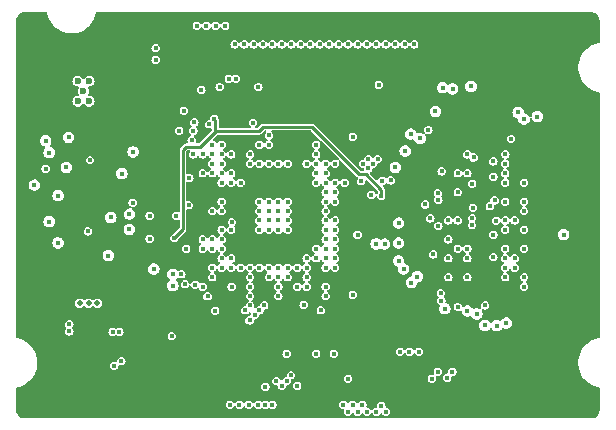
<source format=gbr>
%TF.GenerationSoftware,KiCad,Pcbnew,8.0.3*%
%TF.CreationDate,2024-07-19T10:15:31+08:00*%
%TF.ProjectId,h750xb_core,68373530-7862-45f6-936f-72652e6b6963,rev?*%
%TF.SameCoordinates,Original*%
%TF.FileFunction,Copper,L5,Inr*%
%TF.FilePolarity,Positive*%
%FSLAX46Y46*%
G04 Gerber Fmt 4.6, Leading zero omitted, Abs format (unit mm)*
G04 Created by KiCad (PCBNEW 8.0.3) date 2024-07-19 10:15:31*
%MOMM*%
%LPD*%
G01*
G04 APERTURE LIST*
%TA.AperFunction,HeatsinkPad*%
%ADD10C,0.500000*%
%TD*%
%TA.AperFunction,ComponentPad*%
%ADD11C,0.600000*%
%TD*%
%TA.AperFunction,ViaPad*%
%ADD12C,0.400000*%
%TD*%
%TA.AperFunction,Conductor*%
%ADD13C,0.254000*%
%TD*%
G04 APERTURE END LIST*
D10*
%TO.N,GND*%
%TO.C,U3*%
X20953800Y-101660500D03*
X21703800Y-101660500D03*
X22453800Y-101660500D03*
%TD*%
D11*
%TO.N,GND*%
%TO.C,U2*%
X20789400Y-82847000D03*
X20789400Y-84567000D03*
X21269400Y-83707000D03*
X21749400Y-82847000D03*
X21749400Y-84567000D03*
%TD*%
D12*
%TO.N,GND*%
X31370400Y-100248000D03*
X38570400Y-94648000D03*
X35326635Y-103104682D03*
X37770400Y-94648000D03*
X56986702Y-89039063D03*
X58570400Y-91464000D03*
X40970400Y-88248000D03*
X47270400Y-91248000D03*
X51587098Y-90495314D03*
X36970400Y-95448000D03*
X46270400Y-83148000D03*
X36070400Y-83348000D03*
X35370400Y-100248000D03*
X42470400Y-105937666D03*
X53770400Y-89048000D03*
X32170400Y-93848000D03*
X50870400Y-97528000D03*
X32419671Y-102277494D03*
X36170400Y-95448000D03*
X26870799Y-96186582D03*
X40170400Y-89848000D03*
X36170400Y-94648000D03*
X36170400Y-93848000D03*
X35370400Y-101848000D03*
X38570400Y-93048000D03*
X37770400Y-95448000D03*
X24470400Y-106548000D03*
X44070400Y-100948000D03*
X42570400Y-91448000D03*
X57470400Y-87748000D03*
X38570400Y-95448000D03*
X38570400Y-93848000D03*
X36970400Y-99448000D03*
X23730600Y-104077800D03*
X21647530Y-95570866D03*
X31249590Y-83589621D03*
X25423435Y-93135092D03*
X24314800Y-104077800D03*
X36970400Y-93848000D03*
X36170400Y-93048000D03*
X48870400Y-105748000D03*
X38570400Y-89848000D03*
X37770400Y-93048000D03*
X42570400Y-95448000D03*
X37770400Y-93848000D03*
X36970400Y-94648000D03*
X36170400Y-88248000D03*
X53770400Y-99448000D03*
X32170400Y-88248000D03*
X36970400Y-87448000D03*
X42570400Y-98648000D03*
X51270400Y-92348000D03*
X18066400Y-90260200D03*
X38470400Y-105948000D03*
X52963120Y-101973483D03*
X21820400Y-89532798D03*
X36970400Y-93048000D03*
X32170400Y-90648000D03*
X58570400Y-97048000D03*
X31370400Y-97048000D03*
X26870400Y-94248000D03*
X28747101Y-104438639D03*
X44070400Y-87548000D03*
X43670400Y-108048000D03*
X57770400Y-98648000D03*
X30431589Y-87848000D03*
X53770400Y-97048000D03*
%TO.N,+3V3*%
X38570400Y-90648000D03*
X59740399Y-89448000D03*
X50870400Y-89048000D03*
X41570400Y-108317700D03*
X42470400Y-110648000D03*
X36210449Y-86004235D03*
X23806800Y-100750400D03*
X17736200Y-84469000D03*
X50870400Y-91848000D03*
X18523600Y-97778600D03*
X59070400Y-90248000D03*
X34570400Y-97848000D03*
X23273400Y-100217000D03*
X41270400Y-110248000D03*
X33770400Y-96248000D03*
X42070400Y-110248000D03*
X39770400Y-96648000D03*
X34970400Y-91848000D03*
X20758800Y-107100400D03*
X36170400Y-90648000D03*
X59690400Y-96948000D03*
X50870400Y-96648000D03*
X56570400Y-87948000D03*
X33770400Y-93048000D03*
X18574400Y-83656200D03*
X40470400Y-110248000D03*
X56059561Y-96849273D03*
X40870400Y-110648000D03*
X56570400Y-100648000D03*
X40970400Y-95448000D03*
X37770400Y-90648000D03*
X36970400Y-90648000D03*
X23273400Y-101283800D03*
X53226635Y-100654682D03*
X17920399Y-92598001D03*
X38570400Y-97848000D03*
X41670400Y-110648000D03*
X17761600Y-83656200D03*
X41729984Y-87078232D03*
X60306400Y-93264000D03*
X40970400Y-93048000D03*
X36170400Y-97848000D03*
X58970400Y-98611270D03*
X40170400Y-91448000D03*
X40970400Y-94648000D03*
%TO.N,Net-(U1-VREF+)*%
X39913000Y-101791800D03*
%TO.N,Net-(U1-VREF-)*%
X41370400Y-102248000D03*
%TO.N,/mcu/VDDA*%
X40970400Y-105937666D03*
%TO.N,/mcu/VSSA*%
X41770400Y-101048000D03*
%TO.N,/mcu/VCAP*%
X27370400Y-80048000D03*
X28970400Y-96133599D03*
X32340168Y-86048000D03*
X32800138Y-83348000D03*
X46479699Y-92543763D03*
%TO.N,/mcu/VDDLDO*%
X27370400Y-81048000D03*
X29970400Y-97048000D03*
X46570400Y-91278232D03*
X29770400Y-85363600D03*
X31916505Y-86501895D03*
%TO.N,Net-(U1-PDR_ON)*%
X33770400Y-95448000D03*
%TO.N,/PJ3*%
X52500632Y-107448000D03*
%TO.N,/PI15*%
X41770400Y-97848000D03*
%TO.N,VBUS*%
X20070400Y-104048000D03*
X20070400Y-103448000D03*
%TO.N,/PJ0*%
X40970400Y-97048000D03*
%TO.N,/PJ4*%
X44470400Y-95848000D03*
%TO.N,/PI14*%
X35770400Y-102648000D03*
%TO.N,/PI11*%
X34570400Y-98648000D03*
%TO.N,/mcu/QSPI_CLK*%
X38570400Y-99448000D03*
X17111274Y-91654095D03*
X18370400Y-88898000D03*
X18370400Y-94748000D03*
%TO.N,/mcu/SDRAM_CS#*%
X40170400Y-99448000D03*
X57770400Y-94648000D03*
%TO.N,/PK6*%
X32170400Y-96248000D03*
%TO.N,/mcu/QSPI1_IO3*%
X37770400Y-100247999D03*
X19120400Y-96540069D03*
%TO.N,/mcu/SDRAM_BA1*%
X56970400Y-94648000D03*
X35370400Y-89848000D03*
%TO.N,/mcu/SDRAM_A8*%
X52970400Y-94648000D03*
X41770400Y-95448000D03*
%TO.N,/mcu/SDRAM_D5*%
X56970400Y-97848000D03*
X47950945Y-96548000D03*
%TO.N,/mcu/SDRAM_A5*%
X36970400Y-98648000D03*
X51313714Y-92904678D03*
%TO.N,/mcu/SDRAM_D13*%
X48378427Y-98749261D03*
X48507180Y-88777438D03*
%TO.N,/mcu/SDRAM_A4*%
X37770400Y-98648000D03*
X50197913Y-93298016D03*
%TO.N,/PI13*%
X36170400Y-102248000D03*
%TO.N,/mcu/SDRAM_D2*%
X32970400Y-90648000D03*
X58570400Y-100248000D03*
%TO.N,/mcu/SDRAM_D31*%
X52970400Y-90648000D03*
X34970400Y-102248000D03*
%TO.N,/PI8*%
X33770400Y-98648000D03*
%TO.N,/PJ13*%
X32970400Y-93848000D03*
%TO.N,/mcu/SDRAM_CAS*%
X55970400Y-95848000D03*
X61926635Y-95848000D03*
X32970400Y-97048000D03*
%TO.N,/PJ1*%
X41770400Y-97048000D03*
%TO.N,/mcu/SDRAM_CKE*%
X40170400Y-98648000D03*
X47950945Y-98064389D03*
X52170400Y-94648000D03*
X47950946Y-94877438D03*
%TO.N,/mcu/QSPI1_IO0*%
X19120400Y-92548000D03*
X20008327Y-87614238D03*
X33770400Y-90648000D03*
%TO.N,/mcu/SDRAM_D15*%
X52170400Y-99448000D03*
X49761127Y-87708534D03*
X49538075Y-99404684D03*
%TO.N,/PJ2*%
X52070400Y-107948000D03*
%TO.N,/mcu/SDRAM_D6*%
X55970400Y-97748000D03*
X41770400Y-94648000D03*
%TO.N,/PK7*%
X32970400Y-96248000D03*
%TO.N,/mcu/SDRAM_DQM0*%
X32170400Y-98648000D03*
X55263718Y-103541318D03*
%TO.N,/PJ14*%
X32970400Y-93048000D03*
%TO.N,/PI12*%
X36570400Y-101848000D03*
%TO.N,/mcu/SDRAM_D18*%
X56970400Y-90648000D03*
X41770400Y-90648000D03*
%TO.N,/mcu/SDRAM_A10*%
X46050984Y-96631971D03*
X55670400Y-93448000D03*
%TO.N,/mcu/SDRAM_D12*%
X42570400Y-92248000D03*
X52170400Y-96248000D03*
%TO.N,/PJ5*%
X41770400Y-91448000D03*
%TO.N,/mcu/SDRAM_CLK*%
X51312825Y-95114979D03*
X35370400Y-89048000D03*
%TO.N,/PJ11*%
X37770400Y-89848000D03*
%TO.N,/PG6*%
X43670400Y-79748000D03*
%TO.N,/mcu/QSPI_CS*%
X23583330Y-94398000D03*
X31370400Y-90648000D03*
%TO.N,/mcu/QSPI2_IO0*%
X40170400Y-100248000D03*
X18070400Y-87898000D03*
%TO.N,/mcu/SDRAM_D27*%
X32170400Y-89848000D03*
X51670400Y-83411220D03*
%TO.N,/mcu/SDRAM_D25*%
X30570400Y-89048000D03*
X51069467Y-85420561D03*
%TO.N,/mcu/QSPI2_IO3*%
X32970400Y-95448000D03*
X19820400Y-90148000D03*
%TO.N,/PJ10*%
X46070400Y-79748000D03*
%TO.N,/mcu/SDRAM_DQM3*%
X28826635Y-100163766D03*
X54573656Y-102565049D03*
%TO.N,/mcu/SDRAM_A2*%
X56070400Y-92948000D03*
X35370400Y-101048000D03*
%TO.N,/PH7*%
X44764931Y-91328539D03*
%TO.N,/mcu/SDRAM_D0*%
X49033957Y-99908801D03*
X48970400Y-87348000D03*
X56970400Y-99448000D03*
%TO.N,/mcu/SDRAM_D7*%
X56970400Y-97048000D03*
X41770400Y-93848000D03*
%TO.N,/mcu/SDRAM_D19*%
X41770400Y-89848000D03*
X56970400Y-89848000D03*
%TO.N,/PJ6*%
X47670400Y-79748000D03*
%TO.N,/mcu/SDRAM_A12*%
X36970400Y-88248000D03*
X54170400Y-94447992D03*
%TO.N,/mcu/SDRAM_A3*%
X36170400Y-98648000D03*
X52970400Y-92248000D03*
%TO.N,/PH6*%
X45638165Y-92458203D03*
%TO.N,/mcu/SDRAM_D9*%
X42570400Y-93048000D03*
X52970400Y-97048000D03*
%TO.N,/mcu/SDRAM_A7*%
X50640355Y-94480424D03*
X41770400Y-96248000D03*
%TO.N,/PK3*%
X36070400Y-110248000D03*
%TO.N,/PG13*%
X33670400Y-110248000D03*
%TO.N,/mcu/SDRAM_D24*%
X29370400Y-87048000D03*
X52527925Y-83502039D03*
%TO.N,/PJ8*%
X40970400Y-90648000D03*
%TO.N,/mcu/SDRAM_RAS*%
X57070257Y-103347857D03*
X58570400Y-95448000D03*
%TO.N,/PJ15*%
X33270400Y-78148000D03*
%TO.N,/mcu/SDRAM_DQM2*%
X55270400Y-101848000D03*
X28847503Y-99204235D03*
%TO.N,/PG10*%
X31670400Y-78148000D03*
%TO.N,/mcu/QSPI2_IO2*%
X25470400Y-88841765D03*
X30170400Y-93348000D03*
%TO.N,/mcu/SDRAM_A0*%
X35370400Y-98648000D03*
X56970400Y-93048000D03*
%TO.N,/mcu/QSPI1_IO2*%
X25166260Y-94119965D03*
X27220400Y-98754235D03*
X32170400Y-99448000D03*
%TO.N,/mcu/QSPI1_IO1*%
X23373573Y-97627323D03*
X30233000Y-91047600D03*
%TO.N,/PJ7*%
X40970400Y-89848000D03*
%TO.N,/mcu/SDRAM_D26*%
X54083600Y-83306443D03*
X31370400Y-89048000D03*
%TO.N,/mcu/VBAT*%
X31770400Y-101067200D03*
X23870400Y-106948000D03*
%TO.N,/PH4*%
X43670400Y-110848000D03*
%TO.N,/mcu/SDRAM_A11*%
X58570400Y-93848000D03*
X46763446Y-96657721D03*
%TO.N,/PK4*%
X35270400Y-110248000D03*
%TO.N,/PK2*%
X42870400Y-79748000D03*
%TO.N,/PG11*%
X32470400Y-78148000D03*
%TO.N,/mcu/SDRAM_D21*%
X58570400Y-86064283D03*
X32970400Y-88248000D03*
%TO.N,/mcu/SDRAM_D30*%
X51520400Y-100798000D03*
X33812638Y-100248000D03*
X53770400Y-90648000D03*
%TO.N,/mcu/QSPI2_IO1*%
X24520400Y-90674870D03*
X25155132Y-95397997D03*
X41770400Y-100248000D03*
%TO.N,/PJ9*%
X46870400Y-79748000D03*
%TO.N,/mcu/SDRAM_D29*%
X54299825Y-89318575D03*
X51862607Y-102119866D03*
X29870400Y-100048000D03*
%TO.N,/mcu/SDRAM_A6*%
X54243215Y-93563437D03*
X42570400Y-96248000D03*
%TO.N,/mcu/SDRAM_BA0*%
X36170400Y-89848000D03*
X56200733Y-94678333D03*
%TO.N,/PG7*%
X35623671Y-86367085D03*
%TO.N,/PG3*%
X44470400Y-79748000D03*
%TO.N,/PK0*%
X36970400Y-89848000D03*
%TO.N,/mcu/SDRAM_A9*%
X54170414Y-95048000D03*
X42570400Y-94648000D03*
%TO.N,/mcu/SDRAM_D17*%
X47670400Y-90157298D03*
X55970400Y-90948000D03*
%TO.N,/mcu/SDRAM_D16*%
X56970400Y-91448000D03*
X43370400Y-91448000D03*
%TO.N,/PK1*%
X45270400Y-79748000D03*
%TO.N,/PK5*%
X34470400Y-110248000D03*
%TO.N,/PG12*%
X30870400Y-78148000D03*
%TO.N,/mcu/SDRAM_D3*%
X57770400Y-97848000D03*
X34570400Y-91448000D03*
%TO.N,/mcu/SDRAM_A1*%
X58570400Y-93048000D03*
X35370400Y-99448000D03*
%TO.N,/mcu/SDRAM_D28*%
X51570398Y-101448000D03*
X30720400Y-100098000D03*
X54173950Y-91548000D03*
%TO.N,/mcu/SDRAM_DQM1*%
X29563650Y-99201118D03*
X53779403Y-102309018D03*
%TO.N,/PJ12*%
X36470400Y-79748000D03*
%TO.N,/mcu/SDRAM_WE*%
X41770400Y-98648000D03*
X56970400Y-95448000D03*
%TO.N,/mcu/SDRAM_D14*%
X50470400Y-86988453D03*
X53770400Y-97848000D03*
%TO.N,/mcu/SDRAM_D1*%
X56970400Y-98648000D03*
X40970400Y-89048000D03*
%TO.N,/mcu/SDRAM_D22*%
X30656504Y-86334104D03*
X59697856Y-85853014D03*
%TO.N,/mcu/SDRAM_D20*%
X55970400Y-89648000D03*
X42570400Y-89848000D03*
%TO.N,/mcu/SDRAM_D23*%
X58076437Y-85501063D03*
X30570400Y-87048000D03*
%TO.N,/mcu/SDRAM_D8*%
X52170400Y-97848000D03*
X41770400Y-93048000D03*
%TO.N,/mcu/SDRAM_D4*%
X58570400Y-99448000D03*
X56270400Y-103548000D03*
%TO.N,/PC0*%
X39370400Y-108648000D03*
%TO.N,/PD13*%
X48470400Y-79748000D03*
%TO.N,/PC2_C*%
X44076000Y-110248000D03*
%TO.N,/PA1_C*%
X46070400Y-110848000D03*
%TO.N,/PF9*%
X39370400Y-98648000D03*
%TO.N,/PF7*%
X37770400Y-99448000D03*
%TO.N,/PA0_C*%
X45270400Y-110848000D03*
%TO.N,/PF8*%
X38570400Y-98648000D03*
%TO.N,/PC3_C*%
X44470400Y-110848000D03*
%TO.N,/PC13*%
X38840168Y-107748000D03*
%TO.N,/PD11*%
X46200632Y-89448000D03*
%TO.N,/PC1*%
X39370400Y-100248000D03*
%TO.N,/PD12*%
X49270400Y-79748000D03*
%TO.N,/PC12*%
X38870400Y-79748000D03*
%TO.N,/NRST*%
X37770400Y-101048000D03*
%TO.N,/BOOT0*%
X33837842Y-94787552D03*
X29123197Y-94248000D03*
%TO.N,/PB2*%
X42570400Y-97048000D03*
%TO.N,/PB9*%
X32970400Y-98648000D03*
%TO.N,/PB8*%
X32970400Y-97848000D03*
%TO.N,/PA4*%
X48070400Y-105748000D03*
%TO.N,/PA1*%
X40170400Y-97848000D03*
%TO.N,/PB4*%
X31370400Y-96248000D03*
%TO.N,/PA7*%
X42570400Y-97848000D03*
%TO.N,/PB1*%
X51270400Y-107448000D03*
%TO.N,/PA0*%
X40970400Y-97848000D03*
%TO.N,/PB0*%
X50770400Y-108048000D03*
%TO.N,/PB3*%
X32170400Y-97048000D03*
%TO.N,/PA14*%
X40470400Y-79748000D03*
%TO.N,/PA9*%
X32970400Y-89048000D03*
%TO.N,/PA6*%
X44881600Y-110248000D03*
%TO.N,/PB7*%
X37270400Y-110248000D03*
%TO.N,/PB15*%
X45770400Y-89848000D03*
%TO.N,/PA15*%
X39670400Y-79748000D03*
%TO.N,/PA11*%
X34170400Y-82648000D03*
%TO.N,/PA10*%
X32970400Y-89848000D03*
%TO.N,/PB14*%
X45370400Y-89448000D03*
%TO.N,/PB10*%
X41770400Y-92248000D03*
%TO.N,/PB11*%
X40970400Y-91448000D03*
%TO.N,/PA12*%
X33570400Y-82648000D03*
%TO.N,/PB13*%
X45370400Y-90248000D03*
%TO.N,/PB5*%
X36670400Y-110248000D03*
%TO.N,/PB6*%
X36670400Y-108712088D03*
%TO.N,/PA5*%
X46870400Y-110848000D03*
%TO.N,/PB12*%
X44970400Y-89848000D03*
%TO.N,/PA8*%
X33770400Y-89048000D03*
%TO.N,/PA3*%
X46500632Y-110348000D03*
%TO.N,/PA2*%
X43270400Y-110248000D03*
%TO.N,/PA13*%
X32170400Y-89048000D03*
%TO.N,/PC5*%
X49670400Y-105748000D03*
%TO.N,/PE6*%
X33770400Y-97848000D03*
%TO.N,/PC7*%
X41270400Y-79748000D03*
%TO.N,/PD3*%
X37270400Y-79748000D03*
%TO.N,/PE4*%
X38070400Y-108648000D03*
%TO.N,/PC8*%
X33770400Y-91448000D03*
%TO.N,/PD5*%
X35670400Y-79748000D03*
%TO.N,/PD6*%
X34870400Y-79748000D03*
%TO.N,/PE5*%
X38470400Y-108248000D03*
%TO.N,/PD2*%
X32970400Y-91448000D03*
%TO.N,/PD4*%
X38070400Y-79748000D03*
%TO.N,/PD7*%
X34070400Y-79748000D03*
%TO.N,/PE3*%
X37609936Y-108248000D03*
%TO.N,/PC6*%
X42070400Y-79748000D03*
%TD*%
D13*
%TO.N,/mcu/VCAP*%
X31172800Y-88406000D02*
X29979000Y-88406000D01*
X44609400Y-90717400D02*
X40621600Y-86729600D01*
X29691400Y-95412599D02*
X28970400Y-96133599D01*
X32340168Y-86048000D02*
X32442800Y-86150632D01*
X45162391Y-90717400D02*
X44609400Y-90717400D01*
X46479699Y-92543763D02*
X46479699Y-92028899D01*
X36506800Y-86729600D02*
X36125800Y-87110600D01*
X46479699Y-92028899D02*
X46473890Y-92028899D01*
X29979000Y-88406000D02*
X29691400Y-88693600D01*
X46473890Y-92028899D02*
X45162391Y-90717400D01*
X40621600Y-86729600D02*
X36506800Y-86729600D01*
X32442800Y-87085200D02*
X32468200Y-87110600D01*
X36125800Y-87110600D02*
X32468200Y-87110600D01*
X32468200Y-87110600D02*
X31172800Y-88406000D01*
X32442800Y-86150632D02*
X32442800Y-87085200D01*
X29691400Y-88693600D02*
X29691400Y-95412599D01*
%TD*%
%TA.AperFunction,Conductor*%
%TO.N,+3V3*%
G36*
X18162244Y-77016913D02*
G01*
X18198789Y-77067213D01*
X18202852Y-77085169D01*
X18205840Y-77107864D01*
X18205842Y-77107878D01*
X18277104Y-77373832D01*
X18277105Y-77373834D01*
X18382476Y-77628220D01*
X18520147Y-77866674D01*
X18647975Y-78033264D01*
X18687772Y-78085128D01*
X18882472Y-78279828D01*
X18984366Y-78358014D01*
X19100925Y-78447452D01*
X19339379Y-78585123D01*
X19593765Y-78690494D01*
X19593767Y-78690495D01*
X19859721Y-78761757D01*
X19859725Y-78761757D01*
X19859734Y-78761760D01*
X20100966Y-78793518D01*
X20132725Y-78797700D01*
X20132726Y-78797700D01*
X20408075Y-78797700D01*
X20436523Y-78793954D01*
X20681066Y-78761760D01*
X20681076Y-78761757D01*
X20681078Y-78761757D01*
X20947032Y-78690495D01*
X20947034Y-78690494D01*
X21201421Y-78585123D01*
X21439879Y-78447449D01*
X21658328Y-78279828D01*
X21790156Y-78148000D01*
X30513101Y-78148000D01*
X30530588Y-78258413D01*
X30581338Y-78358014D01*
X30660385Y-78437061D01*
X30759986Y-78487811D01*
X30759987Y-78487811D01*
X30759989Y-78487812D01*
X30870400Y-78505299D01*
X30980811Y-78487812D01*
X31080415Y-78437061D01*
X31159461Y-78358015D01*
X31180765Y-78316204D01*
X31224729Y-78272241D01*
X31286137Y-78262515D01*
X31341535Y-78290741D01*
X31360035Y-78316204D01*
X31381338Y-78358014D01*
X31460385Y-78437061D01*
X31559986Y-78487811D01*
X31559987Y-78487811D01*
X31559989Y-78487812D01*
X31670400Y-78505299D01*
X31780811Y-78487812D01*
X31880415Y-78437061D01*
X31959461Y-78358015D01*
X31980765Y-78316204D01*
X32024729Y-78272241D01*
X32086137Y-78262515D01*
X32141535Y-78290741D01*
X32160035Y-78316204D01*
X32181338Y-78358014D01*
X32260385Y-78437061D01*
X32359986Y-78487811D01*
X32359987Y-78487811D01*
X32359989Y-78487812D01*
X32470400Y-78505299D01*
X32580811Y-78487812D01*
X32680415Y-78437061D01*
X32759461Y-78358015D01*
X32780765Y-78316204D01*
X32824729Y-78272241D01*
X32886137Y-78262515D01*
X32941535Y-78290741D01*
X32960035Y-78316204D01*
X32981338Y-78358014D01*
X33060385Y-78437061D01*
X33159986Y-78487811D01*
X33159987Y-78487811D01*
X33159989Y-78487812D01*
X33270400Y-78505299D01*
X33380811Y-78487812D01*
X33480415Y-78437061D01*
X33559461Y-78358015D01*
X33610212Y-78258411D01*
X33627699Y-78148000D01*
X33610212Y-78037589D01*
X33610211Y-78037587D01*
X33610211Y-78037586D01*
X33559461Y-77937985D01*
X33480414Y-77858938D01*
X33380813Y-77808188D01*
X33270400Y-77790701D01*
X33159986Y-77808188D01*
X33060385Y-77858938D01*
X32981338Y-77937985D01*
X32960035Y-77979795D01*
X32916071Y-78023759D01*
X32854662Y-78033484D01*
X32799264Y-78005257D01*
X32780765Y-77979795D01*
X32759461Y-77937985D01*
X32680414Y-77858938D01*
X32580813Y-77808188D01*
X32470400Y-77790701D01*
X32359986Y-77808188D01*
X32260385Y-77858938D01*
X32181338Y-77937985D01*
X32160035Y-77979795D01*
X32116071Y-78023759D01*
X32054662Y-78033484D01*
X31999264Y-78005257D01*
X31980765Y-77979795D01*
X31959461Y-77937985D01*
X31880414Y-77858938D01*
X31780813Y-77808188D01*
X31670400Y-77790701D01*
X31559986Y-77808188D01*
X31460385Y-77858938D01*
X31381338Y-77937985D01*
X31360035Y-77979795D01*
X31316071Y-78023759D01*
X31254662Y-78033484D01*
X31199264Y-78005257D01*
X31180765Y-77979795D01*
X31159461Y-77937985D01*
X31080414Y-77858938D01*
X30980813Y-77808188D01*
X30870400Y-77790701D01*
X30759986Y-77808188D01*
X30660385Y-77858938D01*
X30581338Y-77937985D01*
X30530588Y-78037586D01*
X30513101Y-78148000D01*
X21790156Y-78148000D01*
X21853028Y-78085128D01*
X22020649Y-77866679D01*
X22158323Y-77628221D01*
X22263695Y-77373832D01*
X22334960Y-77107866D01*
X22337948Y-77085168D01*
X22364714Y-77029051D01*
X22419354Y-76999385D01*
X22437687Y-76997700D01*
X64222805Y-76997700D01*
X64265453Y-76997700D01*
X64275314Y-76998184D01*
X64397012Y-77010170D01*
X64416348Y-77014017D01*
X64528603Y-77048069D01*
X64546824Y-77055616D01*
X64650282Y-77110916D01*
X64666679Y-77121872D01*
X64757361Y-77196293D01*
X64771306Y-77210238D01*
X64845727Y-77300920D01*
X64856683Y-77317317D01*
X64911983Y-77420775D01*
X64919530Y-77438996D01*
X64953581Y-77551248D01*
X64957429Y-77570589D01*
X64969416Y-77692285D01*
X64969900Y-77702146D01*
X64969900Y-79529912D01*
X64950687Y-79589043D01*
X64900387Y-79625588D01*
X64882435Y-79629651D01*
X64872204Y-79630998D01*
X64859734Y-79632640D01*
X64859731Y-79632640D01*
X64859729Y-79632641D01*
X64859721Y-79632642D01*
X64593767Y-79703904D01*
X64593765Y-79703905D01*
X64339379Y-79809276D01*
X64100925Y-79946947D01*
X63882472Y-80114571D01*
X63687771Y-80309272D01*
X63520147Y-80527725D01*
X63382476Y-80766179D01*
X63277105Y-81020565D01*
X63277104Y-81020567D01*
X63205842Y-81286521D01*
X63205840Y-81286534D01*
X63169900Y-81559524D01*
X63169900Y-81834875D01*
X63205840Y-82107865D01*
X63205842Y-82107878D01*
X63277104Y-82373832D01*
X63277105Y-82373834D01*
X63382476Y-82628220D01*
X63520147Y-82866674D01*
X63667676Y-83058939D01*
X63687772Y-83085128D01*
X63882472Y-83279828D01*
X63984366Y-83358014D01*
X64100925Y-83447452D01*
X64339379Y-83585123D01*
X64593765Y-83690494D01*
X64593767Y-83690495D01*
X64747319Y-83731638D01*
X64859734Y-83761760D01*
X64882428Y-83764747D01*
X64938546Y-83791512D01*
X64968215Y-83846151D01*
X64969900Y-83864487D01*
X64969900Y-104529912D01*
X64950687Y-104589043D01*
X64900387Y-104625588D01*
X64882435Y-104629651D01*
X64872204Y-104630998D01*
X64859734Y-104632640D01*
X64859731Y-104632640D01*
X64859729Y-104632641D01*
X64859721Y-104632642D01*
X64593767Y-104703904D01*
X64593765Y-104703905D01*
X64339379Y-104809276D01*
X64100925Y-104946947D01*
X63882472Y-105114571D01*
X63687771Y-105309272D01*
X63520147Y-105527725D01*
X63382476Y-105766179D01*
X63277105Y-106020565D01*
X63277104Y-106020567D01*
X63205842Y-106286521D01*
X63205840Y-106286534D01*
X63169900Y-106559524D01*
X63169900Y-106834875D01*
X63205840Y-107107865D01*
X63205842Y-107107878D01*
X63277104Y-107373832D01*
X63277105Y-107373834D01*
X63382476Y-107628220D01*
X63520147Y-107866674D01*
X63647975Y-108033264D01*
X63687772Y-108085128D01*
X63882472Y-108279828D01*
X64069093Y-108423027D01*
X64100925Y-108447452D01*
X64339379Y-108585123D01*
X64593765Y-108690494D01*
X64593767Y-108690495D01*
X64747319Y-108731638D01*
X64859734Y-108761760D01*
X64882428Y-108764747D01*
X64938546Y-108791512D01*
X64968215Y-108846151D01*
X64969900Y-108864487D01*
X64969900Y-110692253D01*
X64969416Y-110702114D01*
X64957429Y-110823810D01*
X64953581Y-110843151D01*
X64919530Y-110955403D01*
X64911983Y-110973624D01*
X64856683Y-111077082D01*
X64845727Y-111093479D01*
X64771306Y-111184161D01*
X64757361Y-111198106D01*
X64666679Y-111272527D01*
X64650282Y-111283483D01*
X64546824Y-111338783D01*
X64528603Y-111346330D01*
X64416351Y-111380381D01*
X64397010Y-111384229D01*
X64275314Y-111396216D01*
X64265453Y-111396700D01*
X46940187Y-111396700D01*
X46881056Y-111377487D01*
X46869894Y-111362124D01*
X46846285Y-111385735D01*
X46800613Y-111396700D01*
X46140187Y-111396700D01*
X46081056Y-111377487D01*
X46069894Y-111362124D01*
X46046285Y-111385735D01*
X46000613Y-111396700D01*
X45340187Y-111396700D01*
X45281056Y-111377487D01*
X45269894Y-111362124D01*
X45246285Y-111385735D01*
X45200613Y-111396700D01*
X44540187Y-111396700D01*
X44481056Y-111377487D01*
X44469894Y-111362124D01*
X44446285Y-111385735D01*
X44400613Y-111396700D01*
X43740187Y-111396700D01*
X43681056Y-111377487D01*
X43669894Y-111362124D01*
X43646285Y-111385735D01*
X43600613Y-111396700D01*
X16275347Y-111396700D01*
X16265486Y-111396216D01*
X16143789Y-111384229D01*
X16124448Y-111380381D01*
X16012196Y-111346330D01*
X15993975Y-111338783D01*
X15890517Y-111283483D01*
X15874120Y-111272527D01*
X15783438Y-111198106D01*
X15769493Y-111184161D01*
X15695072Y-111093479D01*
X15684116Y-111077082D01*
X15628816Y-110973624D01*
X15621269Y-110955403D01*
X15587218Y-110843151D01*
X15583370Y-110823810D01*
X15571384Y-110702114D01*
X15570900Y-110692253D01*
X15570900Y-110248000D01*
X33313101Y-110248000D01*
X33330588Y-110358413D01*
X33381338Y-110458014D01*
X33460385Y-110537061D01*
X33559986Y-110587811D01*
X33559987Y-110587811D01*
X33559989Y-110587812D01*
X33670400Y-110605299D01*
X33780811Y-110587812D01*
X33880415Y-110537061D01*
X33959461Y-110458015D01*
X33980765Y-110416204D01*
X34024729Y-110372241D01*
X34086137Y-110362515D01*
X34141535Y-110390741D01*
X34160035Y-110416204D01*
X34181338Y-110458014D01*
X34260385Y-110537061D01*
X34359986Y-110587811D01*
X34359987Y-110587811D01*
X34359989Y-110587812D01*
X34470400Y-110605299D01*
X34580811Y-110587812D01*
X34680415Y-110537061D01*
X34759461Y-110458015D01*
X34780765Y-110416204D01*
X34824729Y-110372241D01*
X34886137Y-110362515D01*
X34941535Y-110390741D01*
X34960035Y-110416204D01*
X34981338Y-110458014D01*
X35060385Y-110537061D01*
X35159986Y-110587811D01*
X35159987Y-110587811D01*
X35159989Y-110587812D01*
X35270400Y-110605299D01*
X35380811Y-110587812D01*
X35480415Y-110537061D01*
X35559461Y-110458015D01*
X35580765Y-110416204D01*
X35624729Y-110372241D01*
X35686137Y-110362515D01*
X35741535Y-110390741D01*
X35760035Y-110416204D01*
X35781338Y-110458014D01*
X35860385Y-110537061D01*
X35959986Y-110587811D01*
X35959987Y-110587811D01*
X35959989Y-110587812D01*
X36070400Y-110605299D01*
X36180811Y-110587812D01*
X36280415Y-110537061D01*
X36299264Y-110518212D01*
X36354661Y-110489984D01*
X36416070Y-110499709D01*
X36441536Y-110518212D01*
X36460383Y-110537060D01*
X36559986Y-110587811D01*
X36559987Y-110587811D01*
X36559989Y-110587812D01*
X36670400Y-110605299D01*
X36780811Y-110587812D01*
X36880415Y-110537061D01*
X36899264Y-110518212D01*
X36954661Y-110489984D01*
X37016070Y-110499709D01*
X37041536Y-110518212D01*
X37060383Y-110537060D01*
X37159986Y-110587811D01*
X37159987Y-110587811D01*
X37159989Y-110587812D01*
X37270400Y-110605299D01*
X37380811Y-110587812D01*
X37480415Y-110537061D01*
X37559461Y-110458015D01*
X37610212Y-110358411D01*
X37627699Y-110248000D01*
X42913101Y-110248000D01*
X42930588Y-110358413D01*
X42981338Y-110458014D01*
X43060385Y-110537061D01*
X43159986Y-110587811D01*
X43159987Y-110587811D01*
X43159989Y-110587812D01*
X43252186Y-110602414D01*
X43307581Y-110630639D01*
X43335808Y-110686037D01*
X43332125Y-110732858D01*
X43330588Y-110737586D01*
X43313101Y-110848000D01*
X43330588Y-110958413D01*
X43381338Y-111058014D01*
X43460385Y-111137061D01*
X43559986Y-111187811D01*
X43559987Y-111187811D01*
X43559989Y-111187812D01*
X43616351Y-111196738D01*
X43671748Y-111224965D01*
X43672514Y-111226469D01*
X43681056Y-111214713D01*
X43724448Y-111196738D01*
X43780811Y-111187812D01*
X43880415Y-111137061D01*
X43959461Y-111058015D01*
X43980765Y-111016204D01*
X44024729Y-110972241D01*
X44086137Y-110962515D01*
X44141535Y-110990741D01*
X44160035Y-111016204D01*
X44181338Y-111058014D01*
X44260385Y-111137061D01*
X44359986Y-111187811D01*
X44359987Y-111187811D01*
X44359989Y-111187812D01*
X44416351Y-111196738D01*
X44471748Y-111224965D01*
X44472514Y-111226469D01*
X44481056Y-111214713D01*
X44524448Y-111196738D01*
X44580811Y-111187812D01*
X44680415Y-111137061D01*
X44759461Y-111058015D01*
X44780765Y-111016204D01*
X44824729Y-110972241D01*
X44886137Y-110962515D01*
X44941535Y-110990741D01*
X44960035Y-111016204D01*
X44981338Y-111058014D01*
X45060385Y-111137061D01*
X45159986Y-111187811D01*
X45159987Y-111187811D01*
X45159989Y-111187812D01*
X45216351Y-111196738D01*
X45271748Y-111224965D01*
X45272514Y-111226469D01*
X45281056Y-111214713D01*
X45324448Y-111196738D01*
X45380811Y-111187812D01*
X45480415Y-111137061D01*
X45559461Y-111058015D01*
X45580765Y-111016204D01*
X45624729Y-110972241D01*
X45686137Y-110962515D01*
X45741535Y-110990741D01*
X45760035Y-111016204D01*
X45781338Y-111058014D01*
X45860385Y-111137061D01*
X45959986Y-111187811D01*
X45959987Y-111187811D01*
X45959989Y-111187812D01*
X46016351Y-111196738D01*
X46071748Y-111224965D01*
X46072514Y-111226469D01*
X46081056Y-111214713D01*
X46124448Y-111196738D01*
X46180811Y-111187812D01*
X46280415Y-111137061D01*
X46359461Y-111058015D01*
X46380765Y-111016204D01*
X46424729Y-110972241D01*
X46486137Y-110962515D01*
X46541535Y-110990741D01*
X46560035Y-111016204D01*
X46581338Y-111058014D01*
X46660385Y-111137061D01*
X46759986Y-111187811D01*
X46759987Y-111187811D01*
X46759989Y-111187812D01*
X46816351Y-111196738D01*
X46871748Y-111224965D01*
X46872514Y-111226469D01*
X46881056Y-111214713D01*
X46924448Y-111196738D01*
X46980811Y-111187812D01*
X47080415Y-111137061D01*
X47159461Y-111058015D01*
X47210212Y-110958411D01*
X47227699Y-110848000D01*
X47210212Y-110737589D01*
X47210211Y-110737587D01*
X47210211Y-110737586D01*
X47159461Y-110637985D01*
X47080414Y-110558938D01*
X46980811Y-110508188D01*
X46980808Y-110508187D01*
X46935548Y-110501018D01*
X46880150Y-110472791D01*
X46851924Y-110417393D01*
X46851925Y-110385919D01*
X46853404Y-110376580D01*
X46857931Y-110348000D01*
X46840444Y-110237589D01*
X46840443Y-110237587D01*
X46840443Y-110237586D01*
X46789693Y-110137985D01*
X46710646Y-110058938D01*
X46611045Y-110008188D01*
X46500632Y-109990701D01*
X46390218Y-110008188D01*
X46290617Y-110058938D01*
X46211570Y-110137985D01*
X46160820Y-110237586D01*
X46143333Y-110348001D01*
X46147859Y-110376580D01*
X46138131Y-110437989D01*
X46094166Y-110481951D01*
X46064235Y-110491676D01*
X45959990Y-110508187D01*
X45959988Y-110508188D01*
X45860385Y-110558938D01*
X45781338Y-110637985D01*
X45760035Y-110679795D01*
X45716071Y-110723759D01*
X45654662Y-110733484D01*
X45599264Y-110705257D01*
X45580765Y-110679795D01*
X45559461Y-110637985D01*
X45480414Y-110558938D01*
X45380811Y-110508188D01*
X45380808Y-110508187D01*
X45299267Y-110495272D01*
X45243869Y-110467046D01*
X45215643Y-110411648D01*
X45219329Y-110364820D01*
X45221411Y-110358412D01*
X45221412Y-110358411D01*
X45238899Y-110248000D01*
X45221412Y-110137589D01*
X45221411Y-110137587D01*
X45221411Y-110137586D01*
X45170661Y-110037985D01*
X45091614Y-109958938D01*
X44992013Y-109908188D01*
X44881600Y-109890701D01*
X44771186Y-109908188D01*
X44671585Y-109958938D01*
X44592538Y-110037985D01*
X44568435Y-110085291D01*
X44524471Y-110129254D01*
X44463062Y-110138980D01*
X44407665Y-110110754D01*
X44389165Y-110085291D01*
X44365061Y-110037985D01*
X44286014Y-109958938D01*
X44186413Y-109908188D01*
X44076000Y-109890701D01*
X43965586Y-109908188D01*
X43865985Y-109958938D01*
X43786938Y-110037985D01*
X43762835Y-110085291D01*
X43718871Y-110129254D01*
X43657462Y-110138980D01*
X43602065Y-110110754D01*
X43583565Y-110085291D01*
X43559461Y-110037985D01*
X43480414Y-109958938D01*
X43380813Y-109908188D01*
X43270400Y-109890701D01*
X43159986Y-109908188D01*
X43060385Y-109958938D01*
X42981338Y-110037985D01*
X42930588Y-110137586D01*
X42913101Y-110248000D01*
X37627699Y-110248000D01*
X37610212Y-110137589D01*
X37610211Y-110137587D01*
X37610211Y-110137586D01*
X37559461Y-110037985D01*
X37480414Y-109958938D01*
X37380813Y-109908188D01*
X37270400Y-109890701D01*
X37159986Y-109908188D01*
X37060385Y-109958938D01*
X37041535Y-109977789D01*
X36986137Y-110006015D01*
X36924729Y-109996289D01*
X36899265Y-109977789D01*
X36880414Y-109958938D01*
X36780813Y-109908188D01*
X36670400Y-109890701D01*
X36559986Y-109908188D01*
X36460385Y-109958938D01*
X36441535Y-109977789D01*
X36386137Y-110006015D01*
X36324729Y-109996289D01*
X36299265Y-109977789D01*
X36280414Y-109958938D01*
X36180813Y-109908188D01*
X36070400Y-109890701D01*
X35959986Y-109908188D01*
X35860385Y-109958938D01*
X35781338Y-110037985D01*
X35760035Y-110079795D01*
X35716071Y-110123759D01*
X35654662Y-110133484D01*
X35599264Y-110105257D01*
X35580765Y-110079795D01*
X35559461Y-110037985D01*
X35480414Y-109958938D01*
X35380813Y-109908188D01*
X35270400Y-109890701D01*
X35159986Y-109908188D01*
X35060385Y-109958938D01*
X34981338Y-110037985D01*
X34960035Y-110079795D01*
X34916071Y-110123759D01*
X34854662Y-110133484D01*
X34799264Y-110105257D01*
X34780765Y-110079795D01*
X34759461Y-110037985D01*
X34680414Y-109958938D01*
X34580813Y-109908188D01*
X34470400Y-109890701D01*
X34359986Y-109908188D01*
X34260385Y-109958938D01*
X34181338Y-110037985D01*
X34160035Y-110079795D01*
X34116071Y-110123759D01*
X34054662Y-110133484D01*
X33999264Y-110105257D01*
X33980765Y-110079795D01*
X33959461Y-110037985D01*
X33880414Y-109958938D01*
X33780813Y-109908188D01*
X33670400Y-109890701D01*
X33559986Y-109908188D01*
X33460385Y-109958938D01*
X33381338Y-110037985D01*
X33330588Y-110137586D01*
X33313101Y-110248000D01*
X15570900Y-110248000D01*
X15570900Y-108864487D01*
X15590113Y-108805356D01*
X15640413Y-108768811D01*
X15658368Y-108764748D01*
X15681066Y-108761760D01*
X15866445Y-108712088D01*
X36313101Y-108712088D01*
X36330588Y-108822501D01*
X36381338Y-108922102D01*
X36460385Y-109001149D01*
X36559986Y-109051899D01*
X36559987Y-109051899D01*
X36559989Y-109051900D01*
X36670400Y-109069387D01*
X36780811Y-109051900D01*
X36880415Y-109001149D01*
X36959461Y-108922103D01*
X37010212Y-108822499D01*
X37027699Y-108712088D01*
X37010212Y-108601677D01*
X37010211Y-108601675D01*
X37010211Y-108601674D01*
X36959461Y-108502073D01*
X36880414Y-108423026D01*
X36780813Y-108372276D01*
X36670400Y-108354789D01*
X36559986Y-108372276D01*
X36460385Y-108423026D01*
X36381338Y-108502073D01*
X36330588Y-108601674D01*
X36313101Y-108712088D01*
X15866445Y-108712088D01*
X15947032Y-108690495D01*
X16201421Y-108585123D01*
X16439879Y-108447449D01*
X16658328Y-108279828D01*
X16690156Y-108248000D01*
X37252637Y-108248000D01*
X37270124Y-108358413D01*
X37320874Y-108458014D01*
X37399921Y-108537061D01*
X37499522Y-108587811D01*
X37499523Y-108587811D01*
X37499525Y-108587812D01*
X37609936Y-108605299D01*
X37609937Y-108605298D01*
X37609939Y-108605299D01*
X37617853Y-108605299D01*
X37617853Y-108608243D01*
X37665995Y-108615851D01*
X37709974Y-108659800D01*
X37719715Y-108689765D01*
X37730587Y-108758408D01*
X37730588Y-108758411D01*
X37781338Y-108858014D01*
X37860385Y-108937061D01*
X37959986Y-108987811D01*
X37959987Y-108987811D01*
X37959989Y-108987812D01*
X38070400Y-109005299D01*
X38180811Y-108987812D01*
X38280415Y-108937061D01*
X38359461Y-108858015D01*
X38410212Y-108758411D01*
X38422104Y-108683325D01*
X38440104Y-108648000D01*
X39013101Y-108648000D01*
X39030588Y-108758413D01*
X39081338Y-108858014D01*
X39160385Y-108937061D01*
X39259986Y-108987811D01*
X39259987Y-108987811D01*
X39259989Y-108987812D01*
X39370400Y-109005299D01*
X39480811Y-108987812D01*
X39580415Y-108937061D01*
X39659461Y-108858015D01*
X39710212Y-108758411D01*
X39727699Y-108648000D01*
X39710212Y-108537589D01*
X39710211Y-108537587D01*
X39710211Y-108537586D01*
X39659461Y-108437985D01*
X39580414Y-108358938D01*
X39480813Y-108308188D01*
X39370400Y-108290701D01*
X39259986Y-108308188D01*
X39160385Y-108358938D01*
X39081338Y-108437985D01*
X39030588Y-108537586D01*
X39013101Y-108648000D01*
X38440104Y-108648000D01*
X38450330Y-108627931D01*
X38505727Y-108599704D01*
X38505727Y-108599703D01*
X38580811Y-108587812D01*
X38680415Y-108537061D01*
X38759461Y-108458015D01*
X38810212Y-108358411D01*
X38827699Y-108248000D01*
X38821693Y-108210079D01*
X38831418Y-108148671D01*
X38875382Y-108104707D01*
X38905313Y-108094981D01*
X38950579Y-108087812D01*
X39028714Y-108048000D01*
X43313101Y-108048000D01*
X43330588Y-108158413D01*
X43381338Y-108258014D01*
X43460385Y-108337061D01*
X43559986Y-108387811D01*
X43559987Y-108387811D01*
X43559989Y-108387812D01*
X43670400Y-108405299D01*
X43780811Y-108387812D01*
X43880415Y-108337061D01*
X43959461Y-108258015D01*
X44010212Y-108158411D01*
X44027699Y-108048000D01*
X50413101Y-108048000D01*
X50430588Y-108158413D01*
X50481338Y-108258014D01*
X50560385Y-108337061D01*
X50659986Y-108387811D01*
X50659987Y-108387811D01*
X50659989Y-108387812D01*
X50770400Y-108405299D01*
X50880811Y-108387812D01*
X50980415Y-108337061D01*
X51059461Y-108258015D01*
X51110212Y-108158411D01*
X51127699Y-108048000D01*
X51111861Y-107948000D01*
X51713101Y-107948000D01*
X51730588Y-108058413D01*
X51781338Y-108158014D01*
X51860385Y-108237061D01*
X51959986Y-108287811D01*
X51959987Y-108287811D01*
X51959989Y-108287812D01*
X52070400Y-108305299D01*
X52180811Y-108287812D01*
X52280415Y-108237061D01*
X52359461Y-108158015D01*
X52410212Y-108058411D01*
X52427699Y-107948000D01*
X52423173Y-107919421D01*
X52432899Y-107858012D01*
X52476863Y-107814049D01*
X52506793Y-107804323D01*
X52611043Y-107787812D01*
X52710647Y-107737061D01*
X52789693Y-107658015D01*
X52840444Y-107558411D01*
X52857931Y-107448000D01*
X52840444Y-107337589D01*
X52840443Y-107337587D01*
X52840443Y-107337586D01*
X52789693Y-107237985D01*
X52710646Y-107158938D01*
X52611045Y-107108188D01*
X52500632Y-107090701D01*
X52390218Y-107108188D01*
X52290617Y-107158938D01*
X52211570Y-107237985D01*
X52160820Y-107337586D01*
X52143333Y-107448001D01*
X52147859Y-107476580D01*
X52138131Y-107537989D01*
X52094166Y-107581951D01*
X52064235Y-107591676D01*
X51959990Y-107608187D01*
X51959988Y-107608188D01*
X51860385Y-107658938D01*
X51781338Y-107737985D01*
X51730588Y-107837586D01*
X51713101Y-107948000D01*
X51111861Y-107948000D01*
X51110212Y-107937589D01*
X51110210Y-107937585D01*
X51107765Y-107930057D01*
X51110434Y-107929189D01*
X51102735Y-107880609D01*
X51130955Y-107825208D01*
X51186349Y-107796975D01*
X51217835Y-107796974D01*
X51241279Y-107800686D01*
X51270400Y-107805299D01*
X51380811Y-107787812D01*
X51480415Y-107737061D01*
X51559461Y-107658015D01*
X51610212Y-107558411D01*
X51627699Y-107448000D01*
X51610212Y-107337589D01*
X51610211Y-107337587D01*
X51610211Y-107337586D01*
X51559461Y-107237985D01*
X51480414Y-107158938D01*
X51380813Y-107108188D01*
X51270400Y-107090701D01*
X51159986Y-107108188D01*
X51060385Y-107158938D01*
X50981338Y-107237985D01*
X50930588Y-107337586D01*
X50924847Y-107373834D01*
X50913101Y-107448000D01*
X50930588Y-107558411D01*
X50930588Y-107558412D01*
X50930589Y-107558414D01*
X50933035Y-107565943D01*
X50930367Y-107566809D01*
X50938062Y-107615405D01*
X50909834Y-107670801D01*
X50854435Y-107699026D01*
X50822965Y-107699026D01*
X50770400Y-107690701D01*
X50659986Y-107708188D01*
X50560385Y-107758938D01*
X50481338Y-107837985D01*
X50430588Y-107937586D01*
X50413101Y-108048000D01*
X44027699Y-108048000D01*
X44010212Y-107937589D01*
X44010211Y-107937587D01*
X44010211Y-107937586D01*
X43959461Y-107837985D01*
X43880414Y-107758938D01*
X43780813Y-107708188D01*
X43670400Y-107690701D01*
X43559986Y-107708188D01*
X43460385Y-107758938D01*
X43381338Y-107837985D01*
X43330588Y-107937586D01*
X43313101Y-108048000D01*
X39028714Y-108048000D01*
X39050183Y-108037061D01*
X39129229Y-107958015D01*
X39179980Y-107858411D01*
X39197467Y-107748000D01*
X39179980Y-107637589D01*
X39179979Y-107637587D01*
X39179979Y-107637586D01*
X39129229Y-107537985D01*
X39050182Y-107458938D01*
X38950581Y-107408188D01*
X38840168Y-107390701D01*
X38729754Y-107408188D01*
X38630153Y-107458938D01*
X38551106Y-107537985D01*
X38500356Y-107637586D01*
X38482869Y-107748000D01*
X38488875Y-107785921D01*
X38479148Y-107847329D01*
X38435183Y-107891293D01*
X38405252Y-107901018D01*
X38359990Y-107908187D01*
X38359988Y-107908188D01*
X38260385Y-107958938D01*
X38181338Y-108037985D01*
X38129803Y-108139129D01*
X38085839Y-108183092D01*
X38024430Y-108192818D01*
X37969033Y-108164592D01*
X37950533Y-108139129D01*
X37898997Y-108037985D01*
X37819950Y-107958938D01*
X37720349Y-107908188D01*
X37609936Y-107890701D01*
X37499522Y-107908188D01*
X37399921Y-107958938D01*
X37320874Y-108037985D01*
X37270124Y-108137586D01*
X37252637Y-108248000D01*
X16690156Y-108248000D01*
X16853028Y-108085128D01*
X17020649Y-107866679D01*
X17158323Y-107628221D01*
X17263695Y-107373832D01*
X17300095Y-107237985D01*
X17334957Y-107107878D01*
X17334957Y-107107876D01*
X17334960Y-107107866D01*
X17356007Y-106948000D01*
X23513101Y-106948000D01*
X23530588Y-107058413D01*
X23581338Y-107158014D01*
X23660385Y-107237061D01*
X23759986Y-107287811D01*
X23759987Y-107287811D01*
X23759989Y-107287812D01*
X23870400Y-107305299D01*
X23980811Y-107287812D01*
X24080415Y-107237061D01*
X24159461Y-107158015D01*
X24210212Y-107058411D01*
X24224814Y-106966213D01*
X24253039Y-106910818D01*
X24308437Y-106882591D01*
X24355265Y-106886277D01*
X24359985Y-106887810D01*
X24359989Y-106887812D01*
X24470400Y-106905299D01*
X24580811Y-106887812D01*
X24680415Y-106837061D01*
X24759461Y-106758015D01*
X24810212Y-106658411D01*
X24827699Y-106548000D01*
X24810212Y-106437589D01*
X24810211Y-106437587D01*
X24810211Y-106437586D01*
X24759461Y-106337985D01*
X24680414Y-106258938D01*
X24580813Y-106208188D01*
X24470400Y-106190701D01*
X24359986Y-106208188D01*
X24260385Y-106258938D01*
X24181338Y-106337985D01*
X24130588Y-106437588D01*
X24130587Y-106437591D01*
X24115985Y-106529784D01*
X24087759Y-106585182D01*
X24032361Y-106613408D01*
X23985538Y-106609724D01*
X23980812Y-106608188D01*
X23870400Y-106590701D01*
X23759986Y-106608188D01*
X23660385Y-106658938D01*
X23581338Y-106737985D01*
X23530588Y-106837586D01*
X23513101Y-106948000D01*
X17356007Y-106948000D01*
X17370900Y-106834874D01*
X17370900Y-106559526D01*
X17366984Y-106529784D01*
X17354847Y-106437591D01*
X17334960Y-106286534D01*
X17332533Y-106277478D01*
X17263695Y-106020567D01*
X17263694Y-106020565D01*
X17233636Y-105948000D01*
X38113101Y-105948000D01*
X38130588Y-106058413D01*
X38181338Y-106158014D01*
X38260385Y-106237061D01*
X38359986Y-106287811D01*
X38359987Y-106287811D01*
X38359989Y-106287812D01*
X38470400Y-106305299D01*
X38580811Y-106287812D01*
X38680415Y-106237061D01*
X38759461Y-106158015D01*
X38810212Y-106058411D01*
X38827699Y-105948000D01*
X38826062Y-105937666D01*
X40613101Y-105937666D01*
X40630588Y-106048079D01*
X40681338Y-106147680D01*
X40760385Y-106226727D01*
X40859986Y-106277477D01*
X40859987Y-106277477D01*
X40859989Y-106277478D01*
X40970400Y-106294965D01*
X41080811Y-106277478D01*
X41180415Y-106226727D01*
X41259461Y-106147681D01*
X41310212Y-106048077D01*
X41327699Y-105937666D01*
X42113101Y-105937666D01*
X42130588Y-106048079D01*
X42181338Y-106147680D01*
X42260385Y-106226727D01*
X42359986Y-106277477D01*
X42359987Y-106277477D01*
X42359989Y-106277478D01*
X42470400Y-106294965D01*
X42580811Y-106277478D01*
X42680415Y-106226727D01*
X42759461Y-106147681D01*
X42810212Y-106048077D01*
X42827699Y-105937666D01*
X42810212Y-105827255D01*
X42810211Y-105827253D01*
X42810211Y-105827252D01*
X42769829Y-105748000D01*
X47713101Y-105748000D01*
X47730588Y-105858413D01*
X47781338Y-105958014D01*
X47860385Y-106037061D01*
X47959986Y-106087811D01*
X47959987Y-106087811D01*
X47959989Y-106087812D01*
X48070400Y-106105299D01*
X48180811Y-106087812D01*
X48280415Y-106037061D01*
X48359461Y-105958015D01*
X48380765Y-105916204D01*
X48424729Y-105872241D01*
X48486137Y-105862515D01*
X48541535Y-105890741D01*
X48560035Y-105916204D01*
X48581338Y-105958014D01*
X48660385Y-106037061D01*
X48759986Y-106087811D01*
X48759987Y-106087811D01*
X48759989Y-106087812D01*
X48870400Y-106105299D01*
X48980811Y-106087812D01*
X49080415Y-106037061D01*
X49159461Y-105958015D01*
X49180765Y-105916204D01*
X49224729Y-105872241D01*
X49286137Y-105862515D01*
X49341535Y-105890741D01*
X49360035Y-105916204D01*
X49381338Y-105958014D01*
X49460385Y-106037061D01*
X49559986Y-106087811D01*
X49559987Y-106087811D01*
X49559989Y-106087812D01*
X49670400Y-106105299D01*
X49780811Y-106087812D01*
X49880415Y-106037061D01*
X49959461Y-105958015D01*
X50010212Y-105858411D01*
X50027699Y-105748000D01*
X50010212Y-105637589D01*
X50010211Y-105637587D01*
X50010211Y-105637586D01*
X49959461Y-105537985D01*
X49880414Y-105458938D01*
X49780813Y-105408188D01*
X49670400Y-105390701D01*
X49559986Y-105408188D01*
X49460385Y-105458938D01*
X49381338Y-105537985D01*
X49360035Y-105579795D01*
X49316071Y-105623759D01*
X49254662Y-105633484D01*
X49199264Y-105605257D01*
X49180765Y-105579795D01*
X49159461Y-105537985D01*
X49080414Y-105458938D01*
X48980813Y-105408188D01*
X48870400Y-105390701D01*
X48759986Y-105408188D01*
X48660385Y-105458938D01*
X48581338Y-105537985D01*
X48560035Y-105579795D01*
X48516071Y-105623759D01*
X48454662Y-105633484D01*
X48399264Y-105605257D01*
X48380765Y-105579795D01*
X48359461Y-105537985D01*
X48280414Y-105458938D01*
X48180813Y-105408188D01*
X48070400Y-105390701D01*
X47959986Y-105408188D01*
X47860385Y-105458938D01*
X47781338Y-105537985D01*
X47730588Y-105637586D01*
X47713101Y-105748000D01*
X42769829Y-105748000D01*
X42759461Y-105727651D01*
X42680414Y-105648604D01*
X42580813Y-105597854D01*
X42470400Y-105580367D01*
X42359986Y-105597854D01*
X42260385Y-105648604D01*
X42181338Y-105727651D01*
X42130588Y-105827252D01*
X42113101Y-105937666D01*
X41327699Y-105937666D01*
X41310212Y-105827255D01*
X41310211Y-105827253D01*
X41310211Y-105827252D01*
X41259461Y-105727651D01*
X41180414Y-105648604D01*
X41080813Y-105597854D01*
X40970400Y-105580367D01*
X40859986Y-105597854D01*
X40760385Y-105648604D01*
X40681338Y-105727651D01*
X40630588Y-105827252D01*
X40613101Y-105937666D01*
X38826062Y-105937666D01*
X38810212Y-105837589D01*
X38810211Y-105837587D01*
X38810211Y-105837586D01*
X38759461Y-105737985D01*
X38680414Y-105658938D01*
X38580813Y-105608188D01*
X38470400Y-105590701D01*
X38359986Y-105608188D01*
X38260385Y-105658938D01*
X38181338Y-105737985D01*
X38130588Y-105837586D01*
X38113101Y-105948000D01*
X17233636Y-105948000D01*
X17158323Y-105766179D01*
X17020652Y-105527725D01*
X16853028Y-105309272D01*
X16658327Y-105114571D01*
X16439874Y-104946947D01*
X16201420Y-104809276D01*
X15947034Y-104703905D01*
X15947032Y-104703904D01*
X15681078Y-104632642D01*
X15681070Y-104632641D01*
X15681069Y-104632640D01*
X15681066Y-104632640D01*
X15666807Y-104630762D01*
X15658365Y-104629651D01*
X15602249Y-104602882D01*
X15572584Y-104548241D01*
X15570900Y-104529912D01*
X15570900Y-104438639D01*
X28389802Y-104438639D01*
X28407289Y-104549052D01*
X28458039Y-104648653D01*
X28537086Y-104727700D01*
X28636687Y-104778450D01*
X28636688Y-104778450D01*
X28636690Y-104778451D01*
X28747101Y-104795938D01*
X28857512Y-104778451D01*
X28957116Y-104727700D01*
X29036162Y-104648654D01*
X29086913Y-104549050D01*
X29104400Y-104438639D01*
X29086913Y-104328228D01*
X29086912Y-104328226D01*
X29086912Y-104328225D01*
X29036162Y-104228624D01*
X28957115Y-104149577D01*
X28857514Y-104098827D01*
X28747101Y-104081340D01*
X28636687Y-104098827D01*
X28537086Y-104149577D01*
X28458039Y-104228624D01*
X28407289Y-104328225D01*
X28389802Y-104438639D01*
X15570900Y-104438639D01*
X15570900Y-103448000D01*
X19713101Y-103448000D01*
X19730588Y-103558413D01*
X19781338Y-103658014D01*
X19800189Y-103676865D01*
X19828415Y-103732263D01*
X19818689Y-103793671D01*
X19800189Y-103819135D01*
X19781338Y-103837985D01*
X19730588Y-103937586D01*
X19713101Y-104048000D01*
X19730588Y-104158413D01*
X19781338Y-104258014D01*
X19860385Y-104337061D01*
X19959986Y-104387811D01*
X19959987Y-104387811D01*
X19959989Y-104387812D01*
X20070400Y-104405299D01*
X20180811Y-104387812D01*
X20280415Y-104337061D01*
X20359461Y-104258015D01*
X20410212Y-104158411D01*
X20422979Y-104077800D01*
X23373301Y-104077800D01*
X23390788Y-104188213D01*
X23441538Y-104287814D01*
X23520585Y-104366861D01*
X23620186Y-104417611D01*
X23620187Y-104417611D01*
X23620189Y-104417612D01*
X23730600Y-104435099D01*
X23841011Y-104417612D01*
X23940615Y-104366861D01*
X23951565Y-104355911D01*
X24006963Y-104327685D01*
X24068371Y-104337411D01*
X24093835Y-104355911D01*
X24104785Y-104366861D01*
X24204386Y-104417611D01*
X24204387Y-104417611D01*
X24204389Y-104417612D01*
X24314800Y-104435099D01*
X24425211Y-104417612D01*
X24524815Y-104366861D01*
X24603861Y-104287815D01*
X24654612Y-104188211D01*
X24672099Y-104077800D01*
X24654612Y-103967389D01*
X24654611Y-103967387D01*
X24654611Y-103967386D01*
X24603861Y-103867785D01*
X24524814Y-103788738D01*
X24425213Y-103737988D01*
X24314800Y-103720501D01*
X24204386Y-103737988D01*
X24104785Y-103788738D01*
X24093835Y-103799689D01*
X24038437Y-103827915D01*
X23977029Y-103818189D01*
X23951565Y-103799689D01*
X23940614Y-103788738D01*
X23841013Y-103737988D01*
X23730600Y-103720501D01*
X23620186Y-103737988D01*
X23520585Y-103788738D01*
X23441538Y-103867785D01*
X23390788Y-103967386D01*
X23373301Y-104077800D01*
X20422979Y-104077800D01*
X20427699Y-104048000D01*
X20410212Y-103937589D01*
X20410211Y-103937587D01*
X20410211Y-103937586D01*
X20359460Y-103837983D01*
X20340612Y-103819136D01*
X20312384Y-103763739D01*
X20322109Y-103702330D01*
X20340612Y-103676864D01*
X20359460Y-103658016D01*
X20359462Y-103658014D01*
X20410212Y-103558411D01*
X20412919Y-103541317D01*
X54773238Y-103541317D01*
X54773238Y-103541318D01*
X54793106Y-103679502D01*
X54851099Y-103806491D01*
X54861235Y-103818189D01*
X54942522Y-103911998D01*
X55059965Y-103987474D01*
X55193915Y-104026806D01*
X55193916Y-104026806D01*
X55333520Y-104026806D01*
X55333521Y-104026806D01*
X55467471Y-103987474D01*
X55584914Y-103911998D01*
X55676336Y-103806492D01*
X55676338Y-103806487D01*
X55680228Y-103800437D01*
X55682745Y-103802055D01*
X55716052Y-103765755D01*
X55776986Y-103753399D01*
X55833545Y-103779219D01*
X55853841Y-103807150D01*
X55853890Y-103807119D01*
X55854433Y-103807965D01*
X55857041Y-103811553D01*
X55857780Y-103813172D01*
X55862128Y-103818189D01*
X55949204Y-103918680D01*
X56066647Y-103994156D01*
X56200597Y-104033488D01*
X56200598Y-104033488D01*
X56340202Y-104033488D01*
X56340203Y-104033488D01*
X56474153Y-103994156D01*
X56591596Y-103918680D01*
X56683018Y-103813174D01*
X56683183Y-103812810D01*
X56683409Y-103812565D01*
X56686908Y-103807121D01*
X56687849Y-103807726D01*
X56725216Y-103767003D01*
X56786151Y-103754648D01*
X56829081Y-103769963D01*
X56866504Y-103794013D01*
X57000454Y-103833345D01*
X57000455Y-103833345D01*
X57140059Y-103833345D01*
X57140060Y-103833345D01*
X57274010Y-103794013D01*
X57391453Y-103718537D01*
X57482875Y-103613031D01*
X57540869Y-103486041D01*
X57560737Y-103347857D01*
X57540869Y-103209673D01*
X57482875Y-103082683D01*
X57400668Y-102987812D01*
X57391454Y-102977178D01*
X57391453Y-102977177D01*
X57274010Y-102901701D01*
X57140060Y-102862369D01*
X57000454Y-102862369D01*
X56933479Y-102882035D01*
X56866503Y-102901701D01*
X56749059Y-102977178D01*
X56657639Y-103082681D01*
X56657468Y-103083057D01*
X56657234Y-103083311D01*
X56653749Y-103088735D01*
X56652810Y-103088131D01*
X56615424Y-103128861D01*
X56554488Y-103141205D01*
X56511574Y-103125892D01*
X56474154Y-103101844D01*
X56407178Y-103082178D01*
X56340203Y-103062512D01*
X56200597Y-103062512D01*
X56133622Y-103082178D01*
X56066646Y-103101844D01*
X55949202Y-103177321D01*
X55857780Y-103282828D01*
X55853890Y-103288881D01*
X55851383Y-103287270D01*
X55817994Y-103323602D01*
X55757050Y-103335909D01*
X55700511Y-103310043D01*
X55680274Y-103282169D01*
X55680228Y-103282199D01*
X55679700Y-103281377D01*
X55677074Y-103277761D01*
X55676336Y-103276144D01*
X55618737Y-103209672D01*
X55584915Y-103170639D01*
X55584914Y-103170638D01*
X55467471Y-103095162D01*
X55333521Y-103055830D01*
X55193915Y-103055830D01*
X55171159Y-103062512D01*
X55059964Y-103095162D01*
X54942520Y-103170639D01*
X54851099Y-103276144D01*
X54793106Y-103403133D01*
X54773238Y-103541317D01*
X20412919Y-103541317D01*
X20427699Y-103448000D01*
X20410212Y-103337589D01*
X20410211Y-103337587D01*
X20410211Y-103337586D01*
X20359461Y-103237985D01*
X20280414Y-103158938D01*
X20180813Y-103108188D01*
X20070400Y-103090701D01*
X19959986Y-103108188D01*
X19860385Y-103158938D01*
X19781338Y-103237985D01*
X19730588Y-103337586D01*
X19713101Y-103448000D01*
X15570900Y-103448000D01*
X15570900Y-102277494D01*
X32062372Y-102277494D01*
X32079859Y-102387907D01*
X32130609Y-102487508D01*
X32209656Y-102566555D01*
X32309257Y-102617305D01*
X32309258Y-102617305D01*
X32309260Y-102617306D01*
X32419671Y-102634793D01*
X32530082Y-102617306D01*
X32629686Y-102566555D01*
X32708732Y-102487509D01*
X32759483Y-102387905D01*
X32776970Y-102277494D01*
X32759483Y-102167083D01*
X32759482Y-102167081D01*
X32759482Y-102167080D01*
X32708732Y-102067479D01*
X32629685Y-101988432D01*
X32530084Y-101937682D01*
X32419671Y-101920195D01*
X32309257Y-101937682D01*
X32209656Y-101988432D01*
X32130609Y-102067479D01*
X32079859Y-102167080D01*
X32062372Y-102277494D01*
X15570900Y-102277494D01*
X15570900Y-101660497D01*
X20545878Y-101660497D01*
X20545878Y-101660502D01*
X20565842Y-101786552D01*
X20565844Y-101786558D01*
X20623781Y-101900267D01*
X20623782Y-101900268D01*
X20623784Y-101900271D01*
X20714029Y-101990516D01*
X20714031Y-101990517D01*
X20714032Y-101990518D01*
X20805966Y-102037360D01*
X20827745Y-102048457D01*
X20874486Y-102055860D01*
X20953797Y-102068422D01*
X20953800Y-102068422D01*
X20953803Y-102068422D01*
X21019514Y-102058014D01*
X21079855Y-102048457D01*
X21193571Y-101990516D01*
X21257667Y-101926419D01*
X21313063Y-101898195D01*
X21374471Y-101907921D01*
X21399931Y-101926418D01*
X21464029Y-101990516D01*
X21464031Y-101990517D01*
X21464032Y-101990518D01*
X21555966Y-102037360D01*
X21577745Y-102048457D01*
X21624486Y-102055860D01*
X21703797Y-102068422D01*
X21703800Y-102068422D01*
X21703803Y-102068422D01*
X21769514Y-102058014D01*
X21829855Y-102048457D01*
X21943571Y-101990516D01*
X22007667Y-101926419D01*
X22063063Y-101898195D01*
X22124471Y-101907921D01*
X22149931Y-101926418D01*
X22214029Y-101990516D01*
X22214031Y-101990517D01*
X22214032Y-101990518D01*
X22305966Y-102037360D01*
X22327745Y-102048457D01*
X22374486Y-102055860D01*
X22453797Y-102068422D01*
X22453800Y-102068422D01*
X22453803Y-102068422D01*
X22519514Y-102058014D01*
X22579855Y-102048457D01*
X22693571Y-101990516D01*
X22783816Y-101900271D01*
X22841757Y-101786555D01*
X22861722Y-101660500D01*
X22861328Y-101658015D01*
X22841757Y-101534447D01*
X22841757Y-101534445D01*
X22828800Y-101509015D01*
X22783818Y-101420732D01*
X22783817Y-101420731D01*
X22783816Y-101420729D01*
X22693571Y-101330484D01*
X22693568Y-101330482D01*
X22693567Y-101330481D01*
X22693568Y-101330481D01*
X22579858Y-101272544D01*
X22579852Y-101272542D01*
X22453803Y-101252578D01*
X22453797Y-101252578D01*
X22327747Y-101272542D01*
X22327741Y-101272544D01*
X22214031Y-101330481D01*
X22149934Y-101394578D01*
X22094537Y-101422805D01*
X22033128Y-101413078D01*
X22007666Y-101394578D01*
X21943570Y-101330483D01*
X21943568Y-101330481D01*
X21829858Y-101272544D01*
X21829852Y-101272542D01*
X21703803Y-101252578D01*
X21703797Y-101252578D01*
X21577747Y-101272542D01*
X21577741Y-101272544D01*
X21464031Y-101330481D01*
X21399934Y-101394578D01*
X21344537Y-101422805D01*
X21283128Y-101413078D01*
X21257666Y-101394578D01*
X21193570Y-101330483D01*
X21193568Y-101330481D01*
X21079858Y-101272544D01*
X21079852Y-101272542D01*
X20953803Y-101252578D01*
X20953797Y-101252578D01*
X20827747Y-101272542D01*
X20827741Y-101272544D01*
X20714032Y-101330481D01*
X20623781Y-101420732D01*
X20565844Y-101534441D01*
X20565842Y-101534447D01*
X20545878Y-101660497D01*
X15570900Y-101660497D01*
X15570900Y-101067200D01*
X31413101Y-101067200D01*
X31430588Y-101177613D01*
X31481338Y-101277214D01*
X31560385Y-101356261D01*
X31659986Y-101407011D01*
X31659987Y-101407011D01*
X31659989Y-101407012D01*
X31770400Y-101424499D01*
X31880811Y-101407012D01*
X31980415Y-101356261D01*
X32059461Y-101277215D01*
X32110212Y-101177611D01*
X32127699Y-101067200D01*
X32110212Y-100956789D01*
X32110211Y-100956787D01*
X32110211Y-100956786D01*
X32059461Y-100857185D01*
X31980414Y-100778138D01*
X31880813Y-100727388D01*
X31770400Y-100709901D01*
X31659986Y-100727388D01*
X31560385Y-100778138D01*
X31481338Y-100857185D01*
X31430588Y-100956786D01*
X31413101Y-101067200D01*
X15570900Y-101067200D01*
X15570900Y-100163765D01*
X28336155Y-100163765D01*
X28336155Y-100163766D01*
X28356023Y-100301950D01*
X28414016Y-100428939D01*
X28414017Y-100428940D01*
X28505439Y-100534446D01*
X28622882Y-100609922D01*
X28756832Y-100649254D01*
X28756833Y-100649254D01*
X28896437Y-100649254D01*
X28896438Y-100649254D01*
X29030388Y-100609922D01*
X29147831Y-100534446D01*
X29239253Y-100428940D01*
X29297247Y-100301950D01*
X29317115Y-100163766D01*
X29300470Y-100048000D01*
X29513101Y-100048000D01*
X29530588Y-100158413D01*
X29581338Y-100258014D01*
X29660385Y-100337061D01*
X29759986Y-100387811D01*
X29759987Y-100387811D01*
X29759989Y-100387812D01*
X29870400Y-100405299D01*
X29980811Y-100387812D01*
X30080415Y-100337061D01*
X30159461Y-100258015D01*
X30194066Y-100190098D01*
X30238027Y-100146136D01*
X30299436Y-100136409D01*
X30354834Y-100164635D01*
X30379375Y-100204681D01*
X30380585Y-100208407D01*
X30431338Y-100308014D01*
X30510385Y-100387061D01*
X30609986Y-100437811D01*
X30609987Y-100437811D01*
X30609989Y-100437812D01*
X30720400Y-100455299D01*
X30830811Y-100437812D01*
X30930415Y-100387061D01*
X30930415Y-100387060D01*
X30931894Y-100386307D01*
X30993303Y-100376580D01*
X31048700Y-100404807D01*
X31067200Y-100430268D01*
X31081338Y-100458014D01*
X31160385Y-100537061D01*
X31259986Y-100587811D01*
X31259987Y-100587811D01*
X31259989Y-100587812D01*
X31370400Y-100605299D01*
X31480811Y-100587812D01*
X31580415Y-100537061D01*
X31659461Y-100458015D01*
X31710212Y-100358411D01*
X31727699Y-100248000D01*
X33455339Y-100248000D01*
X33472826Y-100358413D01*
X33523576Y-100458014D01*
X33602623Y-100537061D01*
X33702224Y-100587811D01*
X33702225Y-100587811D01*
X33702227Y-100587812D01*
X33812638Y-100605299D01*
X33923049Y-100587812D01*
X34022653Y-100537061D01*
X34101699Y-100458015D01*
X34152450Y-100358411D01*
X34169937Y-100248000D01*
X34152450Y-100137589D01*
X34152449Y-100137587D01*
X34152449Y-100137586D01*
X34101699Y-100037985D01*
X34022652Y-99958938D01*
X33923051Y-99908188D01*
X33812638Y-99890701D01*
X33702224Y-99908188D01*
X33602623Y-99958938D01*
X33523576Y-100037985D01*
X33472826Y-100137586D01*
X33455339Y-100248000D01*
X31727699Y-100248000D01*
X31710212Y-100137589D01*
X31710211Y-100137587D01*
X31710211Y-100137586D01*
X31659461Y-100037985D01*
X31580414Y-99958938D01*
X31480813Y-99908188D01*
X31370400Y-99890701D01*
X31259989Y-99908188D01*
X31259987Y-99908188D01*
X31259985Y-99908189D01*
X31158904Y-99959692D01*
X31097495Y-99969418D01*
X31042098Y-99941192D01*
X31023598Y-99915730D01*
X31019754Y-99908187D01*
X31009461Y-99887985D01*
X30930415Y-99808939D01*
X30930414Y-99808938D01*
X30830813Y-99758188D01*
X30720400Y-99740701D01*
X30609986Y-99758188D01*
X30510385Y-99808938D01*
X30431338Y-99887985D01*
X30396734Y-99955900D01*
X30352770Y-99999863D01*
X30291361Y-100009589D01*
X30235964Y-99981363D01*
X30211422Y-99941313D01*
X30210212Y-99937593D01*
X30210212Y-99937589D01*
X30159461Y-99837985D01*
X30080415Y-99758939D01*
X30080414Y-99758938D01*
X29980813Y-99708188D01*
X29907203Y-99696530D01*
X29870400Y-99690701D01*
X29870399Y-99690701D01*
X29786317Y-99704018D01*
X29743923Y-99697302D01*
X29734603Y-99715596D01*
X29709141Y-99734096D01*
X29660384Y-99758939D01*
X29581338Y-99837985D01*
X29530588Y-99937586D01*
X29513101Y-100048000D01*
X29300470Y-100048000D01*
X29297247Y-100025582D01*
X29239253Y-99898592D01*
X29147831Y-99793086D01*
X29147830Y-99793085D01*
X29132546Y-99783262D01*
X29120210Y-99775335D01*
X29080854Y-99727205D01*
X29077304Y-99665132D01*
X29110917Y-99612828D01*
X29120207Y-99606078D01*
X29168699Y-99574915D01*
X29224741Y-99510238D01*
X29277983Y-99478132D01*
X29339929Y-99483453D01*
X29346331Y-99487074D01*
X29346581Y-99486585D01*
X29453236Y-99540929D01*
X29453237Y-99540929D01*
X29453239Y-99540930D01*
X29563650Y-99558417D01*
X29647731Y-99545100D01*
X29690125Y-99551814D01*
X29699447Y-99533520D01*
X29724905Y-99515023D01*
X29773665Y-99490179D01*
X29852711Y-99411133D01*
X29903462Y-99311529D01*
X29920949Y-99201118D01*
X29903462Y-99090707D01*
X29903461Y-99090705D01*
X29903461Y-99090704D01*
X29852711Y-98991103D01*
X29773664Y-98912056D01*
X29674063Y-98861306D01*
X29563650Y-98843819D01*
X29453236Y-98861306D01*
X29346581Y-98915651D01*
X29345493Y-98913517D01*
X29297450Y-98929126D01*
X29238320Y-98909911D01*
X29221426Y-98894405D01*
X29168700Y-98833556D01*
X29168699Y-98833555D01*
X29051256Y-98758079D01*
X28917306Y-98718747D01*
X28777700Y-98718747D01*
X28710725Y-98738413D01*
X28643749Y-98758079D01*
X28526305Y-98833556D01*
X28434884Y-98939061D01*
X28376891Y-99066050D01*
X28357023Y-99204234D01*
X28357023Y-99204235D01*
X28376891Y-99342419D01*
X28434884Y-99469408D01*
X28496858Y-99540930D01*
X28526307Y-99574915D01*
X28553926Y-99592665D01*
X28593283Y-99640794D01*
X28596833Y-99702867D01*
X28563220Y-99755172D01*
X28553928Y-99761923D01*
X28505438Y-99793086D01*
X28414016Y-99898592D01*
X28356023Y-100025581D01*
X28336155Y-100163765D01*
X15570900Y-100163765D01*
X15570900Y-98754234D01*
X26729920Y-98754234D01*
X26729920Y-98754235D01*
X26749788Y-98892419D01*
X26807781Y-99019408D01*
X26846193Y-99063738D01*
X26899204Y-99124915D01*
X27016647Y-99200391D01*
X27150597Y-99239723D01*
X27150598Y-99239723D01*
X27290202Y-99239723D01*
X27290203Y-99239723D01*
X27424153Y-99200391D01*
X27541596Y-99124915D01*
X27633018Y-99019409D01*
X27691012Y-98892419D01*
X27710880Y-98754235D01*
X27691012Y-98616051D01*
X27633018Y-98489061D01*
X27541596Y-98383555D01*
X27424153Y-98308079D01*
X27290203Y-98268747D01*
X27150597Y-98268747D01*
X27117934Y-98278338D01*
X27016646Y-98308079D01*
X26899202Y-98383556D01*
X26807781Y-98489061D01*
X26749788Y-98616050D01*
X26729920Y-98754234D01*
X15570900Y-98754234D01*
X15570900Y-97627322D01*
X22883093Y-97627322D01*
X22883093Y-97627323D01*
X22902961Y-97765507D01*
X22960954Y-97892496D01*
X22960955Y-97892497D01*
X23052377Y-97998003D01*
X23169820Y-98073479D01*
X23303770Y-98112811D01*
X23303771Y-98112811D01*
X23443375Y-98112811D01*
X23443376Y-98112811D01*
X23577326Y-98073479D01*
X23694769Y-97998003D01*
X23786191Y-97892497D01*
X23844185Y-97765507D01*
X23864053Y-97627323D01*
X23844185Y-97489139D01*
X23786191Y-97362149D01*
X23764452Y-97337061D01*
X23694770Y-97256644D01*
X23694769Y-97256643D01*
X23577326Y-97181167D01*
X23443376Y-97141835D01*
X23303770Y-97141835D01*
X23247312Y-97158413D01*
X23169819Y-97181167D01*
X23052375Y-97256644D01*
X22960954Y-97362149D01*
X22902961Y-97489138D01*
X22883093Y-97627322D01*
X15570900Y-97627322D01*
X15570900Y-97048000D01*
X29613101Y-97048000D01*
X29630588Y-97158413D01*
X29681338Y-97258014D01*
X29760385Y-97337061D01*
X29859986Y-97387811D01*
X29859987Y-97387811D01*
X29859989Y-97387812D01*
X29970400Y-97405299D01*
X30080811Y-97387812D01*
X30180415Y-97337061D01*
X30259461Y-97258015D01*
X30310212Y-97158411D01*
X30327699Y-97048000D01*
X30310212Y-96937589D01*
X30310211Y-96937587D01*
X30310211Y-96937586D01*
X30259461Y-96837985D01*
X30180414Y-96758938D01*
X30080813Y-96708188D01*
X29970400Y-96690701D01*
X29859986Y-96708188D01*
X29760385Y-96758938D01*
X29681338Y-96837985D01*
X29630588Y-96937586D01*
X29613101Y-97048000D01*
X15570900Y-97048000D01*
X15570900Y-96540068D01*
X18629920Y-96540068D01*
X18629920Y-96540069D01*
X18649788Y-96678253D01*
X18707781Y-96805242D01*
X18707782Y-96805243D01*
X18799204Y-96910749D01*
X18916647Y-96986225D01*
X19050597Y-97025557D01*
X19050598Y-97025557D01*
X19190202Y-97025557D01*
X19190203Y-97025557D01*
X19324153Y-96986225D01*
X19441596Y-96910749D01*
X19533018Y-96805243D01*
X19591012Y-96678253D01*
X19610880Y-96540069D01*
X19591012Y-96401885D01*
X19533018Y-96274895D01*
X19456494Y-96186582D01*
X26513500Y-96186582D01*
X26530987Y-96296995D01*
X26581737Y-96396596D01*
X26660784Y-96475643D01*
X26760385Y-96526393D01*
X26760386Y-96526393D01*
X26760388Y-96526394D01*
X26870799Y-96543881D01*
X26981210Y-96526394D01*
X27080814Y-96475643D01*
X27159860Y-96396597D01*
X27210611Y-96296993D01*
X27228098Y-96186582D01*
X27219707Y-96133599D01*
X28613101Y-96133599D01*
X28630588Y-96244012D01*
X28681338Y-96343613D01*
X28760385Y-96422660D01*
X28859986Y-96473410D01*
X28859987Y-96473410D01*
X28859989Y-96473411D01*
X28970400Y-96490898D01*
X29080811Y-96473411D01*
X29180415Y-96422660D01*
X29259461Y-96343614D01*
X29308179Y-96248000D01*
X31013101Y-96248000D01*
X31030588Y-96358413D01*
X31081338Y-96458014D01*
X31160385Y-96537061D01*
X31202195Y-96558365D01*
X31246159Y-96602329D01*
X31255884Y-96663738D01*
X31227657Y-96719136D01*
X31202195Y-96737635D01*
X31160385Y-96758938D01*
X31081338Y-96837985D01*
X31030588Y-96937586D01*
X31013101Y-97048000D01*
X31030588Y-97158413D01*
X31081338Y-97258014D01*
X31160385Y-97337061D01*
X31259986Y-97387811D01*
X31259987Y-97387811D01*
X31259989Y-97387812D01*
X31370400Y-97405299D01*
X31480811Y-97387812D01*
X31580415Y-97337061D01*
X31659461Y-97258015D01*
X31680765Y-97216204D01*
X31724729Y-97172241D01*
X31786137Y-97162515D01*
X31841535Y-97190741D01*
X31860035Y-97216204D01*
X31881338Y-97258014D01*
X31960385Y-97337061D01*
X32059986Y-97387811D01*
X32059987Y-97387811D01*
X32059989Y-97387812D01*
X32170400Y-97405299D01*
X32280811Y-97387812D01*
X32380415Y-97337061D01*
X32459461Y-97258015D01*
X32480765Y-97216204D01*
X32524729Y-97172241D01*
X32586137Y-97162515D01*
X32641535Y-97190741D01*
X32660035Y-97216204D01*
X32681338Y-97258014D01*
X32760385Y-97337061D01*
X32802195Y-97358365D01*
X32846159Y-97402329D01*
X32855884Y-97463738D01*
X32827657Y-97519136D01*
X32802195Y-97537635D01*
X32760385Y-97558938D01*
X32681338Y-97637985D01*
X32630588Y-97737586D01*
X32613101Y-97848000D01*
X32630588Y-97958413D01*
X32681338Y-98058014D01*
X32760385Y-98137061D01*
X32802195Y-98158365D01*
X32846159Y-98202329D01*
X32855884Y-98263738D01*
X32827657Y-98319136D01*
X32802195Y-98337635D01*
X32760385Y-98358938D01*
X32681338Y-98437985D01*
X32660035Y-98479795D01*
X32616071Y-98523759D01*
X32554662Y-98533484D01*
X32499264Y-98505257D01*
X32480765Y-98479795D01*
X32459461Y-98437985D01*
X32380414Y-98358938D01*
X32280813Y-98308188D01*
X32170400Y-98290701D01*
X32059986Y-98308188D01*
X31960385Y-98358938D01*
X31881338Y-98437985D01*
X31830588Y-98537586D01*
X31813101Y-98648000D01*
X31830588Y-98758413D01*
X31881338Y-98858014D01*
X31960385Y-98937061D01*
X32002195Y-98958365D01*
X32046159Y-99002329D01*
X32055884Y-99063738D01*
X32027657Y-99119136D01*
X32002195Y-99137635D01*
X31960385Y-99158938D01*
X31881338Y-99237985D01*
X31830588Y-99337586D01*
X31813101Y-99448000D01*
X31830588Y-99558413D01*
X31881338Y-99658014D01*
X31960385Y-99737061D01*
X32059986Y-99787811D01*
X32059987Y-99787811D01*
X32059989Y-99787812D01*
X32170400Y-99805299D01*
X32280811Y-99787812D01*
X32380415Y-99737061D01*
X32459461Y-99658015D01*
X32510212Y-99558411D01*
X32527699Y-99448000D01*
X32510212Y-99337589D01*
X32510211Y-99337587D01*
X32510211Y-99337586D01*
X32459461Y-99237985D01*
X32380414Y-99158938D01*
X32338604Y-99137635D01*
X32294641Y-99093671D01*
X32284915Y-99032263D01*
X32313141Y-98976865D01*
X32338604Y-98958365D01*
X32347417Y-98953874D01*
X32380415Y-98937061D01*
X32459461Y-98858015D01*
X32480765Y-98816204D01*
X32524729Y-98772241D01*
X32586137Y-98762515D01*
X32641535Y-98790741D01*
X32660035Y-98816204D01*
X32681338Y-98858014D01*
X32760385Y-98937061D01*
X32859986Y-98987811D01*
X32859987Y-98987811D01*
X32859989Y-98987812D01*
X32970400Y-99005299D01*
X33080811Y-98987812D01*
X33180415Y-98937061D01*
X33259461Y-98858015D01*
X33280765Y-98816204D01*
X33324729Y-98772241D01*
X33386137Y-98762515D01*
X33441535Y-98790741D01*
X33460035Y-98816204D01*
X33481338Y-98858014D01*
X33560385Y-98937061D01*
X33659986Y-98987811D01*
X33659987Y-98987811D01*
X33659989Y-98987812D01*
X33770400Y-99005299D01*
X33880811Y-98987812D01*
X33980415Y-98937061D01*
X34059461Y-98858015D01*
X34080765Y-98816204D01*
X34124729Y-98772241D01*
X34186137Y-98762515D01*
X34241535Y-98790741D01*
X34260035Y-98816204D01*
X34281338Y-98858014D01*
X34360385Y-98937061D01*
X34459986Y-98987811D01*
X34459987Y-98987811D01*
X34459989Y-98987812D01*
X34570400Y-99005299D01*
X34680811Y-98987812D01*
X34780415Y-98937061D01*
X34859461Y-98858015D01*
X34880765Y-98816204D01*
X34924729Y-98772241D01*
X34986137Y-98762515D01*
X35041535Y-98790741D01*
X35060035Y-98816204D01*
X35081338Y-98858014D01*
X35160385Y-98937061D01*
X35202195Y-98958365D01*
X35246159Y-99002329D01*
X35255884Y-99063738D01*
X35227657Y-99119136D01*
X35202195Y-99137635D01*
X35160385Y-99158938D01*
X35081338Y-99237985D01*
X35030588Y-99337586D01*
X35013101Y-99448000D01*
X35030588Y-99558413D01*
X35081338Y-99658014D01*
X35160385Y-99737061D01*
X35202195Y-99758365D01*
X35246159Y-99802329D01*
X35255884Y-99863738D01*
X35227657Y-99919136D01*
X35202195Y-99937635D01*
X35160385Y-99958938D01*
X35081338Y-100037985D01*
X35030588Y-100137586D01*
X35013101Y-100248000D01*
X35030588Y-100358413D01*
X35081338Y-100458014D01*
X35160385Y-100537061D01*
X35202195Y-100558365D01*
X35246159Y-100602329D01*
X35255884Y-100663738D01*
X35227657Y-100719136D01*
X35202195Y-100737635D01*
X35160385Y-100758938D01*
X35081338Y-100837985D01*
X35030588Y-100937586D01*
X35013101Y-101048000D01*
X35030588Y-101158413D01*
X35081338Y-101258014D01*
X35160385Y-101337061D01*
X35202195Y-101358365D01*
X35246159Y-101402329D01*
X35255884Y-101463738D01*
X35227657Y-101519136D01*
X35202195Y-101537635D01*
X35160385Y-101558938D01*
X35081338Y-101637985D01*
X35030588Y-101737588D01*
X35030587Y-101737590D01*
X35018695Y-101812672D01*
X34990468Y-101868069D01*
X34935072Y-101896295D01*
X34859990Y-101908187D01*
X34859988Y-101908188D01*
X34760385Y-101958938D01*
X34681338Y-102037985D01*
X34630588Y-102137586D01*
X34613101Y-102248000D01*
X34630588Y-102358413D01*
X34681338Y-102458014D01*
X34760385Y-102537061D01*
X34859986Y-102587811D01*
X34859987Y-102587811D01*
X34859989Y-102587812D01*
X34970400Y-102605299D01*
X35080811Y-102587812D01*
X35180415Y-102537061D01*
X35258838Y-102458637D01*
X35314233Y-102430413D01*
X35375642Y-102440138D01*
X35419606Y-102484102D01*
X35429333Y-102545510D01*
X35411863Y-102655819D01*
X35410552Y-102655611D01*
X35393888Y-102706898D01*
X35343588Y-102743443D01*
X35328238Y-102747128D01*
X35216226Y-102764869D01*
X35216223Y-102764870D01*
X35116620Y-102815620D01*
X35037573Y-102894667D01*
X34986823Y-102994268D01*
X34969336Y-103104682D01*
X34986823Y-103215095D01*
X35037573Y-103314696D01*
X35116620Y-103393743D01*
X35216221Y-103444493D01*
X35216222Y-103444493D01*
X35216224Y-103444494D01*
X35326635Y-103461981D01*
X35437046Y-103444494D01*
X35536650Y-103393743D01*
X35615696Y-103314697D01*
X35666447Y-103215093D01*
X35683934Y-103104682D01*
X35683933Y-103104680D01*
X35685172Y-103096862D01*
X35686482Y-103097069D01*
X35703147Y-103045783D01*
X35753447Y-103009238D01*
X35768797Y-103005552D01*
X35770397Y-103005298D01*
X35770400Y-103005299D01*
X35880811Y-102987812D01*
X35980415Y-102937061D01*
X36059461Y-102858015D01*
X36110212Y-102758411D01*
X36122104Y-102683325D01*
X36150330Y-102627931D01*
X36205727Y-102599704D01*
X36205727Y-102599703D01*
X36280811Y-102587812D01*
X36380415Y-102537061D01*
X36459461Y-102458015D01*
X36510212Y-102358411D01*
X36522104Y-102283325D01*
X36540104Y-102248000D01*
X41013101Y-102248000D01*
X41030588Y-102358413D01*
X41081338Y-102458014D01*
X41160385Y-102537061D01*
X41259986Y-102587811D01*
X41259987Y-102587811D01*
X41259989Y-102587812D01*
X41370400Y-102605299D01*
X41480811Y-102587812D01*
X41580415Y-102537061D01*
X41659461Y-102458015D01*
X41710212Y-102358411D01*
X41727699Y-102248000D01*
X41710212Y-102137589D01*
X41710211Y-102137587D01*
X41710211Y-102137586D01*
X41659461Y-102037985D01*
X41580414Y-101958938D01*
X41480813Y-101908188D01*
X41370400Y-101890701D01*
X41259986Y-101908188D01*
X41160385Y-101958938D01*
X41081338Y-102037985D01*
X41030588Y-102137586D01*
X41013101Y-102248000D01*
X36540104Y-102248000D01*
X36550330Y-102227931D01*
X36605727Y-102199704D01*
X36605727Y-102199703D01*
X36680811Y-102187812D01*
X36780415Y-102137061D01*
X36859461Y-102058015D01*
X36910212Y-101958411D01*
X36927699Y-101848000D01*
X36918798Y-101791800D01*
X39555701Y-101791800D01*
X39573188Y-101902213D01*
X39623938Y-102001814D01*
X39702985Y-102080861D01*
X39802586Y-102131611D01*
X39802587Y-102131611D01*
X39802589Y-102131612D01*
X39913000Y-102149099D01*
X40023411Y-102131612D01*
X40123015Y-102080861D01*
X40202061Y-102001815D01*
X40252812Y-101902211D01*
X40270299Y-101791800D01*
X40252812Y-101681389D01*
X40252811Y-101681387D01*
X40252811Y-101681386D01*
X40202061Y-101581785D01*
X40123014Y-101502738D01*
X40023413Y-101451988D01*
X39913000Y-101434501D01*
X39802586Y-101451988D01*
X39702985Y-101502738D01*
X39623938Y-101581785D01*
X39573188Y-101681386D01*
X39555701Y-101791800D01*
X36918798Y-101791800D01*
X36910212Y-101737589D01*
X36910211Y-101737587D01*
X36910211Y-101737586D01*
X36859461Y-101637985D01*
X36780414Y-101558938D01*
X36680813Y-101508188D01*
X36570400Y-101490701D01*
X36459986Y-101508188D01*
X36360385Y-101558938D01*
X36281338Y-101637985D01*
X36230588Y-101737588D01*
X36230587Y-101737590D01*
X36218695Y-101812672D01*
X36190468Y-101868069D01*
X36135072Y-101896295D01*
X36059990Y-101908187D01*
X36059988Y-101908188D01*
X35960385Y-101958938D01*
X35881963Y-102037360D01*
X35826565Y-102065587D01*
X35765156Y-102055860D01*
X35721192Y-102011896D01*
X35711467Y-101950488D01*
X35718166Y-101908188D01*
X35727699Y-101848000D01*
X35710212Y-101737589D01*
X35710211Y-101737587D01*
X35710211Y-101737586D01*
X35659461Y-101637985D01*
X35580414Y-101558938D01*
X35538604Y-101537635D01*
X35494641Y-101493671D01*
X35484915Y-101432263D01*
X35513141Y-101376865D01*
X35538604Y-101358365D01*
X35547417Y-101353874D01*
X35580415Y-101337061D01*
X35659461Y-101258015D01*
X35710212Y-101158411D01*
X35727699Y-101048000D01*
X35710212Y-100937589D01*
X35710211Y-100937587D01*
X35710211Y-100937586D01*
X35659461Y-100837985D01*
X35580414Y-100758938D01*
X35538604Y-100737635D01*
X35494641Y-100693671D01*
X35484915Y-100632263D01*
X35513141Y-100576865D01*
X35538604Y-100558365D01*
X35547417Y-100553874D01*
X35580415Y-100537061D01*
X35659461Y-100458015D01*
X35710212Y-100358411D01*
X35727699Y-100248000D01*
X35710212Y-100137589D01*
X35710211Y-100137587D01*
X35710211Y-100137586D01*
X35659461Y-100037985D01*
X35580414Y-99958938D01*
X35538604Y-99937635D01*
X35494641Y-99893671D01*
X35484915Y-99832263D01*
X35513141Y-99776865D01*
X35538604Y-99758365D01*
X35547417Y-99753874D01*
X35580415Y-99737061D01*
X35659461Y-99658015D01*
X35710212Y-99558411D01*
X35727699Y-99448000D01*
X35710212Y-99337589D01*
X35710211Y-99337587D01*
X35710211Y-99337586D01*
X35659461Y-99237985D01*
X35580414Y-99158938D01*
X35538604Y-99137635D01*
X35494641Y-99093671D01*
X35484915Y-99032263D01*
X35513141Y-98976865D01*
X35538604Y-98958365D01*
X35547417Y-98953874D01*
X35580415Y-98937061D01*
X35659461Y-98858015D01*
X35680765Y-98816204D01*
X35724729Y-98772241D01*
X35786137Y-98762515D01*
X35841535Y-98790741D01*
X35860035Y-98816204D01*
X35881338Y-98858014D01*
X35960385Y-98937061D01*
X36059986Y-98987811D01*
X36059987Y-98987811D01*
X36059989Y-98987812D01*
X36170400Y-99005299D01*
X36280811Y-98987812D01*
X36380415Y-98937061D01*
X36459461Y-98858015D01*
X36480765Y-98816204D01*
X36524729Y-98772241D01*
X36586137Y-98762515D01*
X36641535Y-98790741D01*
X36660035Y-98816204D01*
X36681338Y-98858014D01*
X36760385Y-98937061D01*
X36802195Y-98958365D01*
X36846159Y-99002329D01*
X36855884Y-99063738D01*
X36827657Y-99119136D01*
X36802195Y-99137635D01*
X36760385Y-99158938D01*
X36681338Y-99237985D01*
X36630588Y-99337586D01*
X36613101Y-99448000D01*
X36630588Y-99558413D01*
X36681338Y-99658014D01*
X36760385Y-99737061D01*
X36859986Y-99787811D01*
X36859987Y-99787811D01*
X36859989Y-99787812D01*
X36970400Y-99805299D01*
X37080811Y-99787812D01*
X37180415Y-99737061D01*
X37259461Y-99658015D01*
X37280765Y-99616204D01*
X37324729Y-99572241D01*
X37386137Y-99562515D01*
X37441535Y-99590741D01*
X37460035Y-99616204D01*
X37481338Y-99658014D01*
X37560385Y-99737061D01*
X37602194Y-99758364D01*
X37646157Y-99802328D01*
X37655883Y-99863736D01*
X37627657Y-99919134D01*
X37602195Y-99937633D01*
X37560386Y-99958936D01*
X37481338Y-100037984D01*
X37430588Y-100137585D01*
X37413101Y-100247999D01*
X37430588Y-100358412D01*
X37481338Y-100458013D01*
X37560385Y-100537060D01*
X37602196Y-100558364D01*
X37646159Y-100602328D01*
X37655885Y-100663736D01*
X37627659Y-100719134D01*
X37602197Y-100737633D01*
X37560386Y-100758937D01*
X37481338Y-100837985D01*
X37430588Y-100937586D01*
X37413101Y-101048000D01*
X37430588Y-101158413D01*
X37481338Y-101258014D01*
X37560385Y-101337061D01*
X37659986Y-101387811D01*
X37659987Y-101387811D01*
X37659989Y-101387812D01*
X37770400Y-101405299D01*
X37880811Y-101387812D01*
X37980415Y-101337061D01*
X38059461Y-101258015D01*
X38110212Y-101158411D01*
X38127699Y-101048000D01*
X38110212Y-100937589D01*
X38110211Y-100937587D01*
X38110211Y-100937586D01*
X38059461Y-100837985D01*
X37980414Y-100758938D01*
X37938603Y-100737634D01*
X37894639Y-100693670D01*
X37884914Y-100632261D01*
X37913141Y-100576863D01*
X37938600Y-100558365D01*
X37980415Y-100537060D01*
X38059461Y-100458014D01*
X38110212Y-100358410D01*
X38127699Y-100247999D01*
X38110212Y-100137588D01*
X38110211Y-100137586D01*
X38110211Y-100137585D01*
X38059461Y-100037984D01*
X37980414Y-99958937D01*
X37938605Y-99937634D01*
X37894641Y-99893670D01*
X37884916Y-99832261D01*
X37913143Y-99776863D01*
X37938602Y-99758365D01*
X37980415Y-99737061D01*
X38059461Y-99658015D01*
X38080765Y-99616204D01*
X38124729Y-99572241D01*
X38186137Y-99562515D01*
X38241535Y-99590741D01*
X38260035Y-99616204D01*
X38281338Y-99658014D01*
X38360385Y-99737061D01*
X38459986Y-99787811D01*
X38459987Y-99787811D01*
X38459989Y-99787812D01*
X38570400Y-99805299D01*
X38680811Y-99787812D01*
X38780415Y-99737061D01*
X38859461Y-99658015D01*
X38910212Y-99558411D01*
X38927699Y-99448000D01*
X38910212Y-99337589D01*
X38910211Y-99337587D01*
X38910211Y-99337586D01*
X38859461Y-99237985D01*
X38780414Y-99158938D01*
X38738604Y-99137635D01*
X38694641Y-99093671D01*
X38684915Y-99032263D01*
X38713141Y-98976865D01*
X38738604Y-98958365D01*
X38747417Y-98953874D01*
X38780415Y-98937061D01*
X38859461Y-98858015D01*
X38880765Y-98816204D01*
X38924729Y-98772241D01*
X38986137Y-98762515D01*
X39041535Y-98790741D01*
X39060035Y-98816204D01*
X39081338Y-98858014D01*
X39160385Y-98937061D01*
X39259986Y-98987811D01*
X39259987Y-98987811D01*
X39259989Y-98987812D01*
X39370400Y-99005299D01*
X39480811Y-98987812D01*
X39580415Y-98937061D01*
X39659461Y-98858015D01*
X39680765Y-98816204D01*
X39724729Y-98772241D01*
X39786137Y-98762515D01*
X39841535Y-98790741D01*
X39860035Y-98816204D01*
X39881338Y-98858014D01*
X39960385Y-98937061D01*
X40002195Y-98958365D01*
X40046159Y-99002329D01*
X40055884Y-99063738D01*
X40027657Y-99119136D01*
X40002195Y-99137635D01*
X39960385Y-99158938D01*
X39881338Y-99237985D01*
X39830588Y-99337586D01*
X39813101Y-99448000D01*
X39830588Y-99558413D01*
X39881338Y-99658014D01*
X39960385Y-99737061D01*
X40002195Y-99758365D01*
X40046159Y-99802329D01*
X40055884Y-99863738D01*
X40027657Y-99919136D01*
X40002195Y-99937635D01*
X39960385Y-99958938D01*
X39881338Y-100037985D01*
X39860035Y-100079795D01*
X39816071Y-100123759D01*
X39754662Y-100133484D01*
X39699264Y-100105257D01*
X39680765Y-100079795D01*
X39659461Y-100037985D01*
X39580414Y-99958938D01*
X39480813Y-99908188D01*
X39370400Y-99890701D01*
X39259986Y-99908188D01*
X39160385Y-99958938D01*
X39081338Y-100037985D01*
X39030588Y-100137586D01*
X39013101Y-100248000D01*
X39030588Y-100358413D01*
X39081338Y-100458014D01*
X39160385Y-100537061D01*
X39259986Y-100587811D01*
X39259987Y-100587811D01*
X39259989Y-100587812D01*
X39370400Y-100605299D01*
X39480811Y-100587812D01*
X39580415Y-100537061D01*
X39659461Y-100458015D01*
X39680765Y-100416204D01*
X39724729Y-100372241D01*
X39786137Y-100362515D01*
X39841535Y-100390741D01*
X39860035Y-100416204D01*
X39881338Y-100458014D01*
X39960385Y-100537061D01*
X40059986Y-100587811D01*
X40059987Y-100587811D01*
X40059989Y-100587812D01*
X40170400Y-100605299D01*
X40280811Y-100587812D01*
X40380415Y-100537061D01*
X40459461Y-100458015D01*
X40510212Y-100358411D01*
X40527699Y-100248000D01*
X41413101Y-100248000D01*
X41430588Y-100358413D01*
X41481338Y-100458014D01*
X41560385Y-100537061D01*
X41602195Y-100558365D01*
X41646159Y-100602329D01*
X41655884Y-100663738D01*
X41627657Y-100719136D01*
X41602195Y-100737635D01*
X41560385Y-100758938D01*
X41481338Y-100837985D01*
X41430588Y-100937586D01*
X41413101Y-101048000D01*
X41430588Y-101158413D01*
X41481338Y-101258014D01*
X41560385Y-101337061D01*
X41659986Y-101387811D01*
X41659987Y-101387811D01*
X41659989Y-101387812D01*
X41770400Y-101405299D01*
X41880811Y-101387812D01*
X41980415Y-101337061D01*
X42059461Y-101258015D01*
X42110212Y-101158411D01*
X42127699Y-101048000D01*
X42111861Y-100948000D01*
X43713101Y-100948000D01*
X43730588Y-101058413D01*
X43781338Y-101158014D01*
X43860385Y-101237061D01*
X43959986Y-101287811D01*
X43959987Y-101287811D01*
X43959989Y-101287812D01*
X44070400Y-101305299D01*
X44180811Y-101287812D01*
X44280415Y-101237061D01*
X44359461Y-101158015D01*
X44410212Y-101058411D01*
X44427699Y-100948000D01*
X44410212Y-100837589D01*
X44410211Y-100837587D01*
X44410211Y-100837586D01*
X44390041Y-100798000D01*
X51163101Y-100798000D01*
X51180588Y-100908413D01*
X51231338Y-101008014D01*
X51300188Y-101076864D01*
X51328414Y-101132262D01*
X51318688Y-101193670D01*
X51300188Y-101219134D01*
X51281336Y-101237985D01*
X51230586Y-101337586D01*
X51213099Y-101448000D01*
X51230586Y-101558413D01*
X51281336Y-101658014D01*
X51360383Y-101737061D01*
X51390779Y-101752549D01*
X51434743Y-101796513D01*
X51444468Y-101857922D01*
X51436616Y-101883975D01*
X51391995Y-101981681D01*
X51372127Y-102119865D01*
X51372127Y-102119866D01*
X51391995Y-102258050D01*
X51449988Y-102385039D01*
X51538778Y-102487508D01*
X51541411Y-102490546D01*
X51658854Y-102566022D01*
X51792804Y-102605354D01*
X51792805Y-102605354D01*
X51932409Y-102605354D01*
X51932410Y-102605354D01*
X52066360Y-102566022D01*
X52183803Y-102490546D01*
X52275225Y-102385040D01*
X52333219Y-102258050D01*
X52353087Y-102119866D01*
X52333219Y-101981682D01*
X52329475Y-101973483D01*
X52605821Y-101973483D01*
X52623308Y-102083896D01*
X52674058Y-102183497D01*
X52753105Y-102262544D01*
X52852706Y-102313294D01*
X52852707Y-102313294D01*
X52852709Y-102313295D01*
X52963120Y-102330782D01*
X53073531Y-102313295D01*
X53149550Y-102274560D01*
X53210959Y-102264834D01*
X53266356Y-102293061D01*
X53294583Y-102348458D01*
X53294798Y-102349879D01*
X53308791Y-102447202D01*
X53366784Y-102574191D01*
X53437515Y-102655819D01*
X53458207Y-102679698D01*
X53575650Y-102755174D01*
X53709600Y-102794506D01*
X53709601Y-102794506D01*
X53849205Y-102794506D01*
X53849206Y-102794506D01*
X53983156Y-102755174D01*
X53996508Y-102746592D01*
X54056639Y-102730785D01*
X54114578Y-102753340D01*
X54142408Y-102789430D01*
X54161037Y-102830222D01*
X54161038Y-102830223D01*
X54252460Y-102935729D01*
X54369903Y-103011205D01*
X54503853Y-103050537D01*
X54503854Y-103050537D01*
X54643458Y-103050537D01*
X54643459Y-103050537D01*
X54777409Y-103011205D01*
X54894852Y-102935729D01*
X54986274Y-102830223D01*
X55044268Y-102703233D01*
X55064136Y-102565049D01*
X55044268Y-102426865D01*
X54986718Y-102300849D01*
X54979632Y-102239081D01*
X55010205Y-102184943D01*
X55066761Y-102159115D01*
X55123900Y-102169424D01*
X55159986Y-102187811D01*
X55159987Y-102187811D01*
X55159989Y-102187812D01*
X55270400Y-102205299D01*
X55380811Y-102187812D01*
X55480415Y-102137061D01*
X55559461Y-102058015D01*
X55610212Y-101958411D01*
X55627699Y-101848000D01*
X55610212Y-101737589D01*
X55610211Y-101737587D01*
X55610211Y-101737586D01*
X55559461Y-101637985D01*
X55480414Y-101558938D01*
X55380813Y-101508188D01*
X55270400Y-101490701D01*
X55159986Y-101508188D01*
X55060385Y-101558938D01*
X54981338Y-101637985D01*
X54930588Y-101737586D01*
X54913101Y-101848000D01*
X54930588Y-101958411D01*
X54957910Y-102012034D01*
X54967635Y-102073443D01*
X54939408Y-102128840D01*
X54884011Y-102157067D01*
X54822602Y-102147340D01*
X54813885Y-102142335D01*
X54806500Y-102137589D01*
X54777409Y-102118893D01*
X54643459Y-102079561D01*
X54503853Y-102079561D01*
X54473449Y-102088488D01*
X54369903Y-102118892D01*
X54356546Y-102127477D01*
X54296414Y-102143282D01*
X54238477Y-102120724D01*
X54210650Y-102084636D01*
X54202815Y-102067479D01*
X54192021Y-102043844D01*
X54100599Y-101938338D01*
X53983156Y-101862862D01*
X53849206Y-101823530D01*
X53709600Y-101823530D01*
X53642625Y-101843196D01*
X53575649Y-101862862D01*
X53575646Y-101862863D01*
X53457738Y-101938638D01*
X53397606Y-101954444D01*
X53339669Y-101931886D01*
X53306055Y-101879582D01*
X53303988Y-101869742D01*
X53303723Y-101868069D01*
X53302932Y-101863072D01*
X53252181Y-101763468D01*
X53173135Y-101684422D01*
X53173134Y-101684421D01*
X53073533Y-101633671D01*
X52963120Y-101616184D01*
X52852706Y-101633671D01*
X52753105Y-101684421D01*
X52674058Y-101763468D01*
X52623308Y-101863069D01*
X52605821Y-101973483D01*
X52329475Y-101973483D01*
X52275225Y-101854692D01*
X52223059Y-101794490D01*
X52183804Y-101749187D01*
X52183803Y-101749186D01*
X52125081Y-101711448D01*
X52066359Y-101673709D01*
X51984552Y-101649688D01*
X51933229Y-101614593D01*
X51912336Y-101556035D01*
X51913534Y-101537426D01*
X51927065Y-101451988D01*
X51927697Y-101448000D01*
X51910210Y-101337589D01*
X51910209Y-101337587D01*
X51910209Y-101337586D01*
X51859459Y-101237985D01*
X51790609Y-101169135D01*
X51762383Y-101113737D01*
X51772109Y-101052329D01*
X51790606Y-101026869D01*
X51809461Y-101008015D01*
X51860212Y-100908411D01*
X51877699Y-100798000D01*
X51860212Y-100687589D01*
X51860211Y-100687587D01*
X51860211Y-100687586D01*
X51809461Y-100587985D01*
X51730414Y-100508938D01*
X51630813Y-100458188D01*
X51520400Y-100440701D01*
X51409986Y-100458188D01*
X51310385Y-100508938D01*
X51231338Y-100587985D01*
X51180588Y-100687586D01*
X51163101Y-100798000D01*
X44390041Y-100798000D01*
X44359461Y-100737985D01*
X44280414Y-100658938D01*
X44180813Y-100608188D01*
X44070400Y-100590701D01*
X43959986Y-100608188D01*
X43860385Y-100658938D01*
X43781338Y-100737985D01*
X43730588Y-100837586D01*
X43713101Y-100948000D01*
X42111861Y-100948000D01*
X42110212Y-100937589D01*
X42110211Y-100937587D01*
X42110211Y-100937586D01*
X42059461Y-100837985D01*
X41980414Y-100758938D01*
X41938604Y-100737635D01*
X41894641Y-100693671D01*
X41884915Y-100632263D01*
X41913141Y-100576865D01*
X41938604Y-100558365D01*
X41947417Y-100553874D01*
X41980415Y-100537061D01*
X42059461Y-100458015D01*
X42110212Y-100358411D01*
X42127699Y-100248000D01*
X42110212Y-100137589D01*
X42110211Y-100137587D01*
X42110211Y-100137586D01*
X42059461Y-100037985D01*
X41980414Y-99958938D01*
X41882014Y-99908800D01*
X48543477Y-99908800D01*
X48543477Y-99908801D01*
X48563345Y-100046985D01*
X48621338Y-100173974D01*
X48694159Y-100258014D01*
X48712761Y-100279481D01*
X48830204Y-100354957D01*
X48964154Y-100394289D01*
X48964155Y-100394289D01*
X49103759Y-100394289D01*
X49103760Y-100394289D01*
X49237710Y-100354957D01*
X49355153Y-100279481D01*
X49446575Y-100173975D01*
X49504569Y-100046985D01*
X49514710Y-99976455D01*
X49542143Y-99920660D01*
X49597132Y-99891645D01*
X49600775Y-99891332D01*
X49600756Y-99891196D01*
X49607876Y-99890172D01*
X49607878Y-99890172D01*
X49741828Y-99850840D01*
X49859271Y-99775364D01*
X49950693Y-99669858D01*
X50008687Y-99542868D01*
X50022327Y-99448000D01*
X51813101Y-99448000D01*
X51830588Y-99558413D01*
X51881338Y-99658014D01*
X51960385Y-99737061D01*
X52059986Y-99787811D01*
X52059987Y-99787811D01*
X52059989Y-99787812D01*
X52170400Y-99805299D01*
X52280811Y-99787812D01*
X52380415Y-99737061D01*
X52459461Y-99658015D01*
X52510212Y-99558411D01*
X52527699Y-99448000D01*
X53413101Y-99448000D01*
X53430588Y-99558413D01*
X53481338Y-99658014D01*
X53560385Y-99737061D01*
X53659986Y-99787811D01*
X53659987Y-99787811D01*
X53659989Y-99787812D01*
X53770400Y-99805299D01*
X53880811Y-99787812D01*
X53980415Y-99737061D01*
X54059461Y-99658015D01*
X54110212Y-99558411D01*
X54127699Y-99448000D01*
X54110212Y-99337589D01*
X54110211Y-99337587D01*
X54110211Y-99337586D01*
X54059461Y-99237985D01*
X53980414Y-99158938D01*
X53880813Y-99108188D01*
X53770400Y-99090701D01*
X53659986Y-99108188D01*
X53560385Y-99158938D01*
X53481338Y-99237985D01*
X53430588Y-99337586D01*
X53413101Y-99448000D01*
X52527699Y-99448000D01*
X52510212Y-99337589D01*
X52510211Y-99337587D01*
X52510211Y-99337586D01*
X52459461Y-99237985D01*
X52380414Y-99158938D01*
X52280813Y-99108188D01*
X52170400Y-99090701D01*
X52059986Y-99108188D01*
X51960385Y-99158938D01*
X51881338Y-99237985D01*
X51830588Y-99337586D01*
X51813101Y-99448000D01*
X50022327Y-99448000D01*
X50028555Y-99404684D01*
X50008687Y-99266500D01*
X49950693Y-99139510D01*
X49859271Y-99034004D01*
X49741828Y-98958528D01*
X49607878Y-98919196D01*
X49468272Y-98919196D01*
X49407431Y-98937061D01*
X49334321Y-98958528D01*
X49216877Y-99034005D01*
X49125456Y-99139510D01*
X49067462Y-99266500D01*
X49057322Y-99337030D01*
X49029889Y-99392825D01*
X48974900Y-99421840D01*
X48971256Y-99422152D01*
X48971276Y-99422289D01*
X48964155Y-99423312D01*
X48830203Y-99462645D01*
X48712759Y-99538122D01*
X48621338Y-99643627D01*
X48563345Y-99770616D01*
X48543477Y-99908800D01*
X41882014Y-99908800D01*
X41880813Y-99908188D01*
X41770400Y-99890701D01*
X41659986Y-99908188D01*
X41560385Y-99958938D01*
X41481338Y-100037985D01*
X41430588Y-100137586D01*
X41413101Y-100248000D01*
X40527699Y-100248000D01*
X40510212Y-100137589D01*
X40510211Y-100137587D01*
X40510211Y-100137586D01*
X40459461Y-100037985D01*
X40380414Y-99958938D01*
X40338604Y-99937635D01*
X40294641Y-99893671D01*
X40284915Y-99832263D01*
X40313141Y-99776865D01*
X40338604Y-99758365D01*
X40347417Y-99753874D01*
X40380415Y-99737061D01*
X40459461Y-99658015D01*
X40510212Y-99558411D01*
X40527699Y-99448000D01*
X40510212Y-99337589D01*
X40510211Y-99337587D01*
X40510211Y-99337586D01*
X40459461Y-99237985D01*
X40380414Y-99158938D01*
X40338604Y-99137635D01*
X40294641Y-99093671D01*
X40284915Y-99032263D01*
X40313141Y-98976865D01*
X40338604Y-98958365D01*
X40347417Y-98953874D01*
X40380415Y-98937061D01*
X40459461Y-98858015D01*
X40510212Y-98758411D01*
X40527699Y-98648000D01*
X40510212Y-98537589D01*
X40510211Y-98537587D01*
X40510211Y-98537586D01*
X40459461Y-98437985D01*
X40380414Y-98358938D01*
X40338604Y-98337635D01*
X40294641Y-98293671D01*
X40284915Y-98232263D01*
X40313141Y-98176865D01*
X40338604Y-98158365D01*
X40347417Y-98153874D01*
X40380415Y-98137061D01*
X40459461Y-98058015D01*
X40480765Y-98016204D01*
X40524729Y-97972241D01*
X40586137Y-97962515D01*
X40641535Y-97990741D01*
X40660035Y-98016204D01*
X40681338Y-98058014D01*
X40760385Y-98137061D01*
X40859986Y-98187811D01*
X40859987Y-98187811D01*
X40859989Y-98187812D01*
X40970400Y-98205299D01*
X41080811Y-98187812D01*
X41180415Y-98137061D01*
X41259461Y-98058015D01*
X41280765Y-98016204D01*
X41324729Y-97972241D01*
X41386137Y-97962515D01*
X41441535Y-97990741D01*
X41460035Y-98016204D01*
X41481338Y-98058014D01*
X41560385Y-98137061D01*
X41602195Y-98158365D01*
X41646159Y-98202329D01*
X41655884Y-98263738D01*
X41627657Y-98319136D01*
X41602195Y-98337635D01*
X41560385Y-98358938D01*
X41481338Y-98437985D01*
X41430588Y-98537586D01*
X41413101Y-98648000D01*
X41430588Y-98758413D01*
X41481338Y-98858014D01*
X41560385Y-98937061D01*
X41659986Y-98987811D01*
X41659987Y-98987811D01*
X41659989Y-98987812D01*
X41770400Y-99005299D01*
X41880811Y-98987812D01*
X41980415Y-98937061D01*
X42059461Y-98858015D01*
X42080765Y-98816204D01*
X42124729Y-98772241D01*
X42186137Y-98762515D01*
X42241535Y-98790741D01*
X42260035Y-98816204D01*
X42281338Y-98858014D01*
X42360385Y-98937061D01*
X42459986Y-98987811D01*
X42459987Y-98987811D01*
X42459989Y-98987812D01*
X42570400Y-99005299D01*
X42680811Y-98987812D01*
X42780415Y-98937061D01*
X42859461Y-98858015D01*
X42910212Y-98758411D01*
X42927699Y-98648000D01*
X42910212Y-98537589D01*
X42910211Y-98537587D01*
X42910211Y-98537586D01*
X42859461Y-98437985D01*
X42780414Y-98358938D01*
X42738604Y-98337635D01*
X42694641Y-98293671D01*
X42684915Y-98232263D01*
X42713141Y-98176865D01*
X42738604Y-98158365D01*
X42747417Y-98153874D01*
X42780415Y-98137061D01*
X42853088Y-98064388D01*
X47460465Y-98064388D01*
X47460465Y-98064389D01*
X47480333Y-98202573D01*
X47538326Y-98329562D01*
X47585111Y-98383555D01*
X47629749Y-98435069D01*
X47747192Y-98510545D01*
X47831537Y-98535311D01*
X47882860Y-98570405D01*
X47903754Y-98628963D01*
X47902771Y-98646152D01*
X47887947Y-98749259D01*
X47887947Y-98749261D01*
X47907815Y-98887445D01*
X47965808Y-99014434D01*
X48008530Y-99063738D01*
X48057231Y-99119941D01*
X48174674Y-99195417D01*
X48308624Y-99234749D01*
X48308625Y-99234749D01*
X48448229Y-99234749D01*
X48448230Y-99234749D01*
X48582180Y-99195417D01*
X48699623Y-99119941D01*
X48791045Y-99014435D01*
X48849039Y-98887445D01*
X48868907Y-98749261D01*
X48849039Y-98611077D01*
X48791045Y-98484087D01*
X48699623Y-98378581D01*
X48582180Y-98303105D01*
X48497833Y-98278338D01*
X48446510Y-98243244D01*
X48425617Y-98184685D01*
X48426600Y-98167496D01*
X48441425Y-98064388D01*
X48431880Y-97998003D01*
X48421557Y-97926205D01*
X48363563Y-97799215D01*
X48310532Y-97738014D01*
X48272142Y-97693710D01*
X48272141Y-97693709D01*
X48154698Y-97618233D01*
X48020748Y-97578901D01*
X47881142Y-97578901D01*
X47814167Y-97598567D01*
X47747191Y-97618233D01*
X47629747Y-97693710D01*
X47538326Y-97799215D01*
X47480333Y-97926204D01*
X47460465Y-98064388D01*
X42853088Y-98064388D01*
X42859461Y-98058015D01*
X42910212Y-97958411D01*
X42927699Y-97848000D01*
X42910212Y-97737589D01*
X42910211Y-97737587D01*
X42910211Y-97737586D01*
X42859461Y-97637985D01*
X42780414Y-97558938D01*
X42738604Y-97537635D01*
X42728969Y-97528000D01*
X50513101Y-97528000D01*
X50530588Y-97638413D01*
X50581338Y-97738014D01*
X50660385Y-97817061D01*
X50759986Y-97867811D01*
X50759987Y-97867811D01*
X50759989Y-97867812D01*
X50870400Y-97885299D01*
X50980811Y-97867812D01*
X51019694Y-97848000D01*
X51813101Y-97848000D01*
X51830588Y-97958413D01*
X51881338Y-98058014D01*
X51960385Y-98137061D01*
X52059986Y-98187811D01*
X52059987Y-98187811D01*
X52059989Y-98187812D01*
X52170400Y-98205299D01*
X52280811Y-98187812D01*
X52380415Y-98137061D01*
X52459461Y-98058015D01*
X52510212Y-97958411D01*
X52527699Y-97848000D01*
X52510212Y-97737589D01*
X52510211Y-97737587D01*
X52510211Y-97737586D01*
X52459461Y-97637985D01*
X52380414Y-97558938D01*
X52280813Y-97508188D01*
X52170400Y-97490701D01*
X52059986Y-97508188D01*
X51960385Y-97558938D01*
X51881338Y-97637985D01*
X51830588Y-97737586D01*
X51813101Y-97848000D01*
X51019694Y-97848000D01*
X51080415Y-97817061D01*
X51159461Y-97738015D01*
X51210212Y-97638411D01*
X51227699Y-97528000D01*
X51210212Y-97417589D01*
X51210211Y-97417587D01*
X51210211Y-97417586D01*
X51159461Y-97317985D01*
X51080414Y-97238938D01*
X50980813Y-97188188D01*
X50870400Y-97170701D01*
X50759986Y-97188188D01*
X50660385Y-97238938D01*
X50581338Y-97317985D01*
X50530588Y-97417586D01*
X50513101Y-97528000D01*
X42728969Y-97528000D01*
X42694641Y-97493671D01*
X42684915Y-97432263D01*
X42713141Y-97376865D01*
X42738604Y-97358365D01*
X42747417Y-97353874D01*
X42780415Y-97337061D01*
X42859461Y-97258015D01*
X42910212Y-97158411D01*
X42927699Y-97048000D01*
X42910212Y-96937589D01*
X42910211Y-96937587D01*
X42910211Y-96937586D01*
X42859461Y-96837985D01*
X42780414Y-96758938D01*
X42738604Y-96737635D01*
X42694641Y-96693671D01*
X42684915Y-96632263D01*
X42685064Y-96631970D01*
X45560504Y-96631970D01*
X45560504Y-96631971D01*
X45580372Y-96770155D01*
X45638365Y-96897144D01*
X45715554Y-96986225D01*
X45729788Y-97002651D01*
X45847231Y-97078127D01*
X45981181Y-97117459D01*
X45981182Y-97117459D01*
X46120786Y-97117459D01*
X46120787Y-97117459D01*
X46254737Y-97078127D01*
X46332794Y-97027962D01*
X46392923Y-97012157D01*
X46441570Y-97027963D01*
X46442248Y-97028398D01*
X46442250Y-97028401D01*
X46559693Y-97103877D01*
X46693643Y-97143209D01*
X46693644Y-97143209D01*
X46833248Y-97143209D01*
X46833249Y-97143209D01*
X46967199Y-97103877D01*
X47054145Y-97048000D01*
X52613101Y-97048000D01*
X52630588Y-97158413D01*
X52681338Y-97258014D01*
X52760385Y-97337061D01*
X52859986Y-97387811D01*
X52859987Y-97387811D01*
X52859989Y-97387812D01*
X52970400Y-97405299D01*
X53080811Y-97387812D01*
X53180415Y-97337061D01*
X53259461Y-97258015D01*
X53280765Y-97216204D01*
X53324729Y-97172241D01*
X53386137Y-97162515D01*
X53441535Y-97190741D01*
X53460035Y-97216204D01*
X53481338Y-97258014D01*
X53560385Y-97337061D01*
X53602195Y-97358365D01*
X53646159Y-97402329D01*
X53655884Y-97463738D01*
X53627657Y-97519136D01*
X53602195Y-97537635D01*
X53560385Y-97558938D01*
X53481338Y-97637985D01*
X53430588Y-97737586D01*
X53413101Y-97848000D01*
X53430588Y-97958413D01*
X53481338Y-98058014D01*
X53560385Y-98137061D01*
X53659986Y-98187811D01*
X53659987Y-98187811D01*
X53659989Y-98187812D01*
X53770400Y-98205299D01*
X53880811Y-98187812D01*
X53980415Y-98137061D01*
X54059461Y-98058015D01*
X54110212Y-97958411D01*
X54127699Y-97848000D01*
X54111861Y-97748000D01*
X55613101Y-97748000D01*
X55630588Y-97858413D01*
X55681338Y-97958014D01*
X55760385Y-98037061D01*
X55859986Y-98087811D01*
X55859987Y-98087811D01*
X55859989Y-98087812D01*
X55970400Y-98105299D01*
X56080811Y-98087812D01*
X56180415Y-98037061D01*
X56259461Y-97958015D01*
X56310212Y-97858411D01*
X56327699Y-97748000D01*
X56310212Y-97637589D01*
X56310211Y-97637587D01*
X56310211Y-97637586D01*
X56259461Y-97537985D01*
X56180414Y-97458938D01*
X56080813Y-97408188D01*
X55970400Y-97390701D01*
X55859986Y-97408188D01*
X55760385Y-97458938D01*
X55681338Y-97537985D01*
X55630588Y-97637586D01*
X55613101Y-97748000D01*
X54111861Y-97748000D01*
X54110212Y-97737589D01*
X54110211Y-97737587D01*
X54110211Y-97737586D01*
X54059461Y-97637985D01*
X53980414Y-97558938D01*
X53938604Y-97537635D01*
X53894641Y-97493671D01*
X53884915Y-97432263D01*
X53913141Y-97376865D01*
X53938604Y-97358365D01*
X53947417Y-97353874D01*
X53980415Y-97337061D01*
X54059461Y-97258015D01*
X54110212Y-97158411D01*
X54127699Y-97048000D01*
X56613101Y-97048000D01*
X56630588Y-97158413D01*
X56681338Y-97258014D01*
X56760385Y-97337061D01*
X56802195Y-97358365D01*
X56846159Y-97402329D01*
X56855884Y-97463738D01*
X56827657Y-97519136D01*
X56802195Y-97537635D01*
X56760385Y-97558938D01*
X56681338Y-97637985D01*
X56630588Y-97737586D01*
X56613101Y-97848000D01*
X56630588Y-97958413D01*
X56681338Y-98058014D01*
X56760385Y-98137061D01*
X56802195Y-98158365D01*
X56846159Y-98202329D01*
X56855884Y-98263738D01*
X56827657Y-98319136D01*
X56802195Y-98337635D01*
X56760385Y-98358938D01*
X56681338Y-98437985D01*
X56630588Y-98537586D01*
X56613101Y-98648000D01*
X56630588Y-98758413D01*
X56681338Y-98858014D01*
X56760385Y-98937061D01*
X56802195Y-98958365D01*
X56846159Y-99002329D01*
X56855884Y-99063738D01*
X56827657Y-99119136D01*
X56802195Y-99137635D01*
X56760385Y-99158938D01*
X56681338Y-99237985D01*
X56630588Y-99337586D01*
X56613101Y-99448000D01*
X56630588Y-99558413D01*
X56681338Y-99658014D01*
X56760385Y-99737061D01*
X56859986Y-99787811D01*
X56859987Y-99787811D01*
X56859989Y-99787812D01*
X56970400Y-99805299D01*
X57080811Y-99787812D01*
X57180415Y-99737061D01*
X57259461Y-99658015D01*
X57310212Y-99558411D01*
X57327699Y-99448000D01*
X58213101Y-99448000D01*
X58230588Y-99558413D01*
X58281338Y-99658014D01*
X58360385Y-99737061D01*
X58402195Y-99758365D01*
X58446159Y-99802329D01*
X58455884Y-99863738D01*
X58427657Y-99919136D01*
X58402195Y-99937635D01*
X58360385Y-99958938D01*
X58281338Y-100037985D01*
X58230588Y-100137586D01*
X58213101Y-100248000D01*
X58230588Y-100358413D01*
X58281338Y-100458014D01*
X58360385Y-100537061D01*
X58459986Y-100587811D01*
X58459987Y-100587811D01*
X58459989Y-100587812D01*
X58570400Y-100605299D01*
X58680811Y-100587812D01*
X58780415Y-100537061D01*
X58859461Y-100458015D01*
X58910212Y-100358411D01*
X58927699Y-100248000D01*
X58910212Y-100137589D01*
X58910211Y-100137587D01*
X58910211Y-100137586D01*
X58859461Y-100037985D01*
X58780414Y-99958938D01*
X58738604Y-99937635D01*
X58694641Y-99893671D01*
X58684915Y-99832263D01*
X58713141Y-99776865D01*
X58738604Y-99758365D01*
X58747417Y-99753874D01*
X58780415Y-99737061D01*
X58859461Y-99658015D01*
X58910212Y-99558411D01*
X58927699Y-99448000D01*
X58910212Y-99337589D01*
X58910211Y-99337587D01*
X58910211Y-99337586D01*
X58859461Y-99237985D01*
X58780414Y-99158938D01*
X58680813Y-99108188D01*
X58570400Y-99090701D01*
X58459986Y-99108188D01*
X58360385Y-99158938D01*
X58281338Y-99237985D01*
X58230588Y-99337586D01*
X58213101Y-99448000D01*
X57327699Y-99448000D01*
X57310212Y-99337589D01*
X57310211Y-99337587D01*
X57310211Y-99337586D01*
X57259461Y-99237985D01*
X57180414Y-99158938D01*
X57138604Y-99137635D01*
X57094641Y-99093671D01*
X57084915Y-99032263D01*
X57113141Y-98976865D01*
X57138604Y-98958365D01*
X57147417Y-98953874D01*
X57180415Y-98937061D01*
X57259461Y-98858015D01*
X57280765Y-98816204D01*
X57324729Y-98772241D01*
X57386137Y-98762515D01*
X57441535Y-98790741D01*
X57460035Y-98816204D01*
X57481338Y-98858014D01*
X57560385Y-98937061D01*
X57659986Y-98987811D01*
X57659987Y-98987811D01*
X57659989Y-98987812D01*
X57770400Y-99005299D01*
X57880811Y-98987812D01*
X57980415Y-98937061D01*
X58059461Y-98858015D01*
X58110212Y-98758411D01*
X58127699Y-98648000D01*
X58110212Y-98537589D01*
X58110211Y-98537587D01*
X58110211Y-98537586D01*
X58059461Y-98437985D01*
X57980414Y-98358938D01*
X57938604Y-98337635D01*
X57894641Y-98293671D01*
X57884915Y-98232263D01*
X57913141Y-98176865D01*
X57938604Y-98158365D01*
X57947417Y-98153874D01*
X57980415Y-98137061D01*
X58059461Y-98058015D01*
X58110212Y-97958411D01*
X58127699Y-97848000D01*
X58110212Y-97737589D01*
X58110211Y-97737587D01*
X58110211Y-97737586D01*
X58059461Y-97637985D01*
X57980414Y-97558938D01*
X57880813Y-97508188D01*
X57770400Y-97490701D01*
X57659986Y-97508188D01*
X57560385Y-97558938D01*
X57481338Y-97637985D01*
X57460035Y-97679795D01*
X57416071Y-97723759D01*
X57354662Y-97733484D01*
X57299264Y-97705257D01*
X57280765Y-97679795D01*
X57259461Y-97637985D01*
X57180414Y-97558938D01*
X57138604Y-97537635D01*
X57094641Y-97493671D01*
X57084915Y-97432263D01*
X57113141Y-97376865D01*
X57138604Y-97358365D01*
X57147417Y-97353874D01*
X57180415Y-97337061D01*
X57259461Y-97258015D01*
X57310212Y-97158411D01*
X57327699Y-97048000D01*
X58213101Y-97048000D01*
X58230588Y-97158413D01*
X58281338Y-97258014D01*
X58360385Y-97337061D01*
X58459986Y-97387811D01*
X58459987Y-97387811D01*
X58459989Y-97387812D01*
X58570400Y-97405299D01*
X58680811Y-97387812D01*
X58780415Y-97337061D01*
X58859461Y-97258015D01*
X58910212Y-97158411D01*
X58927699Y-97048000D01*
X58910212Y-96937589D01*
X58910211Y-96937587D01*
X58910211Y-96937586D01*
X58859461Y-96837985D01*
X58780414Y-96758938D01*
X58680813Y-96708188D01*
X58570400Y-96690701D01*
X58459986Y-96708188D01*
X58360385Y-96758938D01*
X58281338Y-96837985D01*
X58230588Y-96937586D01*
X58213101Y-97048000D01*
X57327699Y-97048000D01*
X57310212Y-96937589D01*
X57310211Y-96937587D01*
X57310211Y-96937586D01*
X57259461Y-96837985D01*
X57180414Y-96758938D01*
X57080813Y-96708188D01*
X56970400Y-96690701D01*
X56859986Y-96708188D01*
X56760385Y-96758938D01*
X56681338Y-96837985D01*
X56630588Y-96937586D01*
X56613101Y-97048000D01*
X54127699Y-97048000D01*
X54110212Y-96937589D01*
X54110211Y-96937587D01*
X54110211Y-96937586D01*
X54059461Y-96837985D01*
X53980414Y-96758938D01*
X53880813Y-96708188D01*
X53770400Y-96690701D01*
X53659986Y-96708188D01*
X53560385Y-96758938D01*
X53481338Y-96837985D01*
X53460035Y-96879795D01*
X53416071Y-96923759D01*
X53354662Y-96933484D01*
X53299264Y-96905257D01*
X53280765Y-96879795D01*
X53259461Y-96837985D01*
X53180414Y-96758938D01*
X53080813Y-96708188D01*
X52970400Y-96690701D01*
X52859986Y-96708188D01*
X52760385Y-96758938D01*
X52681338Y-96837985D01*
X52630588Y-96937586D01*
X52613101Y-97048000D01*
X47054145Y-97048000D01*
X47084642Y-97028401D01*
X47176064Y-96922895D01*
X47234058Y-96795905D01*
X47253926Y-96657721D01*
X47238150Y-96547999D01*
X47460465Y-96547999D01*
X47460465Y-96548000D01*
X47480333Y-96686184D01*
X47538326Y-96813173D01*
X47622876Y-96910749D01*
X47629749Y-96918680D01*
X47747192Y-96994156D01*
X47881142Y-97033488D01*
X47881143Y-97033488D01*
X48020747Y-97033488D01*
X48020748Y-97033488D01*
X48154698Y-96994156D01*
X48272141Y-96918680D01*
X48363563Y-96813174D01*
X48421557Y-96686184D01*
X48441425Y-96548000D01*
X48421557Y-96409816D01*
X48363563Y-96282826D01*
X48333386Y-96248000D01*
X51813101Y-96248000D01*
X51830588Y-96358413D01*
X51881338Y-96458014D01*
X51960385Y-96537061D01*
X52059986Y-96587811D01*
X52059987Y-96587811D01*
X52059989Y-96587812D01*
X52170400Y-96605299D01*
X52280811Y-96587812D01*
X52380415Y-96537061D01*
X52459461Y-96458015D01*
X52510212Y-96358411D01*
X52527699Y-96248000D01*
X52510212Y-96137589D01*
X52510211Y-96137587D01*
X52510211Y-96137586D01*
X52459461Y-96037985D01*
X52380414Y-95958938D01*
X52280813Y-95908188D01*
X52170400Y-95890701D01*
X52059986Y-95908188D01*
X51960385Y-95958938D01*
X51881338Y-96037985D01*
X51830588Y-96137586D01*
X51813101Y-96248000D01*
X48333386Y-96248000D01*
X48296384Y-96205298D01*
X48272142Y-96177321D01*
X48272141Y-96177320D01*
X48154698Y-96101844D01*
X48020748Y-96062512D01*
X47881142Y-96062512D01*
X47834635Y-96076168D01*
X47747191Y-96101844D01*
X47629747Y-96177321D01*
X47538326Y-96282826D01*
X47480333Y-96409815D01*
X47460465Y-96547999D01*
X47238150Y-96547999D01*
X47234058Y-96519537D01*
X47176064Y-96392547D01*
X47124889Y-96333488D01*
X47084643Y-96287042D01*
X47084642Y-96287041D01*
X46967199Y-96211565D01*
X46833249Y-96172233D01*
X46693643Y-96172233D01*
X46647388Y-96185815D01*
X46559692Y-96211565D01*
X46559689Y-96211566D01*
X46481636Y-96261728D01*
X46421504Y-96277534D01*
X46372859Y-96261728D01*
X46372181Y-96261292D01*
X46372180Y-96261291D01*
X46254737Y-96185815D01*
X46120787Y-96146483D01*
X45981181Y-96146483D01*
X45947823Y-96156278D01*
X45847230Y-96185815D01*
X45729786Y-96261292D01*
X45638365Y-96366797D01*
X45580372Y-96493786D01*
X45560504Y-96631970D01*
X42685064Y-96631970D01*
X42713141Y-96576865D01*
X42738604Y-96558365D01*
X42758948Y-96547999D01*
X42780415Y-96537061D01*
X42859461Y-96458015D01*
X42910212Y-96358411D01*
X42927699Y-96248000D01*
X42910212Y-96137589D01*
X42910211Y-96137587D01*
X42910211Y-96137586D01*
X42859461Y-96037985D01*
X42780414Y-95958938D01*
X42738604Y-95937635D01*
X42694641Y-95893671D01*
X42687407Y-95848000D01*
X44113101Y-95848000D01*
X44130588Y-95958413D01*
X44181338Y-96058014D01*
X44260385Y-96137061D01*
X44359986Y-96187811D01*
X44359987Y-96187811D01*
X44359989Y-96187812D01*
X44470400Y-96205299D01*
X44580811Y-96187812D01*
X44680415Y-96137061D01*
X44759461Y-96058015D01*
X44810212Y-95958411D01*
X44827699Y-95848000D01*
X55613101Y-95848000D01*
X55630588Y-95958413D01*
X55681338Y-96058014D01*
X55760385Y-96137061D01*
X55859986Y-96187811D01*
X55859987Y-96187811D01*
X55859989Y-96187812D01*
X55970400Y-96205299D01*
X56080811Y-96187812D01*
X56180415Y-96137061D01*
X56259461Y-96058015D01*
X56310212Y-95958411D01*
X56327699Y-95848000D01*
X56327699Y-95847999D01*
X61436155Y-95847999D01*
X61436155Y-95848000D01*
X61456023Y-95986184D01*
X61514016Y-96113173D01*
X61599274Y-96211566D01*
X61605439Y-96218680D01*
X61722882Y-96294156D01*
X61856832Y-96333488D01*
X61856833Y-96333488D01*
X61996437Y-96333488D01*
X61996438Y-96333488D01*
X62130388Y-96294156D01*
X62247831Y-96218680D01*
X62339253Y-96113174D01*
X62397247Y-95986184D01*
X62417115Y-95848000D01*
X62397247Y-95709816D01*
X62339253Y-95582826D01*
X62285365Y-95520636D01*
X62247832Y-95477321D01*
X62247831Y-95477320D01*
X62130388Y-95401844D01*
X61996438Y-95362512D01*
X61856832Y-95362512D01*
X61811752Y-95375749D01*
X61722881Y-95401844D01*
X61605437Y-95477321D01*
X61514016Y-95582826D01*
X61456023Y-95709815D01*
X61436155Y-95847999D01*
X56327699Y-95847999D01*
X56310212Y-95737589D01*
X56310211Y-95737587D01*
X56310211Y-95737586D01*
X56259461Y-95637985D01*
X56180414Y-95558938D01*
X56080813Y-95508188D01*
X55970400Y-95490701D01*
X55859986Y-95508188D01*
X55760385Y-95558938D01*
X55681338Y-95637985D01*
X55630588Y-95737586D01*
X55613101Y-95848000D01*
X44827699Y-95848000D01*
X44810212Y-95737589D01*
X44810211Y-95737587D01*
X44810211Y-95737586D01*
X44759461Y-95637985D01*
X44680414Y-95558938D01*
X44580813Y-95508188D01*
X44470400Y-95490701D01*
X44359986Y-95508188D01*
X44260385Y-95558938D01*
X44181338Y-95637985D01*
X44130588Y-95737586D01*
X44113101Y-95848000D01*
X42687407Y-95848000D01*
X42684915Y-95832263D01*
X42713141Y-95776865D01*
X42738604Y-95758365D01*
X42747417Y-95753874D01*
X42780415Y-95737061D01*
X42859461Y-95658015D01*
X42910212Y-95558411D01*
X42927699Y-95448000D01*
X42910212Y-95337589D01*
X42910211Y-95337587D01*
X42910211Y-95337586D01*
X42859461Y-95237985D01*
X42780414Y-95158938D01*
X42738604Y-95137635D01*
X42694641Y-95093671D01*
X42684915Y-95032263D01*
X42713141Y-94976865D01*
X42738604Y-94958365D01*
X42751408Y-94951841D01*
X42780415Y-94937061D01*
X42840039Y-94877437D01*
X47460466Y-94877437D01*
X47460466Y-94877438D01*
X47480334Y-95015622D01*
X47538327Y-95142611D01*
X47620969Y-95237985D01*
X47629750Y-95248118D01*
X47747193Y-95323594D01*
X47881143Y-95362926D01*
X47881144Y-95362926D01*
X48020748Y-95362926D01*
X48020749Y-95362926D01*
X48154699Y-95323594D01*
X48272142Y-95248118D01*
X48363564Y-95142612D01*
X48376183Y-95114979D01*
X50955526Y-95114979D01*
X50973013Y-95225392D01*
X51023763Y-95324993D01*
X51102810Y-95404040D01*
X51202411Y-95454790D01*
X51202412Y-95454790D01*
X51202414Y-95454791D01*
X51312825Y-95472278D01*
X51423236Y-95454791D01*
X51522840Y-95404040D01*
X51601886Y-95324994D01*
X51652637Y-95225390D01*
X51670124Y-95114979D01*
X51652637Y-95004568D01*
X51652636Y-95004566D01*
X51652636Y-95004565D01*
X51601886Y-94904964D01*
X51522839Y-94825917D01*
X51423238Y-94775167D01*
X51312825Y-94757680D01*
X51202411Y-94775167D01*
X51102810Y-94825917D01*
X51023763Y-94904964D01*
X50973013Y-95004565D01*
X50955526Y-95114979D01*
X48376183Y-95114979D01*
X48421558Y-95015622D01*
X48441426Y-94877438D01*
X48421558Y-94739254D01*
X48363564Y-94612264D01*
X48272142Y-94506758D01*
X48231165Y-94480424D01*
X50283056Y-94480424D01*
X50300543Y-94590837D01*
X50351293Y-94690438D01*
X50430340Y-94769485D01*
X50529941Y-94820235D01*
X50529942Y-94820235D01*
X50529944Y-94820236D01*
X50640355Y-94837723D01*
X50750766Y-94820236D01*
X50850370Y-94769485D01*
X50929416Y-94690439D01*
X50951040Y-94648000D01*
X51813101Y-94648000D01*
X51830588Y-94758413D01*
X51881338Y-94858014D01*
X51960385Y-94937061D01*
X52059986Y-94987811D01*
X52059987Y-94987811D01*
X52059989Y-94987812D01*
X52170400Y-95005299D01*
X52280811Y-94987812D01*
X52380415Y-94937061D01*
X52459461Y-94858015D01*
X52476274Y-94825017D01*
X52480765Y-94816204D01*
X52524729Y-94772241D01*
X52586137Y-94762515D01*
X52641535Y-94790741D01*
X52660035Y-94816204D01*
X52681338Y-94858014D01*
X52760385Y-94937061D01*
X52859986Y-94987811D01*
X52859987Y-94987811D01*
X52859989Y-94987812D01*
X52970400Y-95005299D01*
X53080811Y-94987812D01*
X53180415Y-94937061D01*
X53259461Y-94858015D01*
X53310212Y-94758411D01*
X53327699Y-94648000D01*
X53310212Y-94537589D01*
X53310211Y-94537587D01*
X53310211Y-94537586D01*
X53264560Y-94447992D01*
X53813101Y-94447992D01*
X53830588Y-94558405D01*
X53881339Y-94658008D01*
X53900198Y-94676866D01*
X53928426Y-94732263D01*
X53918701Y-94793672D01*
X53900201Y-94819135D01*
X53881353Y-94837982D01*
X53881353Y-94837983D01*
X53830602Y-94937586D01*
X53813115Y-95048000D01*
X53830602Y-95158413D01*
X53881352Y-95258014D01*
X53960399Y-95337061D01*
X54060000Y-95387811D01*
X54060001Y-95387811D01*
X54060003Y-95387812D01*
X54170414Y-95405299D01*
X54280825Y-95387812D01*
X54380429Y-95337061D01*
X54459475Y-95258015D01*
X54510226Y-95158411D01*
X54527713Y-95048000D01*
X54510226Y-94937589D01*
X54510225Y-94937587D01*
X54510225Y-94937586D01*
X54459475Y-94837985D01*
X54440614Y-94819124D01*
X54412388Y-94763726D01*
X54422114Y-94702318D01*
X54439539Y-94678333D01*
X55843434Y-94678333D01*
X55860921Y-94788746D01*
X55911671Y-94888347D01*
X55990718Y-94967394D01*
X56090319Y-95018144D01*
X56090320Y-95018144D01*
X56090322Y-95018145D01*
X56200733Y-95035632D01*
X56311144Y-95018145D01*
X56410748Y-94967394D01*
X56489794Y-94888348D01*
X56503659Y-94861135D01*
X56547622Y-94817173D01*
X56609030Y-94807446D01*
X56664428Y-94835672D01*
X56676240Y-94851930D01*
X56676684Y-94851609D01*
X56681336Y-94858012D01*
X56760385Y-94937061D01*
X56802195Y-94958365D01*
X56846159Y-95002329D01*
X56855884Y-95063738D01*
X56827657Y-95119136D01*
X56802195Y-95137635D01*
X56760385Y-95158938D01*
X56681338Y-95237985D01*
X56630588Y-95337586D01*
X56613101Y-95448000D01*
X56630588Y-95558413D01*
X56681338Y-95658014D01*
X56760385Y-95737061D01*
X56859986Y-95787811D01*
X56859987Y-95787811D01*
X56859989Y-95787812D01*
X56970400Y-95805299D01*
X57080811Y-95787812D01*
X57180415Y-95737061D01*
X57259461Y-95658015D01*
X57310212Y-95558411D01*
X57327699Y-95448000D01*
X58213101Y-95448000D01*
X58230588Y-95558413D01*
X58281338Y-95658014D01*
X58360385Y-95737061D01*
X58459986Y-95787811D01*
X58459987Y-95787811D01*
X58459989Y-95787812D01*
X58570400Y-95805299D01*
X58680811Y-95787812D01*
X58780415Y-95737061D01*
X58859461Y-95658015D01*
X58910212Y-95558411D01*
X58927699Y-95448000D01*
X58910212Y-95337589D01*
X58910211Y-95337587D01*
X58910211Y-95337586D01*
X58859461Y-95237985D01*
X58780414Y-95158938D01*
X58680813Y-95108188D01*
X58570400Y-95090701D01*
X58459986Y-95108188D01*
X58360385Y-95158938D01*
X58281338Y-95237985D01*
X58230588Y-95337586D01*
X58213101Y-95448000D01*
X57327699Y-95448000D01*
X57310212Y-95337589D01*
X57310211Y-95337587D01*
X57310211Y-95337586D01*
X57259461Y-95237985D01*
X57180414Y-95158938D01*
X57138604Y-95137635D01*
X57094641Y-95093671D01*
X57084915Y-95032263D01*
X57113141Y-94976865D01*
X57138604Y-94958365D01*
X57151408Y-94951841D01*
X57180415Y-94937061D01*
X57259461Y-94858015D01*
X57276274Y-94825017D01*
X57280765Y-94816204D01*
X57324729Y-94772241D01*
X57386137Y-94762515D01*
X57441535Y-94790741D01*
X57460035Y-94816204D01*
X57481338Y-94858014D01*
X57560385Y-94937061D01*
X57659986Y-94987811D01*
X57659987Y-94987811D01*
X57659989Y-94987812D01*
X57770400Y-95005299D01*
X57880811Y-94987812D01*
X57980415Y-94937061D01*
X58059461Y-94858015D01*
X58110212Y-94758411D01*
X58127699Y-94648000D01*
X58110212Y-94537589D01*
X58110211Y-94537587D01*
X58110211Y-94537586D01*
X58059461Y-94437985D01*
X57980414Y-94358938D01*
X57880813Y-94308188D01*
X57770400Y-94290701D01*
X57659986Y-94308188D01*
X57560385Y-94358938D01*
X57481338Y-94437985D01*
X57460035Y-94479795D01*
X57416071Y-94523759D01*
X57354662Y-94533484D01*
X57299264Y-94505257D01*
X57280765Y-94479795D01*
X57259461Y-94437985D01*
X57180414Y-94358938D01*
X57080813Y-94308188D01*
X56970400Y-94290701D01*
X56859986Y-94308188D01*
X56760385Y-94358938D01*
X56681338Y-94437985D01*
X56667472Y-94465198D01*
X56623507Y-94509160D01*
X56562098Y-94518885D01*
X56506701Y-94490657D01*
X56494892Y-94474401D01*
X56494449Y-94474724D01*
X56489796Y-94468320D01*
X56410747Y-94389271D01*
X56311146Y-94338521D01*
X56200733Y-94321034D01*
X56090319Y-94338521D01*
X55990718Y-94389271D01*
X55911671Y-94468318D01*
X55860921Y-94567919D01*
X55843434Y-94678333D01*
X54439539Y-94678333D01*
X54440614Y-94676854D01*
X54459461Y-94658007D01*
X54510212Y-94558403D01*
X54527699Y-94447992D01*
X54510212Y-94337581D01*
X54510211Y-94337579D01*
X54510211Y-94337578D01*
X54459461Y-94237977D01*
X54380414Y-94158930D01*
X54280811Y-94108180D01*
X54279174Y-94107648D01*
X54277780Y-94106635D01*
X54273756Y-94104585D01*
X54274080Y-94103947D01*
X54228873Y-94071104D01*
X54209659Y-94011973D01*
X54228871Y-93952841D01*
X54279170Y-93916295D01*
X54294513Y-93912611D01*
X54353626Y-93903249D01*
X54453230Y-93852498D01*
X54532276Y-93773452D01*
X54583027Y-93673848D01*
X54600514Y-93563437D01*
X54583027Y-93453026D01*
X54583026Y-93453024D01*
X54583026Y-93453023D01*
X54580467Y-93448000D01*
X55313101Y-93448000D01*
X55330588Y-93558413D01*
X55381338Y-93658014D01*
X55460385Y-93737061D01*
X55559986Y-93787811D01*
X55559987Y-93787811D01*
X55559989Y-93787812D01*
X55670400Y-93805299D01*
X55780811Y-93787812D01*
X55880415Y-93737061D01*
X55959461Y-93658015D01*
X56010212Y-93558411D01*
X56027699Y-93448000D01*
X56022433Y-93414751D01*
X56032159Y-93353342D01*
X56076122Y-93309378D01*
X56106053Y-93299652D01*
X56180811Y-93287812D01*
X56280415Y-93237061D01*
X56359461Y-93158015D01*
X56410212Y-93058411D01*
X56413139Y-93039925D01*
X56429049Y-93008700D01*
X56600844Y-93008700D01*
X56602136Y-93009992D01*
X56609474Y-93040558D01*
X56611863Y-93040180D01*
X56613101Y-93047998D01*
X56613101Y-93048000D01*
X56622634Y-93108188D01*
X56630588Y-93158413D01*
X56681338Y-93258014D01*
X56760385Y-93337061D01*
X56859986Y-93387811D01*
X56859987Y-93387811D01*
X56859989Y-93387812D01*
X56970400Y-93405299D01*
X57080811Y-93387812D01*
X57180415Y-93337061D01*
X57259461Y-93258015D01*
X57310212Y-93158411D01*
X57327699Y-93048000D01*
X58213101Y-93048000D01*
X58230588Y-93158413D01*
X58281338Y-93258014D01*
X58360385Y-93337061D01*
X58402195Y-93358365D01*
X58446159Y-93402329D01*
X58455884Y-93463738D01*
X58427657Y-93519136D01*
X58402195Y-93537635D01*
X58360385Y-93558938D01*
X58281338Y-93637985D01*
X58230588Y-93737586D01*
X58213101Y-93848000D01*
X58230588Y-93958413D01*
X58281338Y-94058014D01*
X58360385Y-94137061D01*
X58459986Y-94187811D01*
X58459987Y-94187811D01*
X58459989Y-94187812D01*
X58570400Y-94205299D01*
X58680811Y-94187812D01*
X58780415Y-94137061D01*
X58859461Y-94058015D01*
X58910212Y-93958411D01*
X58927699Y-93848000D01*
X58910212Y-93737589D01*
X58910211Y-93737587D01*
X58910211Y-93737586D01*
X58859461Y-93637985D01*
X58780414Y-93558938D01*
X58738604Y-93537635D01*
X58694641Y-93493671D01*
X58684915Y-93432263D01*
X58713141Y-93376865D01*
X58738604Y-93358365D01*
X58758946Y-93348000D01*
X58780415Y-93337061D01*
X58859461Y-93258015D01*
X58910212Y-93158411D01*
X58927699Y-93048000D01*
X58910212Y-92937589D01*
X58910211Y-92937587D01*
X58910211Y-92937586D01*
X58859461Y-92837985D01*
X58780414Y-92758938D01*
X58680813Y-92708188D01*
X58570400Y-92690701D01*
X58459986Y-92708188D01*
X58360385Y-92758938D01*
X58281338Y-92837985D01*
X58230588Y-92937586D01*
X58213101Y-93048000D01*
X57327699Y-93048000D01*
X57310212Y-92937589D01*
X57310211Y-92937587D01*
X57310211Y-92937586D01*
X57259461Y-92837985D01*
X57180414Y-92758938D01*
X57080813Y-92708188D01*
X56970400Y-92690701D01*
X56859986Y-92708188D01*
X56760385Y-92758938D01*
X56681338Y-92837985D01*
X56630588Y-92937588D01*
X56630587Y-92937591D01*
X56627660Y-92956072D01*
X56600844Y-93008700D01*
X56429049Y-93008700D01*
X56439955Y-92987297D01*
X56438664Y-92986006D01*
X56431325Y-92955441D01*
X56428937Y-92955820D01*
X56427698Y-92948001D01*
X56427699Y-92948000D01*
X56410212Y-92837589D01*
X56410211Y-92837587D01*
X56410211Y-92837586D01*
X56359461Y-92737985D01*
X56280414Y-92658938D01*
X56180813Y-92608188D01*
X56070400Y-92590701D01*
X55959986Y-92608188D01*
X55860385Y-92658938D01*
X55781338Y-92737985D01*
X55730588Y-92837586D01*
X55713101Y-92948000D01*
X55718367Y-92981250D01*
X55708640Y-93042659D01*
X55664675Y-93086622D01*
X55634743Y-93096347D01*
X55559990Y-93108187D01*
X55559988Y-93108188D01*
X55460385Y-93158938D01*
X55381338Y-93237985D01*
X55330588Y-93337586D01*
X55313101Y-93448000D01*
X54580467Y-93448000D01*
X54532276Y-93353422D01*
X54453229Y-93274375D01*
X54353628Y-93223625D01*
X54243215Y-93206138D01*
X54132801Y-93223625D01*
X54033200Y-93274375D01*
X53954153Y-93353422D01*
X53903403Y-93453023D01*
X53885916Y-93563437D01*
X53903403Y-93673850D01*
X53954153Y-93773451D01*
X54033200Y-93852498D01*
X54132799Y-93903247D01*
X54132801Y-93903247D01*
X54132804Y-93903249D01*
X54132806Y-93903249D01*
X54134434Y-93903778D01*
X54135825Y-93904788D01*
X54139859Y-93906844D01*
X54139533Y-93907482D01*
X54184737Y-93940319D01*
X54203955Y-93999448D01*
X54184747Y-94058581D01*
X54134450Y-94095131D01*
X54119093Y-94098818D01*
X54059990Y-94108179D01*
X54059988Y-94108180D01*
X53960385Y-94158930D01*
X53881338Y-94237977D01*
X53830588Y-94337578D01*
X53813101Y-94447992D01*
X53264560Y-94447992D01*
X53259461Y-94437985D01*
X53180414Y-94358938D01*
X53080813Y-94308188D01*
X52970400Y-94290701D01*
X52859986Y-94308188D01*
X52760385Y-94358938D01*
X52681338Y-94437985D01*
X52660035Y-94479795D01*
X52616071Y-94523759D01*
X52554662Y-94533484D01*
X52499264Y-94505257D01*
X52480765Y-94479795D01*
X52459461Y-94437985D01*
X52380414Y-94358938D01*
X52280813Y-94308188D01*
X52170400Y-94290701D01*
X52059986Y-94308188D01*
X51960385Y-94358938D01*
X51881338Y-94437985D01*
X51830588Y-94537586D01*
X51813101Y-94648000D01*
X50951040Y-94648000D01*
X50980167Y-94590835D01*
X50997654Y-94480424D01*
X50980167Y-94370013D01*
X50980166Y-94370011D01*
X50980166Y-94370010D01*
X50929416Y-94270409D01*
X50850369Y-94191362D01*
X50750768Y-94140612D01*
X50640355Y-94123125D01*
X50529941Y-94140612D01*
X50430340Y-94191362D01*
X50351293Y-94270409D01*
X50300543Y-94370010D01*
X50283056Y-94480424D01*
X48231165Y-94480424D01*
X48154699Y-94431282D01*
X48020749Y-94391950D01*
X47881143Y-94391950D01*
X47814168Y-94411616D01*
X47747192Y-94431282D01*
X47629748Y-94506759D01*
X47538327Y-94612264D01*
X47480334Y-94739253D01*
X47460466Y-94877437D01*
X42840039Y-94877437D01*
X42859461Y-94858015D01*
X42910212Y-94758411D01*
X42927699Y-94648000D01*
X42910212Y-94537589D01*
X42910211Y-94537587D01*
X42910211Y-94537586D01*
X42859461Y-94437985D01*
X42780414Y-94358938D01*
X42680813Y-94308188D01*
X42570400Y-94290701D01*
X42459986Y-94308188D01*
X42360385Y-94358938D01*
X42281338Y-94437985D01*
X42260035Y-94479795D01*
X42216071Y-94523759D01*
X42154662Y-94533484D01*
X42099264Y-94505257D01*
X42080765Y-94479795D01*
X42059461Y-94437985D01*
X41980414Y-94358938D01*
X41938604Y-94337635D01*
X41894641Y-94293671D01*
X41884915Y-94232263D01*
X41913141Y-94176865D01*
X41938604Y-94158365D01*
X41947417Y-94153874D01*
X41980415Y-94137061D01*
X42059461Y-94058015D01*
X42110212Y-93958411D01*
X42127699Y-93848000D01*
X42110212Y-93737589D01*
X42110211Y-93737587D01*
X42110211Y-93737586D01*
X42059461Y-93637985D01*
X41980414Y-93558938D01*
X41938604Y-93537635D01*
X41894641Y-93493671D01*
X41884915Y-93432263D01*
X41913141Y-93376865D01*
X41938604Y-93358365D01*
X41958946Y-93348000D01*
X41980415Y-93337061D01*
X42059461Y-93258015D01*
X42080765Y-93216204D01*
X42124729Y-93172241D01*
X42186137Y-93162515D01*
X42241535Y-93190741D01*
X42260035Y-93216204D01*
X42281338Y-93258014D01*
X42360385Y-93337061D01*
X42459986Y-93387811D01*
X42459987Y-93387811D01*
X42459989Y-93387812D01*
X42570400Y-93405299D01*
X42680811Y-93387812D01*
X42780415Y-93337061D01*
X42819460Y-93298016D01*
X49840614Y-93298016D01*
X49858101Y-93408429D01*
X49908851Y-93508030D01*
X49987898Y-93587077D01*
X50087499Y-93637827D01*
X50087500Y-93637827D01*
X50087502Y-93637828D01*
X50197913Y-93655315D01*
X50308324Y-93637828D01*
X50407928Y-93587077D01*
X50486974Y-93508031D01*
X50537725Y-93408427D01*
X50555212Y-93298016D01*
X50537725Y-93187605D01*
X50537724Y-93187603D01*
X50537724Y-93187602D01*
X50486974Y-93088001D01*
X50407927Y-93008954D01*
X50308326Y-92958204D01*
X50197913Y-92940717D01*
X50087499Y-92958204D01*
X49987898Y-93008954D01*
X49908851Y-93088001D01*
X49858101Y-93187602D01*
X49840614Y-93298016D01*
X42819460Y-93298016D01*
X42859461Y-93258015D01*
X42910212Y-93158411D01*
X42927699Y-93048000D01*
X42910212Y-92937589D01*
X42910211Y-92937587D01*
X42910211Y-92937586D01*
X42859461Y-92837985D01*
X42780414Y-92758938D01*
X42738604Y-92737635D01*
X42694641Y-92693671D01*
X42684915Y-92632263D01*
X42713141Y-92576865D01*
X42738604Y-92558365D01*
X42758948Y-92547999D01*
X42780415Y-92537061D01*
X42859461Y-92458015D01*
X42910212Y-92358411D01*
X42927699Y-92248000D01*
X42910212Y-92137589D01*
X42910211Y-92137587D01*
X42910211Y-92137586D01*
X42859461Y-92037985D01*
X42780414Y-91958938D01*
X42738604Y-91937635D01*
X42694641Y-91893671D01*
X42684915Y-91832263D01*
X42713141Y-91776865D01*
X42738604Y-91758365D01*
X42749013Y-91753061D01*
X42780415Y-91737061D01*
X42859461Y-91658015D01*
X42880054Y-91617600D01*
X42880765Y-91616204D01*
X42924729Y-91572241D01*
X42986137Y-91562515D01*
X43041535Y-91590741D01*
X43060035Y-91616204D01*
X43081338Y-91658014D01*
X43160385Y-91737061D01*
X43259986Y-91787811D01*
X43259987Y-91787811D01*
X43259989Y-91787812D01*
X43370400Y-91805299D01*
X43480811Y-91787812D01*
X43580415Y-91737061D01*
X43659461Y-91658015D01*
X43710212Y-91558411D01*
X43727699Y-91448000D01*
X43710212Y-91337589D01*
X43710211Y-91337587D01*
X43710211Y-91337586D01*
X43659461Y-91237985D01*
X43580414Y-91158938D01*
X43480813Y-91108188D01*
X43370400Y-91090701D01*
X43259986Y-91108188D01*
X43160385Y-91158938D01*
X43081338Y-91237985D01*
X43060035Y-91279795D01*
X43016071Y-91323759D01*
X42954662Y-91333484D01*
X42899264Y-91305257D01*
X42880765Y-91279795D01*
X42859461Y-91237985D01*
X42780414Y-91158938D01*
X42680813Y-91108188D01*
X42570400Y-91090701D01*
X42459986Y-91108188D01*
X42360385Y-91158938D01*
X42281338Y-91237985D01*
X42260035Y-91279795D01*
X42216071Y-91323759D01*
X42154662Y-91333484D01*
X42099264Y-91305257D01*
X42080765Y-91279795D01*
X42059461Y-91237985D01*
X41980414Y-91158938D01*
X41938604Y-91137635D01*
X41894641Y-91093671D01*
X41884915Y-91032263D01*
X41913141Y-90976865D01*
X41938604Y-90958365D01*
X41971946Y-90941376D01*
X41980415Y-90937061D01*
X42059461Y-90858015D01*
X42110212Y-90758411D01*
X42127699Y-90648000D01*
X42110212Y-90537589D01*
X42110211Y-90537587D01*
X42110211Y-90537586D01*
X42059461Y-90437985D01*
X41980414Y-90358938D01*
X41938604Y-90337635D01*
X41894641Y-90293671D01*
X41884915Y-90232263D01*
X41913141Y-90176865D01*
X41938604Y-90158365D01*
X41958948Y-90147999D01*
X41980415Y-90137061D01*
X42059461Y-90058015D01*
X42080765Y-90016204D01*
X42124729Y-89972241D01*
X42186137Y-89962515D01*
X42241535Y-89990741D01*
X42260035Y-90016204D01*
X42281338Y-90058014D01*
X42360385Y-90137061D01*
X42459986Y-90187811D01*
X42459987Y-90187811D01*
X42459989Y-90187812D01*
X42570400Y-90205299D01*
X42680811Y-90187812D01*
X42780415Y-90137061D01*
X42859461Y-90058015D01*
X42910212Y-89958411D01*
X42927699Y-89848000D01*
X42910212Y-89737589D01*
X42910211Y-89737587D01*
X42910211Y-89737586D01*
X42862464Y-89643879D01*
X42852737Y-89582470D01*
X42866667Y-89555130D01*
X42865863Y-89555935D01*
X42804455Y-89565661D01*
X42774520Y-89555935D01*
X42680813Y-89508188D01*
X42570400Y-89490701D01*
X42459986Y-89508188D01*
X42360385Y-89558938D01*
X42281338Y-89637985D01*
X42260035Y-89679795D01*
X42216071Y-89723759D01*
X42154662Y-89733484D01*
X42099264Y-89705257D01*
X42080765Y-89679795D01*
X42059461Y-89637985D01*
X41980414Y-89558938D01*
X41880813Y-89508188D01*
X41770400Y-89490701D01*
X41659986Y-89508188D01*
X41560385Y-89558938D01*
X41481338Y-89637985D01*
X41460035Y-89679795D01*
X41416071Y-89723759D01*
X41354662Y-89733484D01*
X41299264Y-89705257D01*
X41280765Y-89679795D01*
X41259461Y-89637985D01*
X41180414Y-89558938D01*
X41138604Y-89537635D01*
X41094641Y-89493671D01*
X41084915Y-89432263D01*
X41113141Y-89376865D01*
X41138604Y-89358365D01*
X41166492Y-89344155D01*
X41180415Y-89337061D01*
X41259461Y-89258015D01*
X41310212Y-89158411D01*
X41327699Y-89048000D01*
X41310212Y-88937589D01*
X41310211Y-88937587D01*
X41310211Y-88937586D01*
X41259461Y-88837985D01*
X41180414Y-88758938D01*
X41138604Y-88737635D01*
X41094641Y-88693671D01*
X41084915Y-88632263D01*
X41113141Y-88576865D01*
X41138604Y-88558365D01*
X41170054Y-88542340D01*
X41180415Y-88537061D01*
X41259461Y-88458015D01*
X41310212Y-88358411D01*
X41327699Y-88248000D01*
X41310212Y-88137589D01*
X41310211Y-88137587D01*
X41310211Y-88137586D01*
X41262464Y-88043879D01*
X41252737Y-87982470D01*
X41266667Y-87955130D01*
X41265863Y-87955935D01*
X41204455Y-87965661D01*
X41174520Y-87955935D01*
X41080813Y-87908188D01*
X40970400Y-87890701D01*
X40859986Y-87908188D01*
X40760385Y-87958938D01*
X40681338Y-88037985D01*
X40630588Y-88137586D01*
X40613101Y-88248000D01*
X40630588Y-88358413D01*
X40681338Y-88458014D01*
X40760385Y-88537061D01*
X40802195Y-88558365D01*
X40846159Y-88602329D01*
X40855884Y-88663738D01*
X40827657Y-88719136D01*
X40802195Y-88737635D01*
X40760385Y-88758938D01*
X40681338Y-88837985D01*
X40630588Y-88937586D01*
X40613101Y-89048000D01*
X40630588Y-89158413D01*
X40681338Y-89258014D01*
X40760385Y-89337061D01*
X40802195Y-89358365D01*
X40846159Y-89402329D01*
X40855884Y-89463738D01*
X40827657Y-89519136D01*
X40802195Y-89537635D01*
X40760385Y-89558938D01*
X40681338Y-89637985D01*
X40660035Y-89679795D01*
X40616071Y-89723759D01*
X40554662Y-89733484D01*
X40499264Y-89705257D01*
X40480765Y-89679795D01*
X40459461Y-89637985D01*
X40380414Y-89558938D01*
X40280813Y-89508188D01*
X40170400Y-89490701D01*
X40059986Y-89508188D01*
X39960385Y-89558938D01*
X39881338Y-89637985D01*
X39830588Y-89737586D01*
X39813101Y-89848000D01*
X39830588Y-89958413D01*
X39881338Y-90058014D01*
X39960385Y-90137061D01*
X40059986Y-90187811D01*
X40059987Y-90187811D01*
X40059989Y-90187812D01*
X40170400Y-90205299D01*
X40280811Y-90187812D01*
X40380415Y-90137061D01*
X40459461Y-90058015D01*
X40480765Y-90016204D01*
X40524729Y-89972241D01*
X40586137Y-89962515D01*
X40641535Y-89990741D01*
X40660035Y-90016204D01*
X40681338Y-90058014D01*
X40760385Y-90137061D01*
X40802195Y-90158365D01*
X40846159Y-90202329D01*
X40855884Y-90263738D01*
X40827657Y-90319136D01*
X40802195Y-90337635D01*
X40760385Y-90358938D01*
X40681338Y-90437985D01*
X40630588Y-90537586D01*
X40613101Y-90648000D01*
X40630588Y-90758413D01*
X40681338Y-90858014D01*
X40760385Y-90937061D01*
X40802195Y-90958365D01*
X40846159Y-91002329D01*
X40855884Y-91063738D01*
X40827657Y-91119136D01*
X40802195Y-91137635D01*
X40760385Y-91158938D01*
X40681338Y-91237985D01*
X40630588Y-91337586D01*
X40613101Y-91448000D01*
X40630588Y-91558413D01*
X40681338Y-91658014D01*
X40760385Y-91737061D01*
X40859986Y-91787811D01*
X40859987Y-91787811D01*
X40859989Y-91787812D01*
X40970400Y-91805299D01*
X41080811Y-91787812D01*
X41180415Y-91737061D01*
X41259461Y-91658015D01*
X41280054Y-91617600D01*
X41280765Y-91616204D01*
X41324729Y-91572241D01*
X41386137Y-91562515D01*
X41441535Y-91590741D01*
X41460035Y-91616204D01*
X41481338Y-91658014D01*
X41560385Y-91737061D01*
X41602195Y-91758365D01*
X41646159Y-91802329D01*
X41655884Y-91863738D01*
X41627657Y-91919136D01*
X41602195Y-91937635D01*
X41560385Y-91958938D01*
X41481338Y-92037985D01*
X41430588Y-92137586D01*
X41413101Y-92248000D01*
X41430588Y-92358413D01*
X41481338Y-92458014D01*
X41560385Y-92537061D01*
X41602195Y-92558365D01*
X41646159Y-92602329D01*
X41655884Y-92663738D01*
X41627657Y-92719136D01*
X41602195Y-92737635D01*
X41560385Y-92758938D01*
X41481338Y-92837985D01*
X41430588Y-92937586D01*
X41413101Y-93048000D01*
X41430588Y-93158413D01*
X41481338Y-93258014D01*
X41560385Y-93337061D01*
X41602195Y-93358365D01*
X41646159Y-93402329D01*
X41655884Y-93463738D01*
X41627657Y-93519136D01*
X41602195Y-93537635D01*
X41560385Y-93558938D01*
X41481338Y-93637985D01*
X41430588Y-93737586D01*
X41413101Y-93848000D01*
X41430588Y-93958413D01*
X41481338Y-94058014D01*
X41560385Y-94137061D01*
X41602195Y-94158365D01*
X41646159Y-94202329D01*
X41655884Y-94263738D01*
X41627657Y-94319136D01*
X41602195Y-94337635D01*
X41560385Y-94358938D01*
X41481338Y-94437985D01*
X41430588Y-94537586D01*
X41413101Y-94648000D01*
X41430588Y-94758413D01*
X41481338Y-94858014D01*
X41560385Y-94937061D01*
X41602195Y-94958365D01*
X41646159Y-95002329D01*
X41655884Y-95063738D01*
X41627657Y-95119136D01*
X41602195Y-95137635D01*
X41560385Y-95158938D01*
X41481338Y-95237985D01*
X41430588Y-95337586D01*
X41413101Y-95448000D01*
X41430588Y-95558413D01*
X41481338Y-95658014D01*
X41560385Y-95737061D01*
X41602195Y-95758365D01*
X41646159Y-95802329D01*
X41655884Y-95863738D01*
X41627657Y-95919136D01*
X41602195Y-95937635D01*
X41560385Y-95958938D01*
X41481338Y-96037985D01*
X41430588Y-96137586D01*
X41413101Y-96248000D01*
X41430588Y-96358413D01*
X41481338Y-96458014D01*
X41560385Y-96537061D01*
X41602195Y-96558365D01*
X41646159Y-96602329D01*
X41655884Y-96663738D01*
X41627657Y-96719136D01*
X41602195Y-96737635D01*
X41560385Y-96758938D01*
X41481338Y-96837985D01*
X41460035Y-96879795D01*
X41416071Y-96923759D01*
X41354662Y-96933484D01*
X41299264Y-96905257D01*
X41280765Y-96879795D01*
X41259461Y-96837985D01*
X41180414Y-96758938D01*
X41080813Y-96708188D01*
X40970400Y-96690701D01*
X40859986Y-96708188D01*
X40760385Y-96758938D01*
X40681338Y-96837985D01*
X40630588Y-96937586D01*
X40613101Y-97048000D01*
X40630588Y-97158413D01*
X40681338Y-97258014D01*
X40760385Y-97337061D01*
X40802195Y-97358365D01*
X40846159Y-97402329D01*
X40855884Y-97463738D01*
X40827657Y-97519136D01*
X40802195Y-97537635D01*
X40760385Y-97558938D01*
X40681338Y-97637985D01*
X40660035Y-97679795D01*
X40616071Y-97723759D01*
X40554662Y-97733484D01*
X40499264Y-97705257D01*
X40480765Y-97679795D01*
X40459461Y-97637985D01*
X40380414Y-97558938D01*
X40280813Y-97508188D01*
X40170400Y-97490701D01*
X40059986Y-97508188D01*
X39960385Y-97558938D01*
X39881338Y-97637985D01*
X39830588Y-97737586D01*
X39813101Y-97848000D01*
X39830588Y-97958413D01*
X39881338Y-98058014D01*
X39960385Y-98137061D01*
X40002195Y-98158365D01*
X40046159Y-98202329D01*
X40055884Y-98263738D01*
X40027657Y-98319136D01*
X40002195Y-98337635D01*
X39960385Y-98358938D01*
X39881338Y-98437985D01*
X39860035Y-98479795D01*
X39816071Y-98523759D01*
X39754662Y-98533484D01*
X39699264Y-98505257D01*
X39680765Y-98479795D01*
X39659461Y-98437985D01*
X39580414Y-98358938D01*
X39480813Y-98308188D01*
X39370400Y-98290701D01*
X39259986Y-98308188D01*
X39160385Y-98358938D01*
X39081338Y-98437985D01*
X39060035Y-98479795D01*
X39016071Y-98523759D01*
X38954662Y-98533484D01*
X38899264Y-98505257D01*
X38880765Y-98479795D01*
X38859461Y-98437985D01*
X38780414Y-98358938D01*
X38680813Y-98308188D01*
X38570400Y-98290701D01*
X38459986Y-98308188D01*
X38360385Y-98358938D01*
X38281338Y-98437985D01*
X38260035Y-98479795D01*
X38216071Y-98523759D01*
X38154662Y-98533484D01*
X38099264Y-98505257D01*
X38080765Y-98479795D01*
X38059461Y-98437985D01*
X37980414Y-98358938D01*
X37880813Y-98308188D01*
X37770400Y-98290701D01*
X37659986Y-98308188D01*
X37560385Y-98358938D01*
X37481338Y-98437985D01*
X37460035Y-98479795D01*
X37416071Y-98523759D01*
X37354662Y-98533484D01*
X37299264Y-98505257D01*
X37280765Y-98479795D01*
X37259461Y-98437985D01*
X37180414Y-98358938D01*
X37080813Y-98308188D01*
X36970400Y-98290701D01*
X36859986Y-98308188D01*
X36760385Y-98358938D01*
X36681338Y-98437985D01*
X36660035Y-98479795D01*
X36616071Y-98523759D01*
X36554662Y-98533484D01*
X36499264Y-98505257D01*
X36480765Y-98479795D01*
X36459461Y-98437985D01*
X36380414Y-98358938D01*
X36280813Y-98308188D01*
X36170400Y-98290701D01*
X36059986Y-98308188D01*
X35960385Y-98358938D01*
X35881338Y-98437985D01*
X35860035Y-98479795D01*
X35816071Y-98523759D01*
X35754662Y-98533484D01*
X35699264Y-98505257D01*
X35680765Y-98479795D01*
X35659461Y-98437985D01*
X35580414Y-98358938D01*
X35480813Y-98308188D01*
X35370400Y-98290701D01*
X35259986Y-98308188D01*
X35160385Y-98358938D01*
X35081338Y-98437985D01*
X35060035Y-98479795D01*
X35016071Y-98523759D01*
X34954662Y-98533484D01*
X34899264Y-98505257D01*
X34880765Y-98479795D01*
X34859461Y-98437985D01*
X34780414Y-98358938D01*
X34680813Y-98308188D01*
X34570400Y-98290701D01*
X34459986Y-98308188D01*
X34360385Y-98358938D01*
X34281338Y-98437985D01*
X34260035Y-98479795D01*
X34216071Y-98523759D01*
X34154662Y-98533484D01*
X34099264Y-98505257D01*
X34080765Y-98479795D01*
X34059461Y-98437985D01*
X33980414Y-98358938D01*
X33938604Y-98337635D01*
X33894641Y-98293671D01*
X33884915Y-98232263D01*
X33913141Y-98176865D01*
X33938604Y-98158365D01*
X33947417Y-98153874D01*
X33980415Y-98137061D01*
X34059461Y-98058015D01*
X34110212Y-97958411D01*
X34127699Y-97848000D01*
X34110212Y-97737589D01*
X34110211Y-97737587D01*
X34110211Y-97737586D01*
X34059461Y-97637985D01*
X33980414Y-97558938D01*
X33880813Y-97508188D01*
X33770400Y-97490701D01*
X33659986Y-97508188D01*
X33560385Y-97558938D01*
X33481338Y-97637985D01*
X33460035Y-97679795D01*
X33416071Y-97723759D01*
X33354662Y-97733484D01*
X33299264Y-97705257D01*
X33280765Y-97679795D01*
X33259461Y-97637985D01*
X33180414Y-97558938D01*
X33138604Y-97537635D01*
X33094641Y-97493671D01*
X33084915Y-97432263D01*
X33113141Y-97376865D01*
X33138604Y-97358365D01*
X33147417Y-97353874D01*
X33180415Y-97337061D01*
X33259461Y-97258015D01*
X33310212Y-97158411D01*
X33327699Y-97048000D01*
X33310212Y-96937589D01*
X33310211Y-96937587D01*
X33310211Y-96937586D01*
X33259461Y-96837985D01*
X33180414Y-96758938D01*
X33138604Y-96737635D01*
X33094641Y-96693671D01*
X33084915Y-96632263D01*
X33113141Y-96576865D01*
X33138604Y-96558365D01*
X33158948Y-96547999D01*
X33180415Y-96537061D01*
X33259461Y-96458015D01*
X33310212Y-96358411D01*
X33327699Y-96248000D01*
X33310212Y-96137589D01*
X33310211Y-96137587D01*
X33310211Y-96137586D01*
X33259461Y-96037985D01*
X33180414Y-95958938D01*
X33138604Y-95937635D01*
X33094641Y-95893671D01*
X33084915Y-95832263D01*
X33113141Y-95776865D01*
X33138604Y-95758365D01*
X33147417Y-95753874D01*
X33180415Y-95737061D01*
X33259461Y-95658015D01*
X33280765Y-95616204D01*
X33324729Y-95572241D01*
X33386137Y-95562515D01*
X33441535Y-95590741D01*
X33460035Y-95616204D01*
X33481338Y-95658014D01*
X33560385Y-95737061D01*
X33659986Y-95787811D01*
X33659987Y-95787811D01*
X33659989Y-95787812D01*
X33770400Y-95805299D01*
X33880811Y-95787812D01*
X33980415Y-95737061D01*
X34059461Y-95658015D01*
X34110212Y-95558411D01*
X34127699Y-95448000D01*
X34110212Y-95337589D01*
X34110211Y-95337587D01*
X34110211Y-95337586D01*
X34059461Y-95237985D01*
X34044108Y-95222632D01*
X34015882Y-95167234D01*
X34025608Y-95105826D01*
X34044108Y-95080362D01*
X34076470Y-95048000D01*
X34126903Y-94997567D01*
X34177654Y-94897963D01*
X34195141Y-94787552D01*
X34177654Y-94677141D01*
X34177653Y-94677139D01*
X34177653Y-94677138D01*
X34126903Y-94577537D01*
X34047856Y-94498490D01*
X33948255Y-94447740D01*
X33837842Y-94430253D01*
X33727428Y-94447740D01*
X33627827Y-94498490D01*
X33548780Y-94577537D01*
X33498030Y-94677138D01*
X33480543Y-94787552D01*
X33498030Y-94897965D01*
X33548780Y-94997566D01*
X33564134Y-95012920D01*
X33592360Y-95068318D01*
X33582634Y-95129726D01*
X33564134Y-95155190D01*
X33481338Y-95237985D01*
X33460035Y-95279795D01*
X33416071Y-95323759D01*
X33354662Y-95333484D01*
X33299264Y-95305257D01*
X33280765Y-95279795D01*
X33259461Y-95237985D01*
X33180414Y-95158938D01*
X33080813Y-95108188D01*
X32970400Y-95090701D01*
X32859986Y-95108188D01*
X32760385Y-95158938D01*
X32681338Y-95237985D01*
X32630588Y-95337586D01*
X32613101Y-95448000D01*
X32630588Y-95558413D01*
X32681338Y-95658014D01*
X32760385Y-95737061D01*
X32802195Y-95758365D01*
X32846159Y-95802329D01*
X32855884Y-95863738D01*
X32827657Y-95919136D01*
X32802195Y-95937635D01*
X32760385Y-95958938D01*
X32681338Y-96037985D01*
X32660035Y-96079795D01*
X32616071Y-96123759D01*
X32554662Y-96133484D01*
X32499264Y-96105257D01*
X32480765Y-96079795D01*
X32459461Y-96037985D01*
X32380414Y-95958938D01*
X32280813Y-95908188D01*
X32170400Y-95890701D01*
X32059986Y-95908188D01*
X31960385Y-95958938D01*
X31881338Y-96037985D01*
X31860035Y-96079795D01*
X31816071Y-96123759D01*
X31754662Y-96133484D01*
X31699264Y-96105257D01*
X31680765Y-96079795D01*
X31659461Y-96037985D01*
X31580414Y-95958938D01*
X31480813Y-95908188D01*
X31370400Y-95890701D01*
X31259986Y-95908188D01*
X31160385Y-95958938D01*
X31081338Y-96037985D01*
X31030588Y-96137586D01*
X31013101Y-96248000D01*
X29308179Y-96248000D01*
X29310212Y-96244010D01*
X29315333Y-96211673D01*
X29343555Y-96156280D01*
X29915376Y-95584461D01*
X29952225Y-95520636D01*
X29971300Y-95449449D01*
X29971300Y-95375749D01*
X29971300Y-93848000D01*
X31813101Y-93848000D01*
X31830588Y-93958413D01*
X31881338Y-94058014D01*
X31960385Y-94137061D01*
X32059986Y-94187811D01*
X32059987Y-94187811D01*
X32059989Y-94187812D01*
X32170400Y-94205299D01*
X32280811Y-94187812D01*
X32380415Y-94137061D01*
X32459461Y-94058015D01*
X32480765Y-94016204D01*
X32524729Y-93972241D01*
X32586137Y-93962515D01*
X32641535Y-93990741D01*
X32660035Y-94016204D01*
X32681338Y-94058014D01*
X32760385Y-94137061D01*
X32859986Y-94187811D01*
X32859987Y-94187811D01*
X32859989Y-94187812D01*
X32970400Y-94205299D01*
X33080811Y-94187812D01*
X33180415Y-94137061D01*
X33259461Y-94058015D01*
X33310212Y-93958411D01*
X33327699Y-93848000D01*
X33310212Y-93737589D01*
X33310211Y-93737587D01*
X33310211Y-93737586D01*
X33259461Y-93637985D01*
X33180414Y-93558938D01*
X33138604Y-93537635D01*
X33094641Y-93493671D01*
X33084915Y-93432263D01*
X33113141Y-93376865D01*
X33138604Y-93358365D01*
X33158946Y-93348000D01*
X33180415Y-93337061D01*
X33259461Y-93258015D01*
X33310212Y-93158411D01*
X33327699Y-93048000D01*
X35813101Y-93048000D01*
X35830588Y-93158413D01*
X35881338Y-93258014D01*
X35960385Y-93337061D01*
X36002195Y-93358365D01*
X36046159Y-93402329D01*
X36055884Y-93463738D01*
X36027657Y-93519136D01*
X36002195Y-93537635D01*
X35960385Y-93558938D01*
X35881338Y-93637985D01*
X35830588Y-93737586D01*
X35813101Y-93848000D01*
X35830588Y-93958413D01*
X35881338Y-94058014D01*
X35960385Y-94137061D01*
X36002195Y-94158365D01*
X36046159Y-94202329D01*
X36055884Y-94263738D01*
X36027657Y-94319136D01*
X36002195Y-94337635D01*
X35960385Y-94358938D01*
X35881338Y-94437985D01*
X35830588Y-94537586D01*
X35813101Y-94648000D01*
X35830588Y-94758413D01*
X35881338Y-94858014D01*
X35960385Y-94937061D01*
X36002195Y-94958365D01*
X36046159Y-95002329D01*
X36055884Y-95063738D01*
X36027657Y-95119136D01*
X36002195Y-95137635D01*
X35960385Y-95158938D01*
X35881338Y-95237985D01*
X35830588Y-95337586D01*
X35813101Y-95448000D01*
X35830588Y-95558413D01*
X35881338Y-95658014D01*
X35960385Y-95737061D01*
X36059986Y-95787811D01*
X36059987Y-95787811D01*
X36059989Y-95787812D01*
X36170400Y-95805299D01*
X36280811Y-95787812D01*
X36380415Y-95737061D01*
X36459461Y-95658015D01*
X36480765Y-95616204D01*
X36524729Y-95572241D01*
X36586137Y-95562515D01*
X36641535Y-95590741D01*
X36660035Y-95616204D01*
X36681338Y-95658014D01*
X36760385Y-95737061D01*
X36859986Y-95787811D01*
X36859987Y-95787811D01*
X36859989Y-95787812D01*
X36970400Y-95805299D01*
X37080811Y-95787812D01*
X37180415Y-95737061D01*
X37259461Y-95658015D01*
X37280765Y-95616204D01*
X37324729Y-95572241D01*
X37386137Y-95562515D01*
X37441535Y-95590741D01*
X37460035Y-95616204D01*
X37481338Y-95658014D01*
X37560385Y-95737061D01*
X37659986Y-95787811D01*
X37659987Y-95787811D01*
X37659989Y-95787812D01*
X37770400Y-95805299D01*
X37880811Y-95787812D01*
X37980415Y-95737061D01*
X38059461Y-95658015D01*
X38080765Y-95616204D01*
X38124729Y-95572241D01*
X38186137Y-95562515D01*
X38241535Y-95590741D01*
X38260035Y-95616204D01*
X38281338Y-95658014D01*
X38360385Y-95737061D01*
X38459986Y-95787811D01*
X38459987Y-95787811D01*
X38459989Y-95787812D01*
X38570400Y-95805299D01*
X38680811Y-95787812D01*
X38780415Y-95737061D01*
X38859461Y-95658015D01*
X38910212Y-95558411D01*
X38927699Y-95448000D01*
X38910212Y-95337589D01*
X38910211Y-95337587D01*
X38910211Y-95337586D01*
X38859461Y-95237985D01*
X38780414Y-95158938D01*
X38738604Y-95137635D01*
X38694641Y-95093671D01*
X38684915Y-95032263D01*
X38713141Y-94976865D01*
X38738604Y-94958365D01*
X38751408Y-94951841D01*
X38780415Y-94937061D01*
X38859461Y-94858015D01*
X38910212Y-94758411D01*
X38927699Y-94648000D01*
X38910212Y-94537589D01*
X38910211Y-94537587D01*
X38910211Y-94537586D01*
X38859461Y-94437985D01*
X38780414Y-94358938D01*
X38738604Y-94337635D01*
X38694641Y-94293671D01*
X38684915Y-94232263D01*
X38713141Y-94176865D01*
X38738604Y-94158365D01*
X38747417Y-94153874D01*
X38780415Y-94137061D01*
X38859461Y-94058015D01*
X38910212Y-93958411D01*
X38927699Y-93848000D01*
X38910212Y-93737589D01*
X38910211Y-93737587D01*
X38910211Y-93737586D01*
X38859461Y-93637985D01*
X38780414Y-93558938D01*
X38738604Y-93537635D01*
X38694641Y-93493671D01*
X38684915Y-93432263D01*
X38713141Y-93376865D01*
X38738604Y-93358365D01*
X38758946Y-93348000D01*
X38780415Y-93337061D01*
X38859461Y-93258015D01*
X38910212Y-93158411D01*
X38927699Y-93048000D01*
X38910212Y-92937589D01*
X38910211Y-92937587D01*
X38910211Y-92937586D01*
X38859461Y-92837985D01*
X38780414Y-92758938D01*
X38680813Y-92708188D01*
X38570400Y-92690701D01*
X38459986Y-92708188D01*
X38360385Y-92758938D01*
X38281338Y-92837985D01*
X38260035Y-92879795D01*
X38216071Y-92923759D01*
X38154662Y-92933484D01*
X38099264Y-92905257D01*
X38080765Y-92879795D01*
X38059461Y-92837985D01*
X37980414Y-92758938D01*
X37880813Y-92708188D01*
X37770400Y-92690701D01*
X37659986Y-92708188D01*
X37560385Y-92758938D01*
X37481338Y-92837985D01*
X37460035Y-92879795D01*
X37416071Y-92923759D01*
X37354662Y-92933484D01*
X37299264Y-92905257D01*
X37280765Y-92879795D01*
X37259461Y-92837985D01*
X37180414Y-92758938D01*
X37080813Y-92708188D01*
X36970400Y-92690701D01*
X36859986Y-92708188D01*
X36760385Y-92758938D01*
X36681338Y-92837985D01*
X36660035Y-92879795D01*
X36616071Y-92923759D01*
X36554662Y-92933484D01*
X36499264Y-92905257D01*
X36480765Y-92879795D01*
X36459461Y-92837985D01*
X36380414Y-92758938D01*
X36280813Y-92708188D01*
X36170400Y-92690701D01*
X36059986Y-92708188D01*
X35960385Y-92758938D01*
X35881338Y-92837985D01*
X35830588Y-92937586D01*
X35813101Y-93048000D01*
X33327699Y-93048000D01*
X33310212Y-92937589D01*
X33310211Y-92937587D01*
X33310211Y-92937586D01*
X33259461Y-92837985D01*
X33180414Y-92758938D01*
X33080813Y-92708188D01*
X32970400Y-92690701D01*
X32859986Y-92708188D01*
X32760385Y-92758938D01*
X32681338Y-92837985D01*
X32630588Y-92937586D01*
X32613101Y-93048000D01*
X32630588Y-93158413D01*
X32681338Y-93258014D01*
X32760385Y-93337061D01*
X32802195Y-93358365D01*
X32846159Y-93402329D01*
X32855884Y-93463738D01*
X32827657Y-93519136D01*
X32802195Y-93537635D01*
X32760385Y-93558938D01*
X32681338Y-93637985D01*
X32660035Y-93679795D01*
X32616071Y-93723759D01*
X32554662Y-93733484D01*
X32499264Y-93705257D01*
X32480765Y-93679795D01*
X32459461Y-93637985D01*
X32380414Y-93558938D01*
X32280813Y-93508188D01*
X32170400Y-93490701D01*
X32059986Y-93508188D01*
X31960385Y-93558938D01*
X31881338Y-93637985D01*
X31830588Y-93737586D01*
X31813101Y-93848000D01*
X29971300Y-93848000D01*
X29971300Y-93791552D01*
X29990513Y-93732421D01*
X30040813Y-93695876D01*
X30087637Y-93692191D01*
X30102958Y-93694617D01*
X30170400Y-93705299D01*
X30280811Y-93687812D01*
X30380415Y-93637061D01*
X30459461Y-93558015D01*
X30510212Y-93458411D01*
X30527699Y-93348000D01*
X30510212Y-93237589D01*
X30510211Y-93237587D01*
X30510211Y-93237586D01*
X30459461Y-93137985D01*
X30380414Y-93058938D01*
X30280813Y-93008188D01*
X30191747Y-92994082D01*
X30170400Y-92990701D01*
X30170399Y-92990701D01*
X30087636Y-93003809D01*
X30026228Y-92994082D01*
X29982264Y-92950118D01*
X29971300Y-92904447D01*
X29971300Y-91474490D01*
X29990513Y-91415359D01*
X30040813Y-91378814D01*
X30102987Y-91378814D01*
X30117574Y-91384856D01*
X30122589Y-91387412D01*
X30233000Y-91404899D01*
X30343411Y-91387412D01*
X30443015Y-91336661D01*
X30522061Y-91257615D01*
X30572812Y-91158011D01*
X30590299Y-91047600D01*
X30572812Y-90937189D01*
X30572811Y-90937187D01*
X30572811Y-90937186D01*
X30522061Y-90837585D01*
X30443014Y-90758538D01*
X30343413Y-90707788D01*
X30233000Y-90690301D01*
X30122589Y-90707788D01*
X30122587Y-90707788D01*
X30122585Y-90707789D01*
X30117571Y-90710344D01*
X30056163Y-90720070D01*
X30000765Y-90691844D01*
X29972539Y-90636446D01*
X29971300Y-90620709D01*
X29971300Y-88851208D01*
X29990513Y-88792077D01*
X30000765Y-88780073D01*
X30065473Y-88715365D01*
X30120871Y-88687139D01*
X30136608Y-88685900D01*
X30194666Y-88685900D01*
X30253797Y-88705113D01*
X30290342Y-88755413D01*
X30290342Y-88817587D01*
X30284301Y-88832172D01*
X30230588Y-88937586D01*
X30213101Y-89048000D01*
X30230588Y-89158413D01*
X30281338Y-89258014D01*
X30360385Y-89337061D01*
X30459986Y-89387811D01*
X30459987Y-89387811D01*
X30459989Y-89387812D01*
X30570400Y-89405299D01*
X30680811Y-89387812D01*
X30780415Y-89337061D01*
X30859461Y-89258015D01*
X30880765Y-89216204D01*
X30924729Y-89172241D01*
X30986137Y-89162515D01*
X31041535Y-89190741D01*
X31060035Y-89216204D01*
X31081338Y-89258014D01*
X31160385Y-89337061D01*
X31259986Y-89387811D01*
X31259987Y-89387811D01*
X31259989Y-89387812D01*
X31370400Y-89405299D01*
X31480811Y-89387812D01*
X31580415Y-89337061D01*
X31659461Y-89258015D01*
X31680765Y-89216204D01*
X31724729Y-89172241D01*
X31786137Y-89162515D01*
X31841535Y-89190741D01*
X31860035Y-89216204D01*
X31881338Y-89258014D01*
X31960385Y-89337061D01*
X32002195Y-89358365D01*
X32046159Y-89402329D01*
X32055884Y-89463738D01*
X32027657Y-89519136D01*
X32002195Y-89537635D01*
X31960385Y-89558938D01*
X31881338Y-89637985D01*
X31830588Y-89737586D01*
X31813101Y-89848000D01*
X31830588Y-89958413D01*
X31881338Y-90058014D01*
X31960385Y-90137061D01*
X32002195Y-90158365D01*
X32046159Y-90202329D01*
X32055884Y-90263738D01*
X32027657Y-90319136D01*
X32002195Y-90337635D01*
X31960385Y-90358938D01*
X31881338Y-90437985D01*
X31860035Y-90479795D01*
X31816071Y-90523759D01*
X31754662Y-90533484D01*
X31699264Y-90505257D01*
X31680765Y-90479795D01*
X31659461Y-90437985D01*
X31580414Y-90358938D01*
X31480813Y-90308188D01*
X31370400Y-90290701D01*
X31259986Y-90308188D01*
X31160385Y-90358938D01*
X31081338Y-90437985D01*
X31030588Y-90537586D01*
X31013101Y-90648000D01*
X31030588Y-90758413D01*
X31081338Y-90858014D01*
X31160385Y-90937061D01*
X31259986Y-90987811D01*
X31259987Y-90987811D01*
X31259989Y-90987812D01*
X31370400Y-91005299D01*
X31480811Y-90987812D01*
X31580415Y-90937061D01*
X31659461Y-90858015D01*
X31680765Y-90816204D01*
X31724729Y-90772241D01*
X31786137Y-90762515D01*
X31841535Y-90790741D01*
X31860035Y-90816204D01*
X31881338Y-90858014D01*
X31960385Y-90937061D01*
X32059986Y-90987811D01*
X32059987Y-90987811D01*
X32059989Y-90987812D01*
X32170400Y-91005299D01*
X32280811Y-90987812D01*
X32380415Y-90937061D01*
X32459461Y-90858015D01*
X32480765Y-90816204D01*
X32524729Y-90772241D01*
X32586137Y-90762515D01*
X32641535Y-90790741D01*
X32660035Y-90816204D01*
X32681338Y-90858014D01*
X32760385Y-90937061D01*
X32802195Y-90958365D01*
X32846159Y-91002329D01*
X32855884Y-91063738D01*
X32827657Y-91119136D01*
X32802195Y-91137635D01*
X32760385Y-91158938D01*
X32681338Y-91237985D01*
X32630588Y-91337586D01*
X32613101Y-91448000D01*
X32630588Y-91558413D01*
X32681338Y-91658014D01*
X32760385Y-91737061D01*
X32859986Y-91787811D01*
X32859987Y-91787811D01*
X32859989Y-91787812D01*
X32970400Y-91805299D01*
X33080811Y-91787812D01*
X33180415Y-91737061D01*
X33259461Y-91658015D01*
X33280054Y-91617600D01*
X33280765Y-91616204D01*
X33324729Y-91572241D01*
X33386137Y-91562515D01*
X33441535Y-91590741D01*
X33460035Y-91616204D01*
X33481338Y-91658014D01*
X33560385Y-91737061D01*
X33659986Y-91787811D01*
X33659987Y-91787811D01*
X33659989Y-91787812D01*
X33770400Y-91805299D01*
X33880811Y-91787812D01*
X33980415Y-91737061D01*
X34059461Y-91658015D01*
X34080054Y-91617600D01*
X34080765Y-91616204D01*
X34124729Y-91572241D01*
X34186137Y-91562515D01*
X34241535Y-91590741D01*
X34260035Y-91616204D01*
X34281338Y-91658014D01*
X34360385Y-91737061D01*
X34459986Y-91787811D01*
X34459987Y-91787811D01*
X34459989Y-91787812D01*
X34570400Y-91805299D01*
X34680811Y-91787812D01*
X34780415Y-91737061D01*
X34859461Y-91658015D01*
X34910212Y-91558411D01*
X34927699Y-91448000D01*
X34910212Y-91337589D01*
X34910211Y-91337587D01*
X34910211Y-91337586D01*
X34859461Y-91237985D01*
X34780414Y-91158938D01*
X34680813Y-91108188D01*
X34570400Y-91090701D01*
X34459986Y-91108188D01*
X34360385Y-91158938D01*
X34281338Y-91237985D01*
X34260035Y-91279795D01*
X34216071Y-91323759D01*
X34154662Y-91333484D01*
X34099264Y-91305257D01*
X34080765Y-91279795D01*
X34059461Y-91237985D01*
X33980414Y-91158938D01*
X33938604Y-91137635D01*
X33894641Y-91093671D01*
X33884915Y-91032263D01*
X33913141Y-90976865D01*
X33938604Y-90958365D01*
X33971946Y-90941376D01*
X33980415Y-90937061D01*
X34059461Y-90858015D01*
X34110212Y-90758411D01*
X34127699Y-90648000D01*
X34110212Y-90537589D01*
X34110211Y-90537587D01*
X34110211Y-90537586D01*
X34059461Y-90437985D01*
X33980414Y-90358938D01*
X33880813Y-90308188D01*
X33770400Y-90290701D01*
X33659986Y-90308188D01*
X33560385Y-90358938D01*
X33481338Y-90437985D01*
X33460035Y-90479795D01*
X33416071Y-90523759D01*
X33354662Y-90533484D01*
X33299264Y-90505257D01*
X33280765Y-90479795D01*
X33259461Y-90437985D01*
X33180414Y-90358938D01*
X33138604Y-90337635D01*
X33094641Y-90293671D01*
X33084915Y-90232263D01*
X33113141Y-90176865D01*
X33138604Y-90158365D01*
X33158948Y-90147999D01*
X33180415Y-90137061D01*
X33259461Y-90058015D01*
X33310212Y-89958411D01*
X33327699Y-89848000D01*
X33310212Y-89737589D01*
X33310211Y-89737587D01*
X33310211Y-89737586D01*
X33259461Y-89637985D01*
X33180414Y-89558938D01*
X33138604Y-89537635D01*
X33094641Y-89493671D01*
X33084915Y-89432263D01*
X33113141Y-89376865D01*
X33138604Y-89358365D01*
X33166492Y-89344155D01*
X33180415Y-89337061D01*
X33259461Y-89258015D01*
X33280765Y-89216204D01*
X33324729Y-89172241D01*
X33386137Y-89162515D01*
X33441535Y-89190741D01*
X33460035Y-89216204D01*
X33481338Y-89258014D01*
X33560385Y-89337061D01*
X33659986Y-89387811D01*
X33659987Y-89387811D01*
X33659989Y-89387812D01*
X33770400Y-89405299D01*
X33880811Y-89387812D01*
X33980415Y-89337061D01*
X34059461Y-89258015D01*
X34110212Y-89158411D01*
X34127699Y-89048000D01*
X35013101Y-89048000D01*
X35030588Y-89158413D01*
X35081338Y-89258014D01*
X35160385Y-89337061D01*
X35202195Y-89358365D01*
X35246159Y-89402329D01*
X35255884Y-89463738D01*
X35227657Y-89519136D01*
X35202195Y-89537635D01*
X35160385Y-89558938D01*
X35081338Y-89637985D01*
X35030588Y-89737586D01*
X35013101Y-89848000D01*
X35030588Y-89958413D01*
X35081338Y-90058014D01*
X35160385Y-90137061D01*
X35259986Y-90187811D01*
X35259987Y-90187811D01*
X35259989Y-90187812D01*
X35370400Y-90205299D01*
X35480811Y-90187812D01*
X35580415Y-90137061D01*
X35659461Y-90058015D01*
X35680765Y-90016204D01*
X35724729Y-89972241D01*
X35786137Y-89962515D01*
X35841535Y-89990741D01*
X35860035Y-90016204D01*
X35881338Y-90058014D01*
X35960385Y-90137061D01*
X36059986Y-90187811D01*
X36059987Y-90187811D01*
X36059989Y-90187812D01*
X36170400Y-90205299D01*
X36280811Y-90187812D01*
X36380415Y-90137061D01*
X36459461Y-90058015D01*
X36480765Y-90016204D01*
X36524729Y-89972241D01*
X36586137Y-89962515D01*
X36641535Y-89990741D01*
X36660035Y-90016204D01*
X36681338Y-90058014D01*
X36760385Y-90137061D01*
X36859986Y-90187811D01*
X36859987Y-90187811D01*
X36859989Y-90187812D01*
X36970400Y-90205299D01*
X37080811Y-90187812D01*
X37180415Y-90137061D01*
X37259461Y-90058015D01*
X37280765Y-90016204D01*
X37324729Y-89972241D01*
X37386137Y-89962515D01*
X37441535Y-89990741D01*
X37460035Y-90016204D01*
X37481338Y-90058014D01*
X37560385Y-90137061D01*
X37659986Y-90187811D01*
X37659987Y-90187811D01*
X37659989Y-90187812D01*
X37770400Y-90205299D01*
X37880811Y-90187812D01*
X37980415Y-90137061D01*
X38059461Y-90058015D01*
X38080765Y-90016204D01*
X38124729Y-89972241D01*
X38186137Y-89962515D01*
X38241535Y-89990741D01*
X38260035Y-90016204D01*
X38281338Y-90058014D01*
X38360385Y-90137061D01*
X38459986Y-90187811D01*
X38459987Y-90187811D01*
X38459989Y-90187812D01*
X38570400Y-90205299D01*
X38680811Y-90187812D01*
X38780415Y-90137061D01*
X38859461Y-90058015D01*
X38910212Y-89958411D01*
X38927699Y-89848000D01*
X38910212Y-89737589D01*
X38910211Y-89737587D01*
X38910211Y-89737586D01*
X38859461Y-89637985D01*
X38780414Y-89558938D01*
X38680813Y-89508188D01*
X38570400Y-89490701D01*
X38459986Y-89508188D01*
X38360385Y-89558938D01*
X38281338Y-89637985D01*
X38260035Y-89679795D01*
X38216071Y-89723759D01*
X38154662Y-89733484D01*
X38099264Y-89705257D01*
X38080765Y-89679795D01*
X38059461Y-89637985D01*
X37980414Y-89558938D01*
X37880813Y-89508188D01*
X37770400Y-89490701D01*
X37659986Y-89508188D01*
X37560385Y-89558938D01*
X37481338Y-89637985D01*
X37460035Y-89679795D01*
X37416071Y-89723759D01*
X37354662Y-89733484D01*
X37299264Y-89705257D01*
X37280765Y-89679795D01*
X37259461Y-89637985D01*
X37180414Y-89558938D01*
X37080813Y-89508188D01*
X36970400Y-89490701D01*
X36859986Y-89508188D01*
X36760385Y-89558938D01*
X36681338Y-89637985D01*
X36660035Y-89679795D01*
X36616071Y-89723759D01*
X36554662Y-89733484D01*
X36499264Y-89705257D01*
X36480765Y-89679795D01*
X36459461Y-89637985D01*
X36380414Y-89558938D01*
X36280813Y-89508188D01*
X36170400Y-89490701D01*
X36059986Y-89508188D01*
X35960385Y-89558938D01*
X35881338Y-89637985D01*
X35860035Y-89679795D01*
X35816071Y-89723759D01*
X35754662Y-89733484D01*
X35699264Y-89705257D01*
X35680765Y-89679795D01*
X35659461Y-89637985D01*
X35580414Y-89558938D01*
X35538604Y-89537635D01*
X35494641Y-89493671D01*
X35484915Y-89432263D01*
X35513141Y-89376865D01*
X35538604Y-89358365D01*
X35566492Y-89344155D01*
X35580415Y-89337061D01*
X35659461Y-89258015D01*
X35710212Y-89158411D01*
X35727699Y-89048000D01*
X35710212Y-88937589D01*
X35710211Y-88937587D01*
X35710211Y-88937586D01*
X35659461Y-88837985D01*
X35580414Y-88758938D01*
X35480813Y-88708188D01*
X35370400Y-88690701D01*
X35259986Y-88708188D01*
X35160385Y-88758938D01*
X35081338Y-88837985D01*
X35030588Y-88937586D01*
X35013101Y-89048000D01*
X34127699Y-89048000D01*
X34110212Y-88937589D01*
X34110211Y-88937587D01*
X34110211Y-88937586D01*
X34059461Y-88837985D01*
X33980414Y-88758938D01*
X33880813Y-88708188D01*
X33770400Y-88690701D01*
X33659986Y-88708188D01*
X33560385Y-88758938D01*
X33481338Y-88837985D01*
X33460035Y-88879795D01*
X33416071Y-88923759D01*
X33354662Y-88933484D01*
X33299264Y-88905257D01*
X33280765Y-88879795D01*
X33259461Y-88837985D01*
X33180414Y-88758938D01*
X33138604Y-88737635D01*
X33094641Y-88693671D01*
X33084915Y-88632263D01*
X33113141Y-88576865D01*
X33138604Y-88558365D01*
X33170054Y-88542340D01*
X33180415Y-88537061D01*
X33259461Y-88458015D01*
X33310212Y-88358411D01*
X33327699Y-88248000D01*
X33310212Y-88137589D01*
X33310211Y-88137587D01*
X33310211Y-88137586D01*
X33259461Y-88037985D01*
X33180414Y-87958938D01*
X33080813Y-87908188D01*
X32970400Y-87890701D01*
X32859986Y-87908188D01*
X32760385Y-87958938D01*
X32681338Y-88037985D01*
X32660035Y-88079795D01*
X32616071Y-88123759D01*
X32554662Y-88133484D01*
X32499264Y-88105257D01*
X32480765Y-88079795D01*
X32459461Y-88037985D01*
X32380414Y-87958938D01*
X32280811Y-87908187D01*
X32275146Y-87906347D01*
X32224847Y-87869800D01*
X32205635Y-87810669D01*
X32224849Y-87751538D01*
X32235092Y-87739545D01*
X32554673Y-87419965D01*
X32610071Y-87391739D01*
X32625808Y-87390500D01*
X36162650Y-87390500D01*
X36233837Y-87371425D01*
X36297662Y-87334576D01*
X36593274Y-87038965D01*
X36648672Y-87010739D01*
X36664409Y-87009500D01*
X36666954Y-87009500D01*
X36726085Y-87028713D01*
X36762630Y-87079013D01*
X36762630Y-87141187D01*
X36738089Y-87181235D01*
X36681338Y-87237985D01*
X36630588Y-87337586D01*
X36613101Y-87448000D01*
X36630588Y-87558413D01*
X36681338Y-87658014D01*
X36760385Y-87737061D01*
X36802195Y-87758365D01*
X36846159Y-87802329D01*
X36855884Y-87863738D01*
X36827657Y-87919136D01*
X36802195Y-87937635D01*
X36760385Y-87958938D01*
X36681338Y-88037985D01*
X36660035Y-88079795D01*
X36616071Y-88123759D01*
X36554662Y-88133484D01*
X36499264Y-88105257D01*
X36480765Y-88079795D01*
X36459461Y-88037985D01*
X36380414Y-87958938D01*
X36280813Y-87908188D01*
X36170400Y-87890701D01*
X36059986Y-87908188D01*
X35960385Y-87958938D01*
X35881338Y-88037985D01*
X35830588Y-88137586D01*
X35813101Y-88248000D01*
X35830588Y-88358413D01*
X35881338Y-88458014D01*
X35960385Y-88537061D01*
X36059986Y-88587811D01*
X36059987Y-88587811D01*
X36059989Y-88587812D01*
X36170400Y-88605299D01*
X36280811Y-88587812D01*
X36380415Y-88537061D01*
X36459461Y-88458015D01*
X36480765Y-88416204D01*
X36524729Y-88372241D01*
X36586137Y-88362515D01*
X36641535Y-88390741D01*
X36660035Y-88416204D01*
X36681338Y-88458014D01*
X36760385Y-88537061D01*
X36859986Y-88587811D01*
X36859987Y-88587811D01*
X36859989Y-88587812D01*
X36970400Y-88605299D01*
X37080811Y-88587812D01*
X37180415Y-88537061D01*
X37259461Y-88458015D01*
X37310212Y-88358411D01*
X37327699Y-88248000D01*
X37310212Y-88137589D01*
X37310211Y-88137587D01*
X37310211Y-88137586D01*
X37259461Y-88037985D01*
X37180414Y-87958938D01*
X37138604Y-87937635D01*
X37094641Y-87893671D01*
X37084915Y-87832263D01*
X37113141Y-87776865D01*
X37138604Y-87758365D01*
X37158946Y-87748000D01*
X37180415Y-87737061D01*
X37259461Y-87658015D01*
X37310212Y-87558411D01*
X37327699Y-87448000D01*
X37310212Y-87337589D01*
X37310211Y-87337587D01*
X37310211Y-87337586D01*
X37259461Y-87237985D01*
X37202711Y-87181235D01*
X37174485Y-87125837D01*
X37184211Y-87064429D01*
X37228175Y-87020465D01*
X37273846Y-87009500D01*
X40463992Y-87009500D01*
X40523123Y-87028713D01*
X40535127Y-87038965D01*
X41291327Y-87795165D01*
X41319553Y-87850563D01*
X41309827Y-87911971D01*
X41309022Y-87912775D01*
X41336361Y-87898846D01*
X41397770Y-87908572D01*
X41423234Y-87927072D01*
X42891327Y-89395165D01*
X42919553Y-89450563D01*
X42909827Y-89511971D01*
X42909022Y-89512775D01*
X42936361Y-89498846D01*
X42997770Y-89508572D01*
X43023234Y-89527072D01*
X44385424Y-90889262D01*
X44437538Y-90941376D01*
X44437540Y-90941377D01*
X44437541Y-90941378D01*
X44437542Y-90941379D01*
X44460606Y-90954695D01*
X44502209Y-91000899D01*
X44508708Y-91062733D01*
X44481444Y-91112949D01*
X44475870Y-91118523D01*
X44425119Y-91218125D01*
X44407632Y-91328539D01*
X44425119Y-91438952D01*
X44475869Y-91538553D01*
X44554916Y-91617600D01*
X44654517Y-91668350D01*
X44654518Y-91668350D01*
X44654520Y-91668351D01*
X44764931Y-91685838D01*
X44875342Y-91668351D01*
X44974946Y-91617600D01*
X45053992Y-91538554D01*
X45104743Y-91438950D01*
X45122230Y-91328539D01*
X45122229Y-91328536D01*
X45122230Y-91328535D01*
X45122230Y-91320622D01*
X45124202Y-91320622D01*
X45132313Y-91269398D01*
X45176276Y-91225433D01*
X45237684Y-91215705D01*
X45293083Y-91243930D01*
X46170334Y-92121181D01*
X46198560Y-92176579D01*
X46199799Y-92192316D01*
X46199799Y-92291616D01*
X46188834Y-92337288D01*
X46167271Y-92379607D01*
X46123307Y-92423571D01*
X46061898Y-92433296D01*
X46006501Y-92405069D01*
X45981048Y-92355116D01*
X45980423Y-92355320D01*
X45979140Y-92351372D01*
X45978275Y-92349674D01*
X45977977Y-92347792D01*
X45927226Y-92248188D01*
X45848180Y-92169142D01*
X45848179Y-92169141D01*
X45748578Y-92118391D01*
X45638165Y-92100904D01*
X45527751Y-92118391D01*
X45428150Y-92169141D01*
X45349103Y-92248188D01*
X45298353Y-92347789D01*
X45280866Y-92458203D01*
X45298353Y-92568616D01*
X45349103Y-92668217D01*
X45428150Y-92747264D01*
X45527751Y-92798014D01*
X45527752Y-92798014D01*
X45527754Y-92798015D01*
X45638165Y-92815502D01*
X45748576Y-92798015D01*
X45848180Y-92747264D01*
X45927226Y-92668218D01*
X45950592Y-92622358D01*
X45994554Y-92578395D01*
X46055963Y-92568668D01*
X46111361Y-92596894D01*
X46136816Y-92646848D01*
X46137441Y-92646646D01*
X46138721Y-92650588D01*
X46139588Y-92652288D01*
X46139886Y-92654173D01*
X46139887Y-92654174D01*
X46190637Y-92753777D01*
X46269684Y-92832824D01*
X46369285Y-92883574D01*
X46369286Y-92883574D01*
X46369288Y-92883575D01*
X46479699Y-92901062D01*
X46590110Y-92883575D01*
X46689714Y-92832824D01*
X46768760Y-92753778D01*
X46819511Y-92654174D01*
X46836998Y-92543763D01*
X46819511Y-92433352D01*
X46819510Y-92433350D01*
X46819510Y-92433349D01*
X46776022Y-92348000D01*
X50913101Y-92348000D01*
X50930588Y-92458413D01*
X50981338Y-92558014D01*
X51004474Y-92581150D01*
X51032700Y-92636548D01*
X51022974Y-92697956D01*
X50973903Y-92794263D01*
X50973902Y-92794265D01*
X50973902Y-92794267D01*
X50959757Y-92883575D01*
X50956415Y-92904678D01*
X50973902Y-93015091D01*
X51024652Y-93114692D01*
X51103699Y-93193739D01*
X51203300Y-93244489D01*
X51203301Y-93244489D01*
X51203303Y-93244490D01*
X51313714Y-93261977D01*
X51424125Y-93244490D01*
X51523729Y-93193739D01*
X51602775Y-93114693D01*
X51653526Y-93015089D01*
X51671013Y-92904678D01*
X51653526Y-92794267D01*
X51653525Y-92794265D01*
X51653525Y-92794264D01*
X51602775Y-92694663D01*
X51579639Y-92671527D01*
X51551413Y-92616129D01*
X51561139Y-92554721D01*
X51610212Y-92458411D01*
X51627699Y-92348000D01*
X51611861Y-92248000D01*
X52613101Y-92248000D01*
X52630588Y-92358413D01*
X52681338Y-92458014D01*
X52760385Y-92537061D01*
X52859986Y-92587811D01*
X52859987Y-92587811D01*
X52859989Y-92587812D01*
X52970400Y-92605299D01*
X53080811Y-92587812D01*
X53180415Y-92537061D01*
X53259461Y-92458015D01*
X53310212Y-92358411D01*
X53327699Y-92248000D01*
X53310212Y-92137589D01*
X53310211Y-92137587D01*
X53310211Y-92137586D01*
X53259461Y-92037985D01*
X53180414Y-91958938D01*
X53080813Y-91908188D01*
X52970400Y-91890701D01*
X52859986Y-91908188D01*
X52760385Y-91958938D01*
X52681338Y-92037985D01*
X52630588Y-92137586D01*
X52613101Y-92248000D01*
X51611861Y-92248000D01*
X51610212Y-92237589D01*
X51610211Y-92237587D01*
X51610211Y-92237586D01*
X51559461Y-92137985D01*
X51480414Y-92058938D01*
X51380813Y-92008188D01*
X51270400Y-91990701D01*
X51159986Y-92008188D01*
X51060385Y-92058938D01*
X50981338Y-92137985D01*
X50930588Y-92237586D01*
X50913101Y-92348000D01*
X46776022Y-92348000D01*
X46770564Y-92337288D01*
X46759599Y-92291616D01*
X46759599Y-91992049D01*
X46740524Y-91920862D01*
X46703675Y-91857037D01*
X46651561Y-91804923D01*
X46651560Y-91804922D01*
X46651559Y-91804921D01*
X46649878Y-91803951D01*
X46648947Y-91802917D01*
X46646330Y-91800909D01*
X46646702Y-91800423D01*
X46608276Y-91757746D01*
X46601779Y-91695912D01*
X46632867Y-91642068D01*
X46673930Y-91622483D01*
X46673283Y-91620490D01*
X46680805Y-91618044D01*
X46680811Y-91618044D01*
X46780415Y-91567293D01*
X46859461Y-91488247D01*
X46859461Y-91488246D01*
X46864381Y-91483327D01*
X46919779Y-91455101D01*
X46981187Y-91464827D01*
X47006651Y-91483327D01*
X47060385Y-91537061D01*
X47159986Y-91587811D01*
X47159987Y-91587811D01*
X47159989Y-91587812D01*
X47270400Y-91605299D01*
X47380811Y-91587812D01*
X47458946Y-91548000D01*
X53816651Y-91548000D01*
X53834138Y-91658413D01*
X53884888Y-91758014D01*
X53963935Y-91837061D01*
X54063536Y-91887811D01*
X54063537Y-91887811D01*
X54063539Y-91887812D01*
X54173950Y-91905299D01*
X54284361Y-91887812D01*
X54383965Y-91837061D01*
X54463011Y-91758015D01*
X54513762Y-91658411D01*
X54531249Y-91548000D01*
X54513762Y-91437589D01*
X54513761Y-91437587D01*
X54513761Y-91437586D01*
X54463011Y-91337985D01*
X54383964Y-91258938D01*
X54284363Y-91208188D01*
X54173950Y-91190701D01*
X54063536Y-91208188D01*
X53963935Y-91258938D01*
X53884888Y-91337985D01*
X53834138Y-91437586D01*
X53816651Y-91548000D01*
X47458946Y-91548000D01*
X47480415Y-91537061D01*
X47559461Y-91458015D01*
X47610212Y-91358411D01*
X47627699Y-91248000D01*
X47610212Y-91137589D01*
X47610211Y-91137587D01*
X47610211Y-91137586D01*
X47559461Y-91037985D01*
X47480414Y-90958938D01*
X47380813Y-90908188D01*
X47270400Y-90890701D01*
X47159986Y-90908188D01*
X47060385Y-90958938D01*
X46976419Y-91042905D01*
X46921021Y-91071131D01*
X46859613Y-91061405D01*
X46834149Y-91042905D01*
X46780414Y-90989170D01*
X46680813Y-90938420D01*
X46570400Y-90920933D01*
X46459986Y-90938420D01*
X46360385Y-90989170D01*
X46281338Y-91068217D01*
X46230588Y-91167820D01*
X46228142Y-91175349D01*
X46225922Y-91174627D01*
X46202894Y-91219810D01*
X46147494Y-91248031D01*
X46086086Y-91238298D01*
X46060632Y-91219803D01*
X45544159Y-90703330D01*
X45515933Y-90647932D01*
X45525659Y-90586524D01*
X45569623Y-90542560D01*
X45569625Y-90542559D01*
X45580413Y-90537062D01*
X45580412Y-90537062D01*
X45580415Y-90537061D01*
X45659461Y-90458015D01*
X45710212Y-90358411D01*
X45722104Y-90283325D01*
X45750330Y-90227931D01*
X45805727Y-90199704D01*
X45805727Y-90199703D01*
X45880811Y-90187812D01*
X45940700Y-90157297D01*
X47179920Y-90157297D01*
X47179920Y-90157298D01*
X47199788Y-90295482D01*
X47257781Y-90422471D01*
X47261302Y-90426535D01*
X47349204Y-90527978D01*
X47466647Y-90603454D01*
X47600597Y-90642786D01*
X47600598Y-90642786D01*
X47740202Y-90642786D01*
X47740203Y-90642786D01*
X47874153Y-90603454D01*
X47991596Y-90527978D01*
X48019900Y-90495314D01*
X51229799Y-90495314D01*
X51247286Y-90605727D01*
X51298036Y-90705328D01*
X51377083Y-90784375D01*
X51476684Y-90835125D01*
X51476685Y-90835125D01*
X51476687Y-90835126D01*
X51587098Y-90852613D01*
X51697509Y-90835126D01*
X51797113Y-90784375D01*
X51876159Y-90705329D01*
X51905370Y-90648000D01*
X52613101Y-90648000D01*
X52630588Y-90758413D01*
X52681338Y-90858014D01*
X52760385Y-90937061D01*
X52859986Y-90987811D01*
X52859987Y-90987811D01*
X52859989Y-90987812D01*
X52970400Y-91005299D01*
X53080811Y-90987812D01*
X53180415Y-90937061D01*
X53259461Y-90858015D01*
X53280765Y-90816204D01*
X53324729Y-90772241D01*
X53386137Y-90762515D01*
X53441535Y-90790741D01*
X53460035Y-90816204D01*
X53481338Y-90858014D01*
X53560385Y-90937061D01*
X53659986Y-90987811D01*
X53659987Y-90987811D01*
X53659989Y-90987812D01*
X53770400Y-91005299D01*
X53880811Y-90987812D01*
X53958946Y-90948000D01*
X55613101Y-90948000D01*
X55630588Y-91058413D01*
X55681338Y-91158014D01*
X55760385Y-91237061D01*
X55859986Y-91287811D01*
X55859987Y-91287811D01*
X55859989Y-91287812D01*
X55970400Y-91305299D01*
X56080811Y-91287812D01*
X56180415Y-91237061D01*
X56259461Y-91158015D01*
X56310212Y-91058411D01*
X56327699Y-90948000D01*
X56310212Y-90837589D01*
X56310211Y-90837587D01*
X56310211Y-90837586D01*
X56259461Y-90737985D01*
X56180414Y-90658938D01*
X56080813Y-90608188D01*
X55970400Y-90590701D01*
X55859986Y-90608188D01*
X55760385Y-90658938D01*
X55681338Y-90737985D01*
X55630588Y-90837586D01*
X55613101Y-90948000D01*
X53958946Y-90948000D01*
X53980415Y-90937061D01*
X54059461Y-90858015D01*
X54110212Y-90758411D01*
X54127699Y-90648000D01*
X54110212Y-90537589D01*
X54110211Y-90537587D01*
X54110211Y-90537586D01*
X54059461Y-90437985D01*
X53980414Y-90358938D01*
X53880813Y-90308188D01*
X53770400Y-90290701D01*
X53659986Y-90308188D01*
X53560385Y-90358938D01*
X53481338Y-90437985D01*
X53460035Y-90479795D01*
X53416071Y-90523759D01*
X53354662Y-90533484D01*
X53299264Y-90505257D01*
X53280765Y-90479795D01*
X53259461Y-90437985D01*
X53180414Y-90358938D01*
X53080813Y-90308188D01*
X52970400Y-90290701D01*
X52859986Y-90308188D01*
X52760385Y-90358938D01*
X52681338Y-90437985D01*
X52630588Y-90537586D01*
X52613101Y-90648000D01*
X51905370Y-90648000D01*
X51926910Y-90605725D01*
X51944397Y-90495314D01*
X51926910Y-90384903D01*
X51926909Y-90384901D01*
X51926909Y-90384900D01*
X51876159Y-90285299D01*
X51797112Y-90206252D01*
X51697511Y-90155502D01*
X51587098Y-90138015D01*
X51476684Y-90155502D01*
X51377083Y-90206252D01*
X51298036Y-90285299D01*
X51247286Y-90384900D01*
X51229799Y-90495314D01*
X48019900Y-90495314D01*
X48083018Y-90422472D01*
X48141012Y-90295482D01*
X48160880Y-90157298D01*
X48141012Y-90019114D01*
X48083018Y-89892124D01*
X47991596Y-89786618D01*
X47874153Y-89711142D01*
X47740203Y-89671810D01*
X47600597Y-89671810D01*
X47533622Y-89691476D01*
X47466646Y-89711142D01*
X47349202Y-89786619D01*
X47257781Y-89892124D01*
X47199788Y-90019113D01*
X47179920Y-90157297D01*
X45940700Y-90157297D01*
X45980415Y-90137061D01*
X46059461Y-90058015D01*
X46110212Y-89958411D01*
X46121326Y-89888237D01*
X46149551Y-89832842D01*
X46204948Y-89804615D01*
X46311043Y-89787812D01*
X46410647Y-89737061D01*
X46489693Y-89658015D01*
X46540444Y-89558411D01*
X46557931Y-89448000D01*
X46540444Y-89337589D01*
X46540443Y-89337587D01*
X46540443Y-89337586D01*
X46489693Y-89237985D01*
X46410646Y-89158938D01*
X46311045Y-89108188D01*
X46200632Y-89090701D01*
X46090218Y-89108188D01*
X45990617Y-89158938D01*
X45911570Y-89237985D01*
X45875151Y-89309462D01*
X45831187Y-89353425D01*
X45769778Y-89363151D01*
X45714381Y-89334925D01*
X45695881Y-89309462D01*
X45659461Y-89237985D01*
X45580414Y-89158938D01*
X45480813Y-89108188D01*
X45370400Y-89090701D01*
X45259986Y-89108188D01*
X45160385Y-89158938D01*
X45081338Y-89237985D01*
X45030588Y-89337588D01*
X45030587Y-89337590D01*
X45018695Y-89412672D01*
X44990468Y-89468069D01*
X44935072Y-89496295D01*
X44859990Y-89508187D01*
X44859988Y-89508188D01*
X44760385Y-89558938D01*
X44681338Y-89637985D01*
X44630588Y-89737586D01*
X44613101Y-89848000D01*
X44630588Y-89958413D01*
X44681338Y-90058014D01*
X44760385Y-90137061D01*
X44859986Y-90187811D01*
X44859987Y-90187811D01*
X44859989Y-90187812D01*
X44935072Y-90199703D01*
X44990469Y-90227930D01*
X45018695Y-90283326D01*
X45024688Y-90321161D01*
X45014963Y-90382570D01*
X44971000Y-90426535D01*
X44925327Y-90437500D01*
X44767008Y-90437500D01*
X44707877Y-90418287D01*
X44695873Y-90408035D01*
X43065275Y-88777437D01*
X48016700Y-88777437D01*
X48016700Y-88777438D01*
X48036568Y-88915622D01*
X48094561Y-89042611D01*
X48151706Y-89108560D01*
X48185984Y-89148118D01*
X48303427Y-89223594D01*
X48437377Y-89262926D01*
X48437378Y-89262926D01*
X48576982Y-89262926D01*
X48576983Y-89262926D01*
X48710933Y-89223594D01*
X48828376Y-89148118D01*
X48915129Y-89048000D01*
X53413101Y-89048000D01*
X53430588Y-89158413D01*
X53481338Y-89258014D01*
X53560385Y-89337061D01*
X53659986Y-89387811D01*
X53659987Y-89387811D01*
X53659989Y-89387812D01*
X53770400Y-89405299D01*
X53848460Y-89392935D01*
X53862495Y-89390713D01*
X53923903Y-89400439D01*
X53967867Y-89444402D01*
X54010763Y-89528589D01*
X54089810Y-89607636D01*
X54189411Y-89658386D01*
X54189412Y-89658386D01*
X54189414Y-89658387D01*
X54299825Y-89675874D01*
X54410236Y-89658387D01*
X54430622Y-89648000D01*
X55613101Y-89648000D01*
X55630588Y-89758413D01*
X55681338Y-89858014D01*
X55760385Y-89937061D01*
X55859986Y-89987811D01*
X55859987Y-89987811D01*
X55859989Y-89987812D01*
X55970400Y-90005299D01*
X56080811Y-89987812D01*
X56180415Y-89937061D01*
X56259461Y-89858015D01*
X56264564Y-89848000D01*
X56613101Y-89848000D01*
X56630588Y-89958413D01*
X56681338Y-90058014D01*
X56760385Y-90137061D01*
X56802195Y-90158365D01*
X56846159Y-90202329D01*
X56855884Y-90263738D01*
X56827657Y-90319136D01*
X56802195Y-90337635D01*
X56760385Y-90358938D01*
X56681338Y-90437985D01*
X56630588Y-90537586D01*
X56613101Y-90648000D01*
X56630588Y-90758413D01*
X56681338Y-90858014D01*
X56760385Y-90937061D01*
X56802195Y-90958365D01*
X56846159Y-91002329D01*
X56855884Y-91063738D01*
X56827657Y-91119136D01*
X56802195Y-91137635D01*
X56760385Y-91158938D01*
X56681338Y-91237985D01*
X56630588Y-91337586D01*
X56613101Y-91448000D01*
X56630588Y-91558413D01*
X56681338Y-91658014D01*
X56760385Y-91737061D01*
X56859986Y-91787811D01*
X56859987Y-91787811D01*
X56859989Y-91787812D01*
X56970400Y-91805299D01*
X57080811Y-91787812D01*
X57180415Y-91737061D01*
X57259461Y-91658015D01*
X57310212Y-91558411D01*
X57325165Y-91464000D01*
X58213101Y-91464000D01*
X58230588Y-91574413D01*
X58281338Y-91674014D01*
X58360385Y-91753061D01*
X58459986Y-91803811D01*
X58459987Y-91803811D01*
X58459989Y-91803812D01*
X58570400Y-91821299D01*
X58680811Y-91803812D01*
X58780415Y-91753061D01*
X58859461Y-91674015D01*
X58910212Y-91574411D01*
X58927699Y-91464000D01*
X58910212Y-91353589D01*
X58910211Y-91353587D01*
X58910211Y-91353586D01*
X58859461Y-91253985D01*
X58780414Y-91174938D01*
X58680813Y-91124188D01*
X58570400Y-91106701D01*
X58459986Y-91124188D01*
X58360385Y-91174938D01*
X58281338Y-91253985D01*
X58230588Y-91353586D01*
X58213101Y-91464000D01*
X57325165Y-91464000D01*
X57327699Y-91448000D01*
X57310212Y-91337589D01*
X57310211Y-91337587D01*
X57310211Y-91337586D01*
X57259461Y-91237985D01*
X57180414Y-91158938D01*
X57138604Y-91137635D01*
X57094641Y-91093671D01*
X57084915Y-91032263D01*
X57113141Y-90976865D01*
X57138604Y-90958365D01*
X57171946Y-90941376D01*
X57180415Y-90937061D01*
X57259461Y-90858015D01*
X57310212Y-90758411D01*
X57327699Y-90648000D01*
X57310212Y-90537589D01*
X57310211Y-90537587D01*
X57310211Y-90537586D01*
X57259461Y-90437985D01*
X57180414Y-90358938D01*
X57138604Y-90337635D01*
X57094641Y-90293671D01*
X57084915Y-90232263D01*
X57113141Y-90176865D01*
X57138604Y-90158365D01*
X57158948Y-90147999D01*
X57180415Y-90137061D01*
X57259461Y-90058015D01*
X57310212Y-89958411D01*
X57327699Y-89848000D01*
X57310212Y-89737589D01*
X57310211Y-89737587D01*
X57310211Y-89737586D01*
X57259461Y-89637985D01*
X57180414Y-89558938D01*
X57137985Y-89537319D01*
X57094021Y-89493355D01*
X57084296Y-89431946D01*
X57112523Y-89376548D01*
X57137981Y-89358051D01*
X57196717Y-89328124D01*
X57275763Y-89249078D01*
X57326514Y-89149474D01*
X57344001Y-89039063D01*
X57326514Y-88928652D01*
X57326513Y-88928650D01*
X57326513Y-88928649D01*
X57275763Y-88829048D01*
X57196716Y-88750001D01*
X57097115Y-88699251D01*
X56986702Y-88681764D01*
X56876288Y-88699251D01*
X56776687Y-88750001D01*
X56697640Y-88829048D01*
X56646890Y-88928649D01*
X56629403Y-89039063D01*
X56646890Y-89149476D01*
X56697640Y-89249077D01*
X56776687Y-89328124D01*
X56819116Y-89349743D01*
X56863079Y-89393707D01*
X56872805Y-89455116D01*
X56844579Y-89510513D01*
X56819116Y-89529013D01*
X56760385Y-89558938D01*
X56681338Y-89637985D01*
X56630588Y-89737586D01*
X56613101Y-89848000D01*
X56264564Y-89848000D01*
X56310212Y-89758411D01*
X56327699Y-89648000D01*
X56310212Y-89537589D01*
X56310211Y-89537587D01*
X56310211Y-89537586D01*
X56259461Y-89437985D01*
X56180414Y-89358938D01*
X56080813Y-89308188D01*
X55970400Y-89290701D01*
X55859986Y-89308188D01*
X55760385Y-89358938D01*
X55681338Y-89437985D01*
X55630588Y-89537586D01*
X55613101Y-89648000D01*
X54430622Y-89648000D01*
X54509840Y-89607636D01*
X54588886Y-89528590D01*
X54639637Y-89428986D01*
X54657124Y-89318575D01*
X54639637Y-89208164D01*
X54639636Y-89208162D01*
X54639636Y-89208161D01*
X54588886Y-89108560D01*
X54509839Y-89029513D01*
X54410238Y-88978763D01*
X54330504Y-88966135D01*
X54299825Y-88961276D01*
X54299824Y-88961276D01*
X54207728Y-88975862D01*
X54146320Y-88966135D01*
X54102357Y-88922172D01*
X54059461Y-88837985D01*
X53980414Y-88758938D01*
X53880813Y-88708188D01*
X53770400Y-88690701D01*
X53659986Y-88708188D01*
X53560385Y-88758938D01*
X53481338Y-88837985D01*
X53430588Y-88937586D01*
X53413101Y-89048000D01*
X48915129Y-89048000D01*
X48919798Y-89042612D01*
X48977792Y-88915622D01*
X48997660Y-88777438D01*
X48977792Y-88639254D01*
X48919798Y-88512264D01*
X48872790Y-88458014D01*
X48828377Y-88406759D01*
X48828376Y-88406758D01*
X48710933Y-88331282D01*
X48576983Y-88291950D01*
X48437377Y-88291950D01*
X48370402Y-88311616D01*
X48303426Y-88331282D01*
X48185982Y-88406759D01*
X48094561Y-88512264D01*
X48036568Y-88639253D01*
X48016700Y-88777437D01*
X43065275Y-88777437D01*
X42745852Y-88458014D01*
X41835838Y-87548000D01*
X43713101Y-87548000D01*
X43730588Y-87658413D01*
X43781338Y-87758014D01*
X43860385Y-87837061D01*
X43959986Y-87887811D01*
X43959987Y-87887811D01*
X43959989Y-87887812D01*
X44070400Y-87905299D01*
X44180811Y-87887812D01*
X44280415Y-87837061D01*
X44359461Y-87758015D01*
X44410212Y-87658411D01*
X44427699Y-87548000D01*
X44410212Y-87437589D01*
X44410211Y-87437587D01*
X44410211Y-87437586D01*
X44364563Y-87347999D01*
X48479920Y-87347999D01*
X48479920Y-87348000D01*
X48499788Y-87486184D01*
X48557781Y-87613173D01*
X48640411Y-87708533D01*
X48649204Y-87718680D01*
X48766647Y-87794156D01*
X48900597Y-87833488D01*
X48900598Y-87833488D01*
X49040202Y-87833488D01*
X49040203Y-87833488D01*
X49171952Y-87794802D01*
X49234099Y-87796577D01*
X49283335Y-87834543D01*
X49291802Y-87849537D01*
X49348507Y-87973706D01*
X49404206Y-88037985D01*
X49439931Y-88079214D01*
X49557374Y-88154690D01*
X49691324Y-88194022D01*
X49691325Y-88194022D01*
X49830929Y-88194022D01*
X49830930Y-88194022D01*
X49964880Y-88154690D01*
X50082323Y-88079214D01*
X50173745Y-87973708D01*
X50231739Y-87846718D01*
X50245933Y-87748000D01*
X57113101Y-87748000D01*
X57130588Y-87858413D01*
X57181338Y-87958014D01*
X57260385Y-88037061D01*
X57359986Y-88087811D01*
X57359987Y-88087811D01*
X57359989Y-88087812D01*
X57470400Y-88105299D01*
X57580811Y-88087812D01*
X57680415Y-88037061D01*
X57759461Y-87958015D01*
X57810212Y-87858411D01*
X57827699Y-87748000D01*
X57810212Y-87637589D01*
X57810211Y-87637587D01*
X57810211Y-87637586D01*
X57759461Y-87537985D01*
X57680414Y-87458938D01*
X57580813Y-87408188D01*
X57470400Y-87390701D01*
X57359986Y-87408188D01*
X57260385Y-87458938D01*
X57181338Y-87537985D01*
X57130588Y-87637586D01*
X57113101Y-87748000D01*
X50245933Y-87748000D01*
X50251607Y-87708534D01*
X50231739Y-87570350D01*
X50173745Y-87443360D01*
X50173744Y-87443359D01*
X50170756Y-87436815D01*
X50172105Y-87436198D01*
X50158343Y-87383875D01*
X50180892Y-87325933D01*
X50233191Y-87292312D01*
X50295265Y-87295852D01*
X50304451Y-87299968D01*
X50355412Y-87325933D01*
X50359989Y-87328265D01*
X50470400Y-87345752D01*
X50580811Y-87328265D01*
X50680415Y-87277514D01*
X50759461Y-87198468D01*
X50810212Y-87098864D01*
X50827699Y-86988453D01*
X50810212Y-86878042D01*
X50810211Y-86878040D01*
X50810211Y-86878039D01*
X50759461Y-86778438D01*
X50680414Y-86699391D01*
X50580813Y-86648641D01*
X50470400Y-86631154D01*
X50359986Y-86648641D01*
X50260385Y-86699391D01*
X50181338Y-86778438D01*
X50130588Y-86878039D01*
X50130588Y-86878042D01*
X50113101Y-86988453D01*
X50130588Y-87098864D01*
X50130588Y-87098865D01*
X50130589Y-87098867D01*
X50166307Y-87168968D01*
X50176033Y-87230376D01*
X50147807Y-87285774D01*
X50092409Y-87314000D01*
X50031001Y-87304274D01*
X50022288Y-87299271D01*
X49964880Y-87262378D01*
X49830930Y-87223046D01*
X49691324Y-87223046D01*
X49559575Y-87261731D01*
X49497426Y-87259956D01*
X49448191Y-87221989D01*
X49439724Y-87206996D01*
X49383018Y-87082826D01*
X49291596Y-86977320D01*
X49174153Y-86901844D01*
X49040203Y-86862512D01*
X48900597Y-86862512D01*
X48851750Y-86876855D01*
X48766646Y-86901844D01*
X48649202Y-86977321D01*
X48557781Y-87082826D01*
X48499788Y-87209815D01*
X48479920Y-87347999D01*
X44364563Y-87347999D01*
X44359461Y-87337985D01*
X44280414Y-87258938D01*
X44180813Y-87208188D01*
X44070400Y-87190701D01*
X43959986Y-87208188D01*
X43860385Y-87258938D01*
X43781338Y-87337985D01*
X43730588Y-87437586D01*
X43713101Y-87548000D01*
X41835838Y-87548000D01*
X40793462Y-86505624D01*
X40729637Y-86468775D01*
X40658450Y-86449700D01*
X36469950Y-86449700D01*
X36469947Y-86449700D01*
X36414754Y-86464490D01*
X36398762Y-86468775D01*
X36398761Y-86468775D01*
X36334936Y-86505624D01*
X36039327Y-86801235D01*
X35983929Y-86829461D01*
X35968192Y-86830700D01*
X35902002Y-86830700D01*
X35842871Y-86811487D01*
X35806326Y-86761187D01*
X35806326Y-86699013D01*
X35830867Y-86658965D01*
X35866669Y-86623163D01*
X35912732Y-86577100D01*
X35963483Y-86477496D01*
X35980970Y-86367085D01*
X35963483Y-86256674D01*
X35963482Y-86256672D01*
X35963482Y-86256671D01*
X35912732Y-86157070D01*
X35833685Y-86078023D01*
X35734084Y-86027273D01*
X35623671Y-86009786D01*
X35513257Y-86027273D01*
X35413656Y-86078023D01*
X35334609Y-86157070D01*
X35283859Y-86256671D01*
X35266372Y-86367085D01*
X35283859Y-86477498D01*
X35334609Y-86577099D01*
X35416475Y-86658965D01*
X35444701Y-86714363D01*
X35434975Y-86775771D01*
X35391011Y-86819735D01*
X35345340Y-86830700D01*
X32823300Y-86830700D01*
X32764169Y-86811487D01*
X32727624Y-86761187D01*
X32722700Y-86730100D01*
X32722700Y-86113782D01*
X32703625Y-86042595D01*
X32703283Y-86042003D01*
X32702711Y-86040388D01*
X32701101Y-86036501D01*
X32701304Y-86036416D01*
X32691042Y-86007438D01*
X32687734Y-85986551D01*
X32679980Y-85937589D01*
X32679979Y-85937587D01*
X32679979Y-85937586D01*
X32629229Y-85837985D01*
X32550182Y-85758938D01*
X32450581Y-85708188D01*
X32340168Y-85690701D01*
X32229754Y-85708188D01*
X32130153Y-85758938D01*
X32051106Y-85837985D01*
X32000356Y-85937586D01*
X31991865Y-85991198D01*
X31983338Y-86045043D01*
X31982869Y-86048003D01*
X31982869Y-86048164D01*
X31982819Y-86048316D01*
X31981631Y-86055820D01*
X31980442Y-86055631D01*
X31963656Y-86107295D01*
X31913356Y-86143840D01*
X31898006Y-86147525D01*
X31806096Y-86162082D01*
X31806093Y-86162083D01*
X31706490Y-86212833D01*
X31627443Y-86291880D01*
X31576693Y-86391481D01*
X31559206Y-86501895D01*
X31576693Y-86612308D01*
X31627443Y-86711909D01*
X31706490Y-86790956D01*
X31806091Y-86841706D01*
X31806092Y-86841706D01*
X31806094Y-86841707D01*
X31916505Y-86859194D01*
X32026916Y-86841707D01*
X32026918Y-86841706D01*
X32031212Y-86840311D01*
X32093386Y-86840310D01*
X32143686Y-86876855D01*
X32162900Y-86935986D01*
X32162900Y-86978392D01*
X32143687Y-87037523D01*
X32133435Y-87049527D01*
X31086327Y-88096635D01*
X31030929Y-88124861D01*
X31015192Y-88126100D01*
X30850124Y-88126100D01*
X30790993Y-88106887D01*
X30754448Y-88056587D01*
X30754448Y-87994413D01*
X30760488Y-87979829D01*
X30763608Y-87973706D01*
X30771401Y-87958411D01*
X30788888Y-87848000D01*
X30771401Y-87737589D01*
X30771400Y-87737587D01*
X30771400Y-87737586D01*
X30720650Y-87637985D01*
X30638140Y-87555475D01*
X30609914Y-87500077D01*
X30619640Y-87438669D01*
X30663604Y-87394705D01*
X30678196Y-87388661D01*
X30680804Y-87387812D01*
X30680811Y-87387812D01*
X30780415Y-87337061D01*
X30859461Y-87258015D01*
X30910212Y-87158411D01*
X30927699Y-87048000D01*
X30910212Y-86937589D01*
X30910211Y-86937587D01*
X30910211Y-86937586D01*
X30859461Y-86837985D01*
X30817442Y-86795966D01*
X30789216Y-86740568D01*
X30798942Y-86679160D01*
X30842905Y-86635196D01*
X30866519Y-86623165D01*
X30945565Y-86544119D01*
X30996316Y-86444515D01*
X31013803Y-86334104D01*
X30996316Y-86223693D01*
X30996315Y-86223691D01*
X30996315Y-86223690D01*
X30945565Y-86124089D01*
X30866518Y-86045042D01*
X30766917Y-85994292D01*
X30656504Y-85976805D01*
X30546090Y-85994292D01*
X30446489Y-86045042D01*
X30367442Y-86124089D01*
X30316692Y-86223690D01*
X30299205Y-86334104D01*
X30316692Y-86444517D01*
X30367442Y-86544118D01*
X30409461Y-86586137D01*
X30437687Y-86641535D01*
X30427961Y-86702943D01*
X30383998Y-86746907D01*
X30360385Y-86758938D01*
X30281338Y-86837985D01*
X30230588Y-86937586D01*
X30213101Y-87048000D01*
X30230588Y-87158413D01*
X30281338Y-87258014D01*
X30363848Y-87340524D01*
X30392074Y-87395922D01*
X30382348Y-87457330D01*
X30338384Y-87501294D01*
X30323804Y-87507334D01*
X30321180Y-87508186D01*
X30221574Y-87558938D01*
X30142527Y-87637985D01*
X30091777Y-87737586D01*
X30074290Y-87848000D01*
X30091777Y-87958411D01*
X30102690Y-87979829D01*
X30112415Y-88041238D01*
X30084189Y-88096635D01*
X30028791Y-88124862D01*
X30013054Y-88126100D01*
X29942150Y-88126100D01*
X29870963Y-88145175D01*
X29870961Y-88145175D01*
X29870961Y-88145176D01*
X29807140Y-88182022D01*
X29467422Y-88521740D01*
X29430576Y-88585561D01*
X29430575Y-88585563D01*
X29425287Y-88605298D01*
X29411500Y-88656749D01*
X29411500Y-93834664D01*
X29392287Y-93893795D01*
X29341987Y-93930340D01*
X29279813Y-93930340D01*
X29265228Y-93924299D01*
X29233610Y-93908188D01*
X29123197Y-93890701D01*
X29012783Y-93908188D01*
X28913182Y-93958938D01*
X28834135Y-94037985D01*
X28783385Y-94137586D01*
X28765898Y-94248000D01*
X28783385Y-94358413D01*
X28834135Y-94458014D01*
X28913182Y-94537061D01*
X29012783Y-94587811D01*
X29012784Y-94587811D01*
X29012786Y-94587812D01*
X29123197Y-94605299D01*
X29233608Y-94587812D01*
X29265227Y-94571700D01*
X29326635Y-94561973D01*
X29382033Y-94590198D01*
X29410261Y-94645595D01*
X29411500Y-94661335D01*
X29411500Y-95254990D01*
X29392287Y-95314121D01*
X29382035Y-95326125D01*
X28947720Y-95760439D01*
X28892323Y-95788665D01*
X28859989Y-95793786D01*
X28760385Y-95844537D01*
X28681338Y-95923584D01*
X28630588Y-96023185D01*
X28613101Y-96133599D01*
X27219707Y-96133599D01*
X27210611Y-96076171D01*
X27210610Y-96076169D01*
X27210610Y-96076168D01*
X27159860Y-95976567D01*
X27080813Y-95897520D01*
X26981212Y-95846770D01*
X26870799Y-95829283D01*
X26760385Y-95846770D01*
X26660784Y-95897520D01*
X26581737Y-95976567D01*
X26530987Y-96076168D01*
X26513500Y-96186582D01*
X19456494Y-96186582D01*
X19441596Y-96169389D01*
X19324153Y-96093913D01*
X19190203Y-96054581D01*
X19050597Y-96054581D01*
X18983622Y-96074247D01*
X18916646Y-96093913D01*
X18799202Y-96169390D01*
X18707781Y-96274895D01*
X18649788Y-96401884D01*
X18629920Y-96540068D01*
X15570900Y-96540068D01*
X15570900Y-95570866D01*
X21290231Y-95570866D01*
X21307718Y-95681279D01*
X21358468Y-95780880D01*
X21437515Y-95859927D01*
X21537116Y-95910677D01*
X21537117Y-95910677D01*
X21537119Y-95910678D01*
X21647530Y-95928165D01*
X21757941Y-95910678D01*
X21857545Y-95859927D01*
X21936591Y-95780881D01*
X21987342Y-95681277D01*
X22004829Y-95570866D01*
X21987342Y-95460455D01*
X21987341Y-95460453D01*
X21987341Y-95460452D01*
X21955518Y-95397996D01*
X24664652Y-95397996D01*
X24664652Y-95397997D01*
X24684520Y-95536181D01*
X24742513Y-95663170D01*
X24826797Y-95760439D01*
X24833936Y-95768677D01*
X24951379Y-95844153D01*
X25085329Y-95883485D01*
X25085330Y-95883485D01*
X25224934Y-95883485D01*
X25224935Y-95883485D01*
X25358885Y-95844153D01*
X25476328Y-95768677D01*
X25567750Y-95663171D01*
X25625744Y-95536181D01*
X25645612Y-95397997D01*
X25644147Y-95387811D01*
X25642413Y-95375749D01*
X25625744Y-95259813D01*
X25567750Y-95132823D01*
X25522292Y-95080362D01*
X25476329Y-95027318D01*
X25476328Y-95027317D01*
X25358885Y-94951841D01*
X25224935Y-94912509D01*
X25085329Y-94912509D01*
X25018354Y-94932175D01*
X24951378Y-94951841D01*
X24833934Y-95027318D01*
X24742513Y-95132823D01*
X24684520Y-95259812D01*
X24664652Y-95397996D01*
X21955518Y-95397996D01*
X21936591Y-95360851D01*
X21857544Y-95281804D01*
X21757943Y-95231054D01*
X21647530Y-95213567D01*
X21537116Y-95231054D01*
X21437515Y-95281804D01*
X21358468Y-95360851D01*
X21307718Y-95460452D01*
X21290231Y-95570866D01*
X15570900Y-95570866D01*
X15570900Y-94747999D01*
X17879920Y-94747999D01*
X17879920Y-94748000D01*
X17899788Y-94886184D01*
X17957781Y-95013173D01*
X18040112Y-95108188D01*
X18049204Y-95118680D01*
X18166647Y-95194156D01*
X18300597Y-95233488D01*
X18300598Y-95233488D01*
X18440202Y-95233488D01*
X18440203Y-95233488D01*
X18574153Y-95194156D01*
X18691596Y-95118680D01*
X18783018Y-95013174D01*
X18841012Y-94886184D01*
X18860880Y-94748000D01*
X18841012Y-94609816D01*
X18783018Y-94482826D01*
X18737463Y-94430253D01*
X18709515Y-94397999D01*
X23092850Y-94397999D01*
X23092850Y-94398000D01*
X23112718Y-94536184D01*
X23170711Y-94663173D01*
X23253237Y-94758413D01*
X23262134Y-94768680D01*
X23379577Y-94844156D01*
X23513527Y-94883488D01*
X23513528Y-94883488D01*
X23653132Y-94883488D01*
X23653133Y-94883488D01*
X23787083Y-94844156D01*
X23904526Y-94768680D01*
X23995948Y-94663174D01*
X24053942Y-94536184D01*
X24073810Y-94398000D01*
X24053942Y-94259816D01*
X23995948Y-94132826D01*
X23984803Y-94119964D01*
X24675780Y-94119964D01*
X24675780Y-94119965D01*
X24695648Y-94258149D01*
X24753641Y-94385138D01*
X24817446Y-94458773D01*
X24845064Y-94490645D01*
X24962507Y-94566121D01*
X25096457Y-94605453D01*
X25096458Y-94605453D01*
X25236062Y-94605453D01*
X25236063Y-94605453D01*
X25370013Y-94566121D01*
X25487456Y-94490645D01*
X25578878Y-94385139D01*
X25636872Y-94258149D01*
X25638331Y-94248000D01*
X26513101Y-94248000D01*
X26530588Y-94358413D01*
X26581338Y-94458014D01*
X26660385Y-94537061D01*
X26759986Y-94587811D01*
X26759987Y-94587811D01*
X26759989Y-94587812D01*
X26870400Y-94605299D01*
X26980811Y-94587812D01*
X27080415Y-94537061D01*
X27159461Y-94458015D01*
X27210212Y-94358411D01*
X27227699Y-94248000D01*
X27210212Y-94137589D01*
X27210211Y-94137587D01*
X27210211Y-94137586D01*
X27159461Y-94037985D01*
X27080414Y-93958938D01*
X26980813Y-93908188D01*
X26870400Y-93890701D01*
X26759986Y-93908188D01*
X26660385Y-93958938D01*
X26581338Y-94037985D01*
X26530588Y-94137586D01*
X26513101Y-94248000D01*
X25638331Y-94248000D01*
X25656740Y-94119965D01*
X25636872Y-93981781D01*
X25578878Y-93854791D01*
X25487456Y-93749285D01*
X25375943Y-93677620D01*
X25336587Y-93629489D01*
X25333038Y-93567417D01*
X25366652Y-93515112D01*
X25415976Y-93495908D01*
X25415615Y-93493629D01*
X25423433Y-93492390D01*
X25423435Y-93492391D01*
X25533846Y-93474904D01*
X25633450Y-93424153D01*
X25712496Y-93345107D01*
X25763247Y-93245503D01*
X25780734Y-93135092D01*
X25763247Y-93024681D01*
X25763246Y-93024679D01*
X25763246Y-93024678D01*
X25712496Y-92925077D01*
X25633449Y-92846030D01*
X25533848Y-92795280D01*
X25423435Y-92777793D01*
X25313021Y-92795280D01*
X25213420Y-92846030D01*
X25134373Y-92925077D01*
X25083623Y-93024678D01*
X25066136Y-93135092D01*
X25083623Y-93245505D01*
X25134373Y-93345106D01*
X25213420Y-93424153D01*
X25252846Y-93444242D01*
X25296809Y-93488206D01*
X25306535Y-93549615D01*
X25278309Y-93605012D01*
X25222911Y-93633239D01*
X25207174Y-93634477D01*
X25096457Y-93634477D01*
X25029482Y-93654143D01*
X24962506Y-93673809D01*
X24845062Y-93749286D01*
X24753641Y-93854791D01*
X24695648Y-93981780D01*
X24675780Y-94119964D01*
X23984803Y-94119964D01*
X23904526Y-94027320D01*
X23787083Y-93951844D01*
X23653133Y-93912512D01*
X23513527Y-93912512D01*
X23473385Y-93924299D01*
X23379576Y-93951844D01*
X23262132Y-94027321D01*
X23170711Y-94132826D01*
X23112718Y-94259815D01*
X23092850Y-94397999D01*
X18709515Y-94397999D01*
X18691597Y-94377321D01*
X18691596Y-94377320D01*
X18574153Y-94301844D01*
X18440203Y-94262512D01*
X18300597Y-94262512D01*
X18273703Y-94270409D01*
X18166646Y-94301844D01*
X18049202Y-94377321D01*
X17957781Y-94482826D01*
X17899788Y-94609815D01*
X17879920Y-94747999D01*
X15570900Y-94747999D01*
X15570900Y-92547999D01*
X18629920Y-92547999D01*
X18629920Y-92548000D01*
X18649788Y-92686184D01*
X18707781Y-92813173D01*
X18707782Y-92813174D01*
X18799204Y-92918680D01*
X18916647Y-92994156D01*
X19050597Y-93033488D01*
X19050598Y-93033488D01*
X19190202Y-93033488D01*
X19190203Y-93033488D01*
X19324153Y-92994156D01*
X19441596Y-92918680D01*
X19533018Y-92813174D01*
X19591012Y-92686184D01*
X19610880Y-92548000D01*
X19591012Y-92409816D01*
X19533018Y-92282826D01*
X19441596Y-92177320D01*
X19324153Y-92101844D01*
X19190203Y-92062512D01*
X19050597Y-92062512D01*
X18991738Y-92079795D01*
X18916646Y-92101844D01*
X18799202Y-92177321D01*
X18707781Y-92282826D01*
X18649788Y-92409815D01*
X18629920Y-92547999D01*
X15570900Y-92547999D01*
X15570900Y-91654094D01*
X16620794Y-91654094D01*
X16620794Y-91654095D01*
X16640662Y-91792279D01*
X16698655Y-91919268D01*
X16761720Y-91992049D01*
X16790078Y-92024775D01*
X16907521Y-92100251D01*
X17041471Y-92139583D01*
X17041472Y-92139583D01*
X17181076Y-92139583D01*
X17181077Y-92139583D01*
X17315027Y-92100251D01*
X17432470Y-92024775D01*
X17523892Y-91919269D01*
X17581886Y-91792279D01*
X17601754Y-91654095D01*
X17581886Y-91515911D01*
X17523892Y-91388921D01*
X17497455Y-91358411D01*
X17432471Y-91283416D01*
X17432470Y-91283415D01*
X17315027Y-91207939D01*
X17181077Y-91168607D01*
X17041471Y-91168607D01*
X16974496Y-91188273D01*
X16907520Y-91207939D01*
X16790076Y-91283416D01*
X16698655Y-91388921D01*
X16640662Y-91515910D01*
X16620794Y-91654094D01*
X15570900Y-91654094D01*
X15570900Y-90674869D01*
X24029920Y-90674869D01*
X24029920Y-90674870D01*
X24049788Y-90813054D01*
X24107781Y-90940043D01*
X24193942Y-91039478D01*
X24199204Y-91045550D01*
X24316647Y-91121026D01*
X24450597Y-91160358D01*
X24450598Y-91160358D01*
X24590202Y-91160358D01*
X24590203Y-91160358D01*
X24724153Y-91121026D01*
X24841596Y-91045550D01*
X24933018Y-90940044D01*
X24991012Y-90813054D01*
X25010880Y-90674870D01*
X24991012Y-90536686D01*
X24933018Y-90409696D01*
X24899152Y-90370613D01*
X24841597Y-90304191D01*
X24841596Y-90304190D01*
X24724153Y-90228714D01*
X24590203Y-90189382D01*
X24450597Y-90189382D01*
X24396393Y-90205298D01*
X24316646Y-90228714D01*
X24199202Y-90304191D01*
X24107781Y-90409696D01*
X24049788Y-90536685D01*
X24029920Y-90674869D01*
X15570900Y-90674869D01*
X15570900Y-90260200D01*
X17709101Y-90260200D01*
X17726588Y-90370613D01*
X17777338Y-90470214D01*
X17856385Y-90549261D01*
X17955986Y-90600011D01*
X17955987Y-90600011D01*
X17955989Y-90600012D01*
X18066400Y-90617499D01*
X18176811Y-90600012D01*
X18276415Y-90549261D01*
X18355461Y-90470215D01*
X18406212Y-90370611D01*
X18423699Y-90260200D01*
X18406212Y-90149789D01*
X18406211Y-90149787D01*
X18406211Y-90149786D01*
X18405300Y-90147999D01*
X19329920Y-90147999D01*
X19329920Y-90148000D01*
X19349788Y-90286184D01*
X19407781Y-90413173D01*
X19457208Y-90470215D01*
X19499204Y-90518680D01*
X19616647Y-90594156D01*
X19750597Y-90633488D01*
X19750598Y-90633488D01*
X19890202Y-90633488D01*
X19890203Y-90633488D01*
X20024153Y-90594156D01*
X20141596Y-90518680D01*
X20233018Y-90413174D01*
X20291012Y-90286184D01*
X20310880Y-90148000D01*
X20291012Y-90009816D01*
X20233018Y-89882826D01*
X20189706Y-89832842D01*
X20141597Y-89777321D01*
X20141596Y-89777320D01*
X20024153Y-89701844D01*
X19890203Y-89662512D01*
X19750597Y-89662512D01*
X19705091Y-89675874D01*
X19616646Y-89701844D01*
X19499202Y-89777321D01*
X19407781Y-89882826D01*
X19349788Y-90009815D01*
X19329920Y-90147999D01*
X18405300Y-90147999D01*
X18355461Y-90050185D01*
X18276414Y-89971138D01*
X18176813Y-89920388D01*
X18066400Y-89902901D01*
X17955986Y-89920388D01*
X17856385Y-89971138D01*
X17777338Y-90050185D01*
X17726588Y-90149786D01*
X17709101Y-90260200D01*
X15570900Y-90260200D01*
X15570900Y-89532798D01*
X21463101Y-89532798D01*
X21480588Y-89643211D01*
X21531338Y-89742812D01*
X21610385Y-89821859D01*
X21709986Y-89872609D01*
X21709987Y-89872609D01*
X21709989Y-89872610D01*
X21820400Y-89890097D01*
X21930811Y-89872610D01*
X22030415Y-89821859D01*
X22109461Y-89742813D01*
X22160212Y-89643209D01*
X22177699Y-89532798D01*
X22160212Y-89422387D01*
X22160211Y-89422385D01*
X22160211Y-89422384D01*
X22109461Y-89322783D01*
X22030414Y-89243736D01*
X21930813Y-89192986D01*
X21820400Y-89175499D01*
X21709986Y-89192986D01*
X21610385Y-89243736D01*
X21531338Y-89322783D01*
X21480588Y-89422384D01*
X21463101Y-89532798D01*
X15570900Y-89532798D01*
X15570900Y-87897999D01*
X17579920Y-87897999D01*
X17579920Y-87898000D01*
X17599788Y-88036184D01*
X17657781Y-88163173D01*
X17731284Y-88248000D01*
X17749204Y-88268680D01*
X17866647Y-88344156D01*
X17988503Y-88379936D01*
X18039825Y-88415030D01*
X18060719Y-88473588D01*
X18043202Y-88533244D01*
X18036189Y-88542340D01*
X17957780Y-88632828D01*
X17899788Y-88759815D01*
X17879920Y-88897999D01*
X17879920Y-88898000D01*
X17899788Y-89036184D01*
X17957781Y-89163173D01*
X18039962Y-89258015D01*
X18049204Y-89268680D01*
X18166647Y-89344156D01*
X18300597Y-89383488D01*
X18300598Y-89383488D01*
X18440202Y-89383488D01*
X18440203Y-89383488D01*
X18574153Y-89344156D01*
X18691596Y-89268680D01*
X18783018Y-89163174D01*
X18841012Y-89036184D01*
X18860880Y-88898000D01*
X18858262Y-88879795D01*
X18854152Y-88851208D01*
X18852794Y-88841764D01*
X24979920Y-88841764D01*
X24979920Y-88841765D01*
X24999788Y-88979949D01*
X25057781Y-89106938D01*
X25132342Y-89192986D01*
X25149204Y-89212445D01*
X25266647Y-89287921D01*
X25400597Y-89327253D01*
X25400598Y-89327253D01*
X25540202Y-89327253D01*
X25540203Y-89327253D01*
X25674153Y-89287921D01*
X25791596Y-89212445D01*
X25883018Y-89106939D01*
X25941012Y-88979949D01*
X25960880Y-88841765D01*
X25941012Y-88703581D01*
X25883018Y-88576591D01*
X25853339Y-88542340D01*
X25791597Y-88471086D01*
X25791596Y-88471085D01*
X25674153Y-88395609D01*
X25540203Y-88356277D01*
X25400597Y-88356277D01*
X25393323Y-88358413D01*
X25266646Y-88395609D01*
X25149202Y-88471086D01*
X25057781Y-88576591D01*
X24999788Y-88703580D01*
X24979920Y-88841764D01*
X18852794Y-88841764D01*
X18841012Y-88759816D01*
X18783018Y-88632826D01*
X18691596Y-88527320D01*
X18574153Y-88451844D01*
X18452295Y-88416062D01*
X18400973Y-88380969D01*
X18380080Y-88322410D01*
X18397597Y-88262755D01*
X18404597Y-88253675D01*
X18483018Y-88163174D01*
X18541012Y-88036184D01*
X18560880Y-87898000D01*
X18541012Y-87759816D01*
X18483018Y-87632826D01*
X18466910Y-87614237D01*
X19517847Y-87614237D01*
X19517847Y-87614238D01*
X19537715Y-87752422D01*
X19595708Y-87879411D01*
X19677416Y-87973707D01*
X19687131Y-87984918D01*
X19804574Y-88060394D01*
X19938524Y-88099726D01*
X19938525Y-88099726D01*
X20078129Y-88099726D01*
X20078130Y-88099726D01*
X20212080Y-88060394D01*
X20329523Y-87984918D01*
X20420945Y-87879412D01*
X20478939Y-87752422D01*
X20498807Y-87614238D01*
X20478939Y-87476054D01*
X20420945Y-87349064D01*
X20329523Y-87243558D01*
X20212080Y-87168082D01*
X20078130Y-87128750D01*
X19938524Y-87128750D01*
X19871549Y-87148416D01*
X19804573Y-87168082D01*
X19687129Y-87243559D01*
X19595708Y-87349064D01*
X19537715Y-87476053D01*
X19517847Y-87614237D01*
X18466910Y-87614237D01*
X18465989Y-87613174D01*
X18391597Y-87527321D01*
X18391596Y-87527320D01*
X18274153Y-87451844D01*
X18140203Y-87412512D01*
X18000597Y-87412512D01*
X17933622Y-87432178D01*
X17866646Y-87451844D01*
X17749202Y-87527321D01*
X17657781Y-87632826D01*
X17599788Y-87759815D01*
X17579920Y-87897999D01*
X15570900Y-87897999D01*
X15570900Y-87048000D01*
X29013101Y-87048000D01*
X29030588Y-87158413D01*
X29081338Y-87258014D01*
X29160385Y-87337061D01*
X29259986Y-87387811D01*
X29259987Y-87387811D01*
X29259989Y-87387812D01*
X29370400Y-87405299D01*
X29480811Y-87387812D01*
X29580415Y-87337061D01*
X29659461Y-87258015D01*
X29710212Y-87158411D01*
X29727699Y-87048000D01*
X29710212Y-86937589D01*
X29710211Y-86937587D01*
X29710211Y-86937586D01*
X29659461Y-86837985D01*
X29580414Y-86758938D01*
X29480813Y-86708188D01*
X29370400Y-86690701D01*
X29259986Y-86708188D01*
X29160385Y-86758938D01*
X29081338Y-86837985D01*
X29030588Y-86937586D01*
X29013101Y-87048000D01*
X15570900Y-87048000D01*
X15570900Y-85363600D01*
X29413101Y-85363600D01*
X29430588Y-85474013D01*
X29481338Y-85573614D01*
X29560385Y-85652661D01*
X29659986Y-85703411D01*
X29659987Y-85703411D01*
X29659989Y-85703412D01*
X29770400Y-85720899D01*
X29880811Y-85703412D01*
X29980415Y-85652661D01*
X30059461Y-85573615D01*
X30110212Y-85474011D01*
X30118678Y-85420560D01*
X50578987Y-85420560D01*
X50578987Y-85420561D01*
X50598855Y-85558745D01*
X50656848Y-85685734D01*
X50663667Y-85693604D01*
X50748271Y-85791241D01*
X50865714Y-85866717D01*
X50999664Y-85906049D01*
X50999665Y-85906049D01*
X51139269Y-85906049D01*
X51139270Y-85906049D01*
X51273220Y-85866717D01*
X51390663Y-85791241D01*
X51482085Y-85685735D01*
X51540079Y-85558745D01*
X51548373Y-85501062D01*
X57585957Y-85501062D01*
X57585957Y-85501063D01*
X57605825Y-85639247D01*
X57663818Y-85766236D01*
X57663819Y-85766237D01*
X57755241Y-85871743D01*
X57872684Y-85947219D01*
X58006634Y-85986551D01*
X58006635Y-85986551D01*
X58009448Y-85987377D01*
X58060771Y-86022471D01*
X58080682Y-86069585D01*
X58099787Y-86202467D01*
X58157781Y-86329456D01*
X58165619Y-86338502D01*
X58249204Y-86434963D01*
X58366647Y-86510439D01*
X58500597Y-86549771D01*
X58500598Y-86549771D01*
X58640202Y-86549771D01*
X58640203Y-86549771D01*
X58774153Y-86510439D01*
X58891596Y-86434963D01*
X58983018Y-86329457D01*
X59041012Y-86202467D01*
X59059948Y-86070762D01*
X59087380Y-86014968D01*
X59142369Y-85985953D01*
X59203911Y-85994802D01*
X59248498Y-86038133D01*
X59251033Y-86043289D01*
X59285237Y-86118187D01*
X59376656Y-86223690D01*
X59376660Y-86223694D01*
X59494103Y-86299170D01*
X59628053Y-86338502D01*
X59628054Y-86338502D01*
X59767658Y-86338502D01*
X59767659Y-86338502D01*
X59901609Y-86299170D01*
X60019052Y-86223694D01*
X60110474Y-86118188D01*
X60168468Y-85991198D01*
X60188336Y-85853014D01*
X60168468Y-85714830D01*
X60110474Y-85587840D01*
X60019052Y-85482334D01*
X59901609Y-85406858D01*
X59767659Y-85367526D01*
X59628053Y-85367526D01*
X59561078Y-85387192D01*
X59494102Y-85406858D01*
X59376658Y-85482335D01*
X59285237Y-85587840D01*
X59227244Y-85714829D01*
X59208307Y-85846534D01*
X59180874Y-85902328D01*
X59125885Y-85931343D01*
X59064344Y-85922494D01*
X59019757Y-85879162D01*
X59017222Y-85874006D01*
X58983018Y-85799110D01*
X58983018Y-85799109D01*
X58891596Y-85693603D01*
X58774153Y-85618127D01*
X58640203Y-85578795D01*
X58637387Y-85577968D01*
X58586064Y-85542874D01*
X58566154Y-85495761D01*
X58547049Y-85362879D01*
X58489055Y-85235889D01*
X58397633Y-85130383D01*
X58280190Y-85054907D01*
X58146240Y-85015575D01*
X58006634Y-85015575D01*
X57991905Y-85019900D01*
X57872683Y-85054907D01*
X57755239Y-85130384D01*
X57663818Y-85235889D01*
X57605825Y-85362878D01*
X57585957Y-85501062D01*
X51548373Y-85501062D01*
X51559947Y-85420561D01*
X51540079Y-85282377D01*
X51482085Y-85155387D01*
X51460419Y-85130383D01*
X51390664Y-85049882D01*
X51390663Y-85049881D01*
X51273220Y-84974405D01*
X51139270Y-84935073D01*
X50999664Y-84935073D01*
X50932689Y-84954739D01*
X50865713Y-84974405D01*
X50748269Y-85049882D01*
X50656848Y-85155387D01*
X50598855Y-85282376D01*
X50578987Y-85420560D01*
X30118678Y-85420560D01*
X30127699Y-85363600D01*
X30110212Y-85253189D01*
X30110211Y-85253187D01*
X30110211Y-85253186D01*
X30059461Y-85153585D01*
X29980414Y-85074538D01*
X29880813Y-85023788D01*
X29770400Y-85006301D01*
X29659986Y-85023788D01*
X29560385Y-85074538D01*
X29481338Y-85153585D01*
X29430588Y-85253186D01*
X29413101Y-85363600D01*
X15570900Y-85363600D01*
X15570900Y-82847000D01*
X20331843Y-82847000D01*
X20350377Y-82975909D01*
X20363799Y-83005298D01*
X20404478Y-83094373D01*
X20489760Y-83192795D01*
X20489764Y-83192799D01*
X20599324Y-83263208D01*
X20724283Y-83299900D01*
X20724284Y-83299900D01*
X20802894Y-83299900D01*
X20862025Y-83319113D01*
X20898570Y-83369413D01*
X20898570Y-83431587D01*
X20887522Y-83454892D01*
X20884478Y-83459628D01*
X20830377Y-83578091D01*
X20812088Y-83705299D01*
X20811843Y-83707000D01*
X20830377Y-83835909D01*
X20884479Y-83954374D01*
X20884482Y-83954378D01*
X20887522Y-83959108D01*
X20903330Y-84019239D01*
X20880776Y-84077178D01*
X20828473Y-84110794D01*
X20802894Y-84114100D01*
X20724283Y-84114100D01*
X20695920Y-84122428D01*
X20599324Y-84150791D01*
X20599323Y-84150792D01*
X20489764Y-84221200D01*
X20489760Y-84221204D01*
X20404478Y-84319626D01*
X20350377Y-84438091D01*
X20331843Y-84566999D01*
X20331843Y-84567000D01*
X20350377Y-84695908D01*
X20404478Y-84814373D01*
X20489760Y-84912795D01*
X20489764Y-84912799D01*
X20599324Y-84983208D01*
X20724283Y-85019900D01*
X20724284Y-85019900D01*
X20854516Y-85019900D01*
X20854517Y-85019900D01*
X20979476Y-84983208D01*
X21089036Y-84912799D01*
X21174321Y-84814374D01*
X21177891Y-84806556D01*
X21219930Y-84760751D01*
X21280865Y-84748402D01*
X21337422Y-84774229D01*
X21360908Y-84806556D01*
X21364479Y-84814373D01*
X21364479Y-84814374D01*
X21449760Y-84912795D01*
X21449764Y-84912799D01*
X21559324Y-84983208D01*
X21684283Y-85019900D01*
X21684284Y-85019900D01*
X21814516Y-85019900D01*
X21814517Y-85019900D01*
X21939476Y-84983208D01*
X22049036Y-84912799D01*
X22134321Y-84814374D01*
X22188423Y-84695909D01*
X22206957Y-84567000D01*
X22188423Y-84438091D01*
X22134321Y-84319626D01*
X22049036Y-84221201D01*
X22049035Y-84221200D01*
X21939476Y-84150792D01*
X21939475Y-84150791D01*
X21845535Y-84123208D01*
X21814517Y-84114100D01*
X21735906Y-84114100D01*
X21676775Y-84094887D01*
X21640230Y-84044587D01*
X21640230Y-83982413D01*
X21651278Y-83959108D01*
X21654313Y-83954382D01*
X21654321Y-83954374D01*
X21708423Y-83835909D01*
X21726957Y-83707000D01*
X21726712Y-83705299D01*
X21722661Y-83677121D01*
X21710081Y-83589621D01*
X30892291Y-83589621D01*
X30909778Y-83700034D01*
X30960528Y-83799635D01*
X3
... [21513 chars truncated]
</source>
